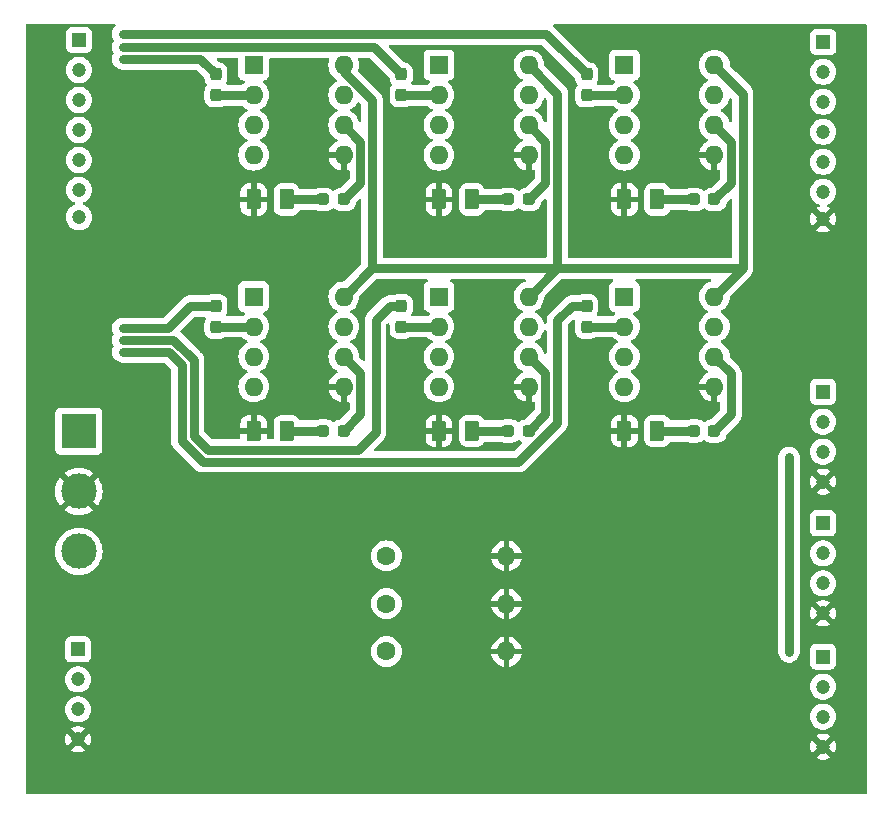
<source format=gbr>
%TF.GenerationSoftware,KiCad,Pcbnew,8.0.6*%
%TF.CreationDate,2025-05-23T10:27:19+02:00*%
%TF.ProjectId,AmplifOptoacopladorEnclosure,416d706c-6966-44f7-9074-6f61636f706c,rev?*%
%TF.SameCoordinates,Original*%
%TF.FileFunction,Copper,L1,Top*%
%TF.FilePolarity,Positive*%
%FSLAX46Y46*%
G04 Gerber Fmt 4.6, Leading zero omitted, Abs format (unit mm)*
G04 Created by KiCad (PCBNEW 8.0.6) date 2025-05-23 10:27:19*
%MOMM*%
%LPD*%
G01*
G04 APERTURE LIST*
G04 Aperture macros list*
%AMRoundRect*
0 Rectangle with rounded corners*
0 $1 Rounding radius*
0 $2 $3 $4 $5 $6 $7 $8 $9 X,Y pos of 4 corners*
0 Add a 4 corners polygon primitive as box body*
4,1,4,$2,$3,$4,$5,$6,$7,$8,$9,$2,$3,0*
0 Add four circle primitives for the rounded corners*
1,1,$1+$1,$2,$3*
1,1,$1+$1,$4,$5*
1,1,$1+$1,$6,$7*
1,1,$1+$1,$8,$9*
0 Add four rect primitives between the rounded corners*
20,1,$1+$1,$2,$3,$4,$5,0*
20,1,$1+$1,$4,$5,$6,$7,0*
20,1,$1+$1,$6,$7,$8,$9,0*
20,1,$1+$1,$8,$9,$2,$3,0*%
G04 Aperture macros list end*
%TA.AperFunction,ComponentPad*%
%ADD10O,1.600000X1.600000*%
%TD*%
%TA.AperFunction,ComponentPad*%
%ADD11R,1.600000X1.600000*%
%TD*%
%TA.AperFunction,SMDPad,CuDef*%
%ADD12RoundRect,0.250000X-0.375000X-0.625000X0.375000X-0.625000X0.375000X0.625000X-0.375000X0.625000X0*%
%TD*%
%TA.AperFunction,ComponentPad*%
%ADD13R,1.200000X1.200000*%
%TD*%
%TA.AperFunction,ComponentPad*%
%ADD14C,1.200000*%
%TD*%
%TA.AperFunction,ComponentPad*%
%ADD15C,1.600000*%
%TD*%
%TA.AperFunction,SMDPad,CuDef*%
%ADD16RoundRect,0.237500X-0.287500X-0.237500X0.287500X-0.237500X0.287500X0.237500X-0.287500X0.237500X0*%
%TD*%
%TA.AperFunction,SMDPad,CuDef*%
%ADD17RoundRect,0.237500X-0.237500X0.287500X-0.237500X-0.287500X0.237500X-0.287500X0.237500X0.287500X0*%
%TD*%
%TA.AperFunction,ComponentPad*%
%ADD18R,3.000000X3.000000*%
%TD*%
%TA.AperFunction,ComponentPad*%
%ADD19C,3.000000*%
%TD*%
%TA.AperFunction,ViaPad*%
%ADD20C,0.600000*%
%TD*%
%TA.AperFunction,Conductor*%
%ADD21C,0.800000*%
%TD*%
G04 APERTURE END LIST*
D10*
%TO.P,U6,8,VCC*%
%TO.N,+VDC*%
X215285000Y-65915000D03*
%TO.P,U6,7,VO*%
%TO.N,unconnected-(U6-VO-Pad7)*%
X215285000Y-68455000D03*
%TO.P,U6,6,VO*%
%TO.N,Q6*%
X215285000Y-70995000D03*
%TO.P,U6,5,VEE*%
%TO.N,GND2*%
X215285000Y-73535000D03*
%TO.P,U6,4,NC*%
%TO.N,unconnected-(U6-NC-Pad4)*%
X207665000Y-73535000D03*
%TO.P,U6,3,C*%
%TO.N,GND1*%
X207665000Y-70995000D03*
%TO.P,U6,2,A*%
%TO.N,Net-(U6-A)*%
X207665000Y-68455000D03*
D11*
%TO.P,U6,1,NC*%
%TO.N,unconnected-(U6-NC-Pad1)*%
X207665000Y-65915000D03*
%TD*%
D12*
%TO.P,D5,1,K*%
%TO.N,GND2*%
X207665000Y-57680000D03*
%TO.P,D5,2,A*%
%TO.N,Net-(D5-A)*%
X210465000Y-57680000D03*
%TD*%
D13*
%TO.P,J3,1,1*%
%TO.N,Q1*%
X224500000Y-44340000D03*
D14*
%TO.P,J3,2,2*%
%TO.N,Q2*%
X224500000Y-46880000D03*
%TO.P,J3,3,3*%
%TO.N,Q3*%
X224500000Y-49420000D03*
%TO.P,J3,4,4*%
%TO.N,Q4*%
X224500000Y-51960000D03*
%TO.P,J3,5,5*%
%TO.N,Q5*%
X224500000Y-54500000D03*
%TO.P,J3,6,6*%
%TO.N,Q6*%
X224500000Y-57040000D03*
%TO.P,J3,7,7*%
%TO.N,GND2*%
X224500000Y-59340000D03*
%TD*%
D15*
%TO.P,R1,1*%
%TO.N,Net-(J1-Pad1)*%
X187520000Y-87850000D03*
D10*
%TO.P,R1,2*%
%TO.N,GND2*%
X197680000Y-87850000D03*
%TD*%
D11*
%TO.P,U2,1,NC*%
%TO.N,unconnected-(U2-NC-Pad1)*%
X176285000Y-65915000D03*
D10*
%TO.P,U2,2,A*%
%TO.N,Net-(U2-A)*%
X176285000Y-68455000D03*
%TO.P,U2,3,C*%
%TO.N,GND1*%
X176285000Y-70995000D03*
%TO.P,U2,4,NC*%
%TO.N,unconnected-(U2-NC-Pad4)*%
X176285000Y-73535000D03*
%TO.P,U2,5,VEE*%
%TO.N,GND2*%
X183905000Y-73535000D03*
%TO.P,U2,6,VO*%
%TO.N,Q2*%
X183905000Y-70995000D03*
%TO.P,U2,7,VO*%
%TO.N,unconnected-(U2-VO-Pad7)*%
X183905000Y-68455000D03*
%TO.P,U2,8,VCC*%
%TO.N,+VDC*%
X183905000Y-65915000D03*
%TD*%
D16*
%TO.P,Rlim8,1*%
%TO.N,Net-(D4-A)*%
X197835000Y-77285000D03*
%TO.P,Rlim8,2*%
%TO.N,Q4*%
X199585000Y-77285000D03*
%TD*%
D17*
%TO.P,Rlim11,1*%
%TO.N,S6*%
X204465000Y-66705000D03*
%TO.P,Rlim11,2*%
%TO.N,Net-(U6-A)*%
X204465000Y-68455000D03*
%TD*%
D13*
%TO.P,J2,1,1*%
%TO.N,S1*%
X161485000Y-44176750D03*
D14*
%TO.P,J2,2,2*%
%TO.N,S2*%
X161485000Y-46716750D03*
%TO.P,J2,3,3*%
%TO.N,S3*%
X161485000Y-49256750D03*
%TO.P,J2,4,4*%
%TO.N,S4*%
X161485000Y-51796750D03*
%TO.P,J2,5,5*%
%TO.N,S5*%
X161485000Y-54336750D03*
%TO.P,J2,6,6*%
%TO.N,S6*%
X161485000Y-56876750D03*
%TO.P,J2,7,7*%
%TO.N,GND1*%
X161485000Y-59176750D03*
%TD*%
D13*
%TO.P,J7,1,1*%
%TO.N,+VDC*%
X224485000Y-96380000D03*
D14*
%TO.P,J7,2,2*%
%TO.N,-VDC*%
X224485000Y-98920000D03*
%TO.P,J7,3,3*%
%TO.N,Net-(J1-Pad3)*%
X224485000Y-101460000D03*
%TO.P,J7,4,4*%
%TO.N,GND2*%
X224485000Y-104000000D03*
%TD*%
D17*
%TO.P,Rlim9,1*%
%TO.N,S5*%
X204465000Y-47100000D03*
%TO.P,Rlim9,2*%
%TO.N,Net-(U5-A)*%
X204465000Y-48850000D03*
%TD*%
D11*
%TO.P,U4,1,NC*%
%TO.N,unconnected-(U4-NC-Pad1)*%
X191965000Y-65915000D03*
D10*
%TO.P,U4,2,A*%
%TO.N,Net-(U4-A)*%
X191965000Y-68455000D03*
%TO.P,U4,3,C*%
%TO.N,GND1*%
X191965000Y-70995000D03*
%TO.P,U4,4,NC*%
%TO.N,unconnected-(U4-NC-Pad4)*%
X191965000Y-73535000D03*
%TO.P,U4,5,VEE*%
%TO.N,GND2*%
X199585000Y-73535000D03*
%TO.P,U4,6,VO*%
%TO.N,Q4*%
X199585000Y-70995000D03*
%TO.P,U4,7,VO*%
%TO.N,unconnected-(U4-VO-Pad7)*%
X199585000Y-68455000D03*
%TO.P,U4,8,VCC*%
%TO.N,+VDC*%
X199585000Y-65915000D03*
%TD*%
D16*
%TO.P,Rlim2,1*%
%TO.N,Net-(D1-A)*%
X182155000Y-57680000D03*
%TO.P,Rlim2,2*%
%TO.N,Q1*%
X183905000Y-57680000D03*
%TD*%
D11*
%TO.P,U3,1,NC*%
%TO.N,unconnected-(U3-NC-Pad1)*%
X191965000Y-46310000D03*
D10*
%TO.P,U3,2,A*%
%TO.N,Net-(U3-A)*%
X191965000Y-48850000D03*
%TO.P,U3,3,C*%
%TO.N,GND1*%
X191965000Y-51390000D03*
%TO.P,U3,4,NC*%
%TO.N,unconnected-(U3-NC-Pad4)*%
X191965000Y-53930000D03*
%TO.P,U3,5,VEE*%
%TO.N,GND2*%
X199585000Y-53930000D03*
%TO.P,U3,6,VO*%
%TO.N,Q3*%
X199585000Y-51390000D03*
%TO.P,U3,7,VO*%
%TO.N,unconnected-(U3-VO-Pad7)*%
X199585000Y-48850000D03*
%TO.P,U3,8,VCC*%
%TO.N,+VDC*%
X199585000Y-46310000D03*
%TD*%
D12*
%TO.P,D3,1,K*%
%TO.N,GND2*%
X191965000Y-57680000D03*
%TO.P,D3,2,A*%
%TO.N,Net-(D3-A)*%
X194765000Y-57680000D03*
%TD*%
D17*
%TO.P,Rlim7,1*%
%TO.N,S4*%
X188765000Y-66705000D03*
%TO.P,Rlim7,2*%
%TO.N,Net-(U4-A)*%
X188765000Y-68455000D03*
%TD*%
D13*
%TO.P,J6,1,1*%
%TO.N,+VDC*%
X224485000Y-85100000D03*
D14*
%TO.P,J6,2,2*%
%TO.N,-VDC*%
X224485000Y-87640000D03*
%TO.P,J6,3,3*%
%TO.N,Net-(J1-Pad2)*%
X224485000Y-90180000D03*
%TO.P,J6,4,4*%
%TO.N,GND2*%
X224485000Y-92720000D03*
%TD*%
D12*
%TO.P,D6,1,K*%
%TO.N,GND2*%
X207665000Y-77285000D03*
%TO.P,D6,2,A*%
%TO.N,Net-(D6-A)*%
X210465000Y-77285000D03*
%TD*%
D17*
%TO.P,Rlim3,1*%
%TO.N,S2*%
X173085000Y-66705000D03*
%TO.P,Rlim3,2*%
%TO.N,Net-(U2-A)*%
X173085000Y-68455000D03*
%TD*%
%TO.P,Rlim5,1*%
%TO.N,S3*%
X188765000Y-47100000D03*
%TO.P,Rlim5,2*%
%TO.N,Net-(U3-A)*%
X188765000Y-48850000D03*
%TD*%
D16*
%TO.P,Rlim12,1*%
%TO.N,Net-(D6-A)*%
X213535000Y-77285000D03*
%TO.P,Rlim12,2*%
%TO.N,Q6*%
X215285000Y-77285000D03*
%TD*%
%TO.P,Rlim6,1*%
%TO.N,Net-(D3-A)*%
X197835000Y-57680000D03*
%TO.P,Rlim6,2*%
%TO.N,Q3*%
X199585000Y-57680000D03*
%TD*%
D15*
%TO.P,R2,1*%
%TO.N,Net-(J1-Pad2)*%
X187520000Y-91900000D03*
D10*
%TO.P,R2,2*%
%TO.N,GND2*%
X197680000Y-91900000D03*
%TD*%
D18*
%TO.P,J4,1,Pin_1*%
%TO.N,+VDC*%
X161475000Y-77320000D03*
D19*
%TO.P,J4,2,Pin_2*%
%TO.N,GND2*%
X161475000Y-82400000D03*
%TO.P,J4,3,Pin_3*%
%TO.N,-VDC*%
X161475000Y-87480000D03*
%TD*%
D13*
%TO.P,J5,1,1*%
%TO.N,+VDC*%
X224485000Y-73960000D03*
D14*
%TO.P,J5,2,2*%
%TO.N,-VDC*%
X224485000Y-76500000D03*
%TO.P,J5,3,3*%
%TO.N,Net-(J1-Pad1)*%
X224485000Y-79040000D03*
%TO.P,J5,4,4*%
%TO.N,GND2*%
X224485000Y-81580000D03*
%TD*%
D16*
%TO.P,Rlim10,1*%
%TO.N,Net-(D5-A)*%
X213535000Y-57680000D03*
%TO.P,Rlim10,2*%
%TO.N,Q5*%
X215285000Y-57680000D03*
%TD*%
D11*
%TO.P,U1,1,NC*%
%TO.N,unconnected-(U1-NC-Pad1)*%
X176285000Y-46310000D03*
D10*
%TO.P,U1,2,A*%
%TO.N,Net-(U1-A)*%
X176285000Y-48850000D03*
%TO.P,U1,3,C*%
%TO.N,GND1*%
X176285000Y-51390000D03*
%TO.P,U1,4,NC*%
%TO.N,unconnected-(U1-NC-Pad4)*%
X176285000Y-53930000D03*
%TO.P,U1,5,VEE*%
%TO.N,GND2*%
X183905000Y-53930000D03*
%TO.P,U1,6,VO*%
%TO.N,Q1*%
X183905000Y-51390000D03*
%TO.P,U1,7,VO*%
%TO.N,unconnected-(U1-VO-Pad7)*%
X183905000Y-48850000D03*
%TO.P,U1,8,VCC*%
%TO.N,+VDC*%
X183905000Y-46310000D03*
%TD*%
D17*
%TO.P,Rlim1,1*%
%TO.N,S1*%
X173085000Y-47100000D03*
%TO.P,Rlim1,2*%
%TO.N,Net-(U1-A)*%
X173085000Y-48850000D03*
%TD*%
D15*
%TO.P,R3,1*%
%TO.N,Net-(J1-Pad3)*%
X187520000Y-95950000D03*
D10*
%TO.P,R3,2*%
%TO.N,GND2*%
X197680000Y-95950000D03*
%TD*%
D11*
%TO.P,U5,1,NC*%
%TO.N,unconnected-(U5-NC-Pad1)*%
X207665000Y-46310000D03*
D10*
%TO.P,U5,2,A*%
%TO.N,Net-(U5-A)*%
X207665000Y-48850000D03*
%TO.P,U5,3,C*%
%TO.N,GND1*%
X207665000Y-51390000D03*
%TO.P,U5,4,NC*%
%TO.N,unconnected-(U5-NC-Pad4)*%
X207665000Y-53930000D03*
%TO.P,U5,5,VEE*%
%TO.N,GND2*%
X215285000Y-53930000D03*
%TO.P,U5,6,VO*%
%TO.N,Q5*%
X215285000Y-51390000D03*
%TO.P,U5,7,VO*%
%TO.N,unconnected-(U5-VO-Pad7)*%
X215285000Y-48850000D03*
%TO.P,U5,8,VCC*%
%TO.N,+VDC*%
X215285000Y-46310000D03*
%TD*%
D12*
%TO.P,D1,1,K*%
%TO.N,GND2*%
X176285000Y-57680000D03*
%TO.P,D1,2,A*%
%TO.N,Net-(D1-A)*%
X179085000Y-57680000D03*
%TD*%
D13*
%TO.P,J1,1,1*%
%TO.N,Net-(J1-Pad1)*%
X161400000Y-95780000D03*
D14*
%TO.P,J1,2,2*%
%TO.N,Net-(J1-Pad2)*%
X161400000Y-98320000D03*
%TO.P,J1,3,3*%
%TO.N,Net-(J1-Pad3)*%
X161400000Y-100860000D03*
%TO.P,J1,4,4*%
%TO.N,GND2*%
X161400000Y-103400000D03*
%TD*%
D12*
%TO.P,D2,1,K*%
%TO.N,GND2*%
X176285000Y-77285000D03*
%TO.P,D2,2,A*%
%TO.N,Net-(D2-A)*%
X179085000Y-77285000D03*
%TD*%
%TO.P,D4,1,K*%
%TO.N,GND2*%
X191965000Y-77285000D03*
%TO.P,D4,2,A*%
%TO.N,Net-(D4-A)*%
X194765000Y-77285000D03*
%TD*%
D16*
%TO.P,Rlim4,1*%
%TO.N,Net-(D2-A)*%
X182155000Y-77285000D03*
%TO.P,Rlim4,2*%
%TO.N,Q2*%
X183905000Y-77285000D03*
%TD*%
D20*
%TO.N,S3*%
X165185000Y-44790000D03*
%TO.N,S2*%
X165185000Y-68589999D03*
%TO.N,S1*%
X165185000Y-45790000D03*
%TO.N,S4*%
X165185000Y-69590000D03*
%TO.N,S5*%
X165185000Y-43690000D03*
%TO.N,S6*%
X165185000Y-70590000D03*
%TO.N,-VDC*%
X221600000Y-84800000D03*
X221600000Y-79500000D03*
X221600000Y-96000000D03*
%TD*%
D21*
%TO.N,S3*%
X188765000Y-47100000D02*
X186455000Y-44790000D01*
X186455000Y-44790000D02*
X165185000Y-44790000D01*
%TO.N,S2*%
X170895000Y-66705000D02*
X173085000Y-66705000D01*
X169010001Y-68589999D02*
X170895000Y-66705000D01*
X165185000Y-68589999D02*
X169010001Y-68589999D01*
%TO.N,S1*%
X171775000Y-45790000D02*
X165185000Y-45790000D01*
X171775000Y-45790000D02*
X173085000Y-47100000D01*
%TO.N,S4*%
X169484999Y-69589999D02*
X165185001Y-69589999D01*
X187795000Y-66705000D02*
X186600000Y-67900000D01*
X171185000Y-71290000D02*
X169484999Y-69589999D01*
X171185000Y-77690000D02*
X171185000Y-71290000D01*
X185085000Y-78890000D02*
X172385000Y-78890000D01*
X186600000Y-67900000D02*
X186600000Y-77375000D01*
X165185001Y-69589999D02*
X165185000Y-69590000D01*
X172385000Y-78890000D02*
X171185000Y-77690000D01*
X188765000Y-66705000D02*
X187795000Y-66705000D01*
X186600000Y-77375000D02*
X185085000Y-78890000D01*
%TO.N,S5*%
X201055000Y-43690000D02*
X204465000Y-47100000D01*
X165185000Y-43690000D02*
X201055000Y-43690000D01*
%TO.N,S6*%
X170185000Y-71704214D02*
X169070785Y-70589999D01*
X198695985Y-79890001D02*
X171970787Y-79890001D01*
X170185000Y-78104214D02*
X170185000Y-71704214D01*
X203195000Y-66705000D02*
X201985001Y-67914999D01*
X201985001Y-76600985D02*
X198695985Y-79890001D01*
X169070785Y-70589999D02*
X165185001Y-70589999D01*
X201985001Y-67914999D02*
X201985001Y-76600985D01*
X165185001Y-70589999D02*
X165185000Y-70590000D01*
X204465000Y-66705000D02*
X203195000Y-66705000D01*
X171970787Y-79890001D02*
X170185000Y-78104214D01*
%TO.N,Q1*%
X185305000Y-56280000D02*
X185305000Y-52790000D01*
X183905000Y-57680000D02*
X185305000Y-56280000D01*
X185305000Y-52790000D02*
X183905000Y-51390000D01*
%TO.N,Net-(D1-A)*%
X179085000Y-57680000D02*
X182155000Y-57680000D01*
%TO.N,Net-(D2-A)*%
X179085000Y-77285000D02*
X182155000Y-77285000D01*
%TO.N,Net-(D3-A)*%
X197835000Y-57680000D02*
X194765000Y-57680000D01*
%TO.N,Net-(D4-A)*%
X194765000Y-77285000D02*
X197835000Y-77285000D01*
%TO.N,Net-(D5-A)*%
X213535000Y-57680000D02*
X210465000Y-57680000D01*
%TO.N,Net-(U1-A)*%
X173085000Y-48850000D02*
X176285000Y-48850000D01*
%TO.N,Net-(U2-A)*%
X173085000Y-68455000D02*
X176285000Y-68455000D01*
%TO.N,Net-(U3-A)*%
X188765000Y-48850000D02*
X191965000Y-48850000D01*
%TO.N,Net-(U4-A)*%
X188765000Y-68455000D02*
X191965000Y-68455000D01*
%TO.N,Net-(U5-A)*%
X204465000Y-48850000D02*
X207665000Y-48850000D01*
%TO.N,Net-(U6-A)*%
X204465000Y-68455000D02*
X207665000Y-68455000D01*
%TO.N,Net-(D6-A)*%
X213535000Y-77285000D02*
X210465000Y-77285000D01*
%TO.N,Q5*%
X216685000Y-52790000D02*
X216685000Y-56280000D01*
X215285000Y-51390000D02*
X216685000Y-52790000D01*
X216685000Y-56280000D02*
X215285000Y-57680000D01*
%TO.N,Q2*%
X185305000Y-75885000D02*
X185305000Y-72395000D01*
X185305000Y-72395000D02*
X183905000Y-70995000D01*
X183905000Y-77285000D02*
X185305000Y-75885000D01*
%TO.N,Q4*%
X199585000Y-77285000D02*
X200985000Y-75885000D01*
X200985000Y-75885000D02*
X200985000Y-72395000D01*
X200985000Y-72395000D02*
X199585000Y-70995000D01*
%TO.N,Q3*%
X200985000Y-52790000D02*
X199585000Y-51390000D01*
X199585000Y-57680000D02*
X200985000Y-56280000D01*
X200985000Y-56280000D02*
X200985000Y-52790000D01*
%TO.N,Q6*%
X216685000Y-72395000D02*
X216685000Y-75885000D01*
X215285000Y-70995000D02*
X216685000Y-72395000D01*
X216685000Y-75885000D02*
X215285000Y-77285000D01*
%TO.N,+VDC*%
X201985000Y-48710000D02*
X201985000Y-63515000D01*
X186305000Y-63515000D02*
X217685000Y-63515000D01*
X217685000Y-48710000D02*
X217685000Y-63515000D01*
X215285000Y-46310000D02*
X217685000Y-48710000D01*
X186305000Y-63515000D02*
X183905000Y-65915000D01*
X201985000Y-63515000D02*
X199585000Y-65915000D01*
X183905000Y-46870101D02*
X186305000Y-49270101D01*
X199585000Y-46310000D02*
X201985000Y-48710000D01*
X183905000Y-46310000D02*
X183905000Y-46870101D01*
X217685000Y-63515000D02*
X215285000Y-65915000D01*
X186305000Y-49270101D02*
X186305000Y-63515000D01*
%TO.N,-VDC*%
X221600000Y-84800000D02*
X221600000Y-79500000D01*
X221600000Y-96000000D02*
X221600000Y-84800000D01*
%TD*%
%TA.AperFunction,Conductor*%
%TO.N,GND2*%
G36*
X164568677Y-42820185D02*
G01*
X164614432Y-42872989D01*
X164624376Y-42942147D01*
X164595351Y-43005703D01*
X164589319Y-43012181D01*
X164485538Y-43115961D01*
X164485535Y-43115965D01*
X164386990Y-43263446D01*
X164386983Y-43263459D01*
X164319106Y-43427332D01*
X164319103Y-43427341D01*
X164284500Y-43601304D01*
X164284500Y-43778695D01*
X164319103Y-43952658D01*
X164319106Y-43952667D01*
X164386983Y-44116540D01*
X164386989Y-44116551D01*
X164423444Y-44171110D01*
X164444321Y-44237787D01*
X164425836Y-44305167D01*
X164423444Y-44308890D01*
X164386989Y-44363448D01*
X164386983Y-44363459D01*
X164319106Y-44527332D01*
X164319103Y-44527341D01*
X164284500Y-44701304D01*
X164284500Y-44878695D01*
X164319103Y-45052658D01*
X164319106Y-45052667D01*
X164386983Y-45216540D01*
X164386990Y-45216553D01*
X164390037Y-45221113D01*
X164410912Y-45287792D01*
X164392425Y-45355171D01*
X164390037Y-45358887D01*
X164386990Y-45363446D01*
X164386983Y-45363459D01*
X164319106Y-45527332D01*
X164319103Y-45527341D01*
X164284500Y-45701304D01*
X164284500Y-45878695D01*
X164319103Y-46052658D01*
X164319106Y-46052667D01*
X164386983Y-46216540D01*
X164386990Y-46216553D01*
X164485535Y-46364034D01*
X164485538Y-46364038D01*
X164610961Y-46489461D01*
X164610965Y-46489464D01*
X164758446Y-46588009D01*
X164758459Y-46588016D01*
X164881363Y-46638923D01*
X164922334Y-46655894D01*
X164922336Y-46655894D01*
X164922341Y-46655896D01*
X165096304Y-46690499D01*
X165096307Y-46690500D01*
X165096309Y-46690500D01*
X171350638Y-46690500D01*
X171417677Y-46710185D01*
X171438319Y-46726819D01*
X172073906Y-47362406D01*
X172107391Y-47423729D01*
X172109583Y-47437485D01*
X172117378Y-47513791D01*
X172119826Y-47537753D01*
X172171065Y-47692382D01*
X172174092Y-47701515D01*
X172174093Y-47701518D01*
X172185141Y-47719430D01*
X172255022Y-47832725D01*
X172264661Y-47848351D01*
X172303629Y-47887319D01*
X172337114Y-47948642D01*
X172332130Y-48018334D01*
X172303629Y-48062681D01*
X172264661Y-48101648D01*
X172174093Y-48248481D01*
X172174092Y-48248484D01*
X172119826Y-48412247D01*
X172119826Y-48412248D01*
X172119825Y-48412248D01*
X172109500Y-48513315D01*
X172109500Y-49186669D01*
X172109501Y-49186687D01*
X172119825Y-49287752D01*
X172156109Y-49397249D01*
X172168870Y-49435758D01*
X172174092Y-49451515D01*
X172174093Y-49451518D01*
X172202790Y-49498043D01*
X172264660Y-49598350D01*
X172386650Y-49720340D01*
X172533484Y-49810908D01*
X172697247Y-49865174D01*
X172798323Y-49875500D01*
X173371676Y-49875499D01*
X173371684Y-49875498D01*
X173371687Y-49875498D01*
X173427030Y-49869844D01*
X173472753Y-49865174D01*
X173636516Y-49810908D01*
X173675571Y-49786819D01*
X173704524Y-49768961D01*
X173769620Y-49750500D01*
X175294952Y-49750500D01*
X175361991Y-49770185D01*
X175382628Y-49786814D01*
X175415061Y-49819247D01*
X175445862Y-49850048D01*
X175482212Y-49875500D01*
X175632266Y-49980568D01*
X175677843Y-50001821D01*
X175690275Y-50007618D01*
X175742714Y-50053791D01*
X175761866Y-50120984D01*
X175741650Y-50187865D01*
X175690275Y-50232382D01*
X175632267Y-50259431D01*
X175632265Y-50259432D01*
X175445858Y-50389954D01*
X175284954Y-50550858D01*
X175154432Y-50737265D01*
X175154431Y-50737267D01*
X175058261Y-50943502D01*
X175058258Y-50943511D01*
X174999366Y-51163302D01*
X174999364Y-51163313D01*
X174979532Y-51389998D01*
X174979532Y-51390001D01*
X174999364Y-51616686D01*
X174999366Y-51616697D01*
X175058258Y-51836488D01*
X175058261Y-51836497D01*
X175154431Y-52042732D01*
X175154432Y-52042734D01*
X175284954Y-52229141D01*
X175445858Y-52390045D01*
X175445861Y-52390047D01*
X175632266Y-52520568D01*
X175677843Y-52541821D01*
X175690275Y-52547618D01*
X175742714Y-52593791D01*
X175761866Y-52660984D01*
X175741650Y-52727865D01*
X175690275Y-52772382D01*
X175632267Y-52799431D01*
X175632265Y-52799432D01*
X175445858Y-52929954D01*
X175284954Y-53090858D01*
X175154432Y-53277265D01*
X175154431Y-53277267D01*
X175058261Y-53483502D01*
X175058258Y-53483511D01*
X174999366Y-53703302D01*
X174999364Y-53703313D01*
X174979532Y-53929998D01*
X174979532Y-53930001D01*
X174999364Y-54156686D01*
X174999366Y-54156697D01*
X175058258Y-54376488D01*
X175058261Y-54376497D01*
X175154431Y-54582732D01*
X175154432Y-54582734D01*
X175284954Y-54769141D01*
X175445858Y-54930045D01*
X175445861Y-54930047D01*
X175632266Y-55060568D01*
X175838504Y-55156739D01*
X176058308Y-55215635D01*
X176220230Y-55229801D01*
X176284998Y-55235468D01*
X176285000Y-55235468D01*
X176285002Y-55235468D01*
X176341673Y-55230509D01*
X176511692Y-55215635D01*
X176731496Y-55156739D01*
X176937734Y-55060568D01*
X177124139Y-54930047D01*
X177285047Y-54769139D01*
X177415568Y-54582734D01*
X177511739Y-54376496D01*
X177570635Y-54156692D01*
X177590468Y-53930000D01*
X177570635Y-53703308D01*
X177511739Y-53483504D01*
X177415568Y-53277266D01*
X177285047Y-53090861D01*
X177285045Y-53090858D01*
X177124141Y-52929954D01*
X176937734Y-52799432D01*
X176937728Y-52799429D01*
X176879725Y-52772382D01*
X176827285Y-52726210D01*
X176808133Y-52659017D01*
X176828348Y-52592135D01*
X176879725Y-52547618D01*
X176937734Y-52520568D01*
X177124139Y-52390047D01*
X177285047Y-52229139D01*
X177415568Y-52042734D01*
X177511739Y-51836496D01*
X177570635Y-51616692D01*
X177590468Y-51390000D01*
X177570635Y-51163308D01*
X177511739Y-50943504D01*
X177415568Y-50737266D01*
X177285047Y-50550861D01*
X177285045Y-50550858D01*
X177124141Y-50389954D01*
X176937734Y-50259432D01*
X176937728Y-50259429D01*
X176879725Y-50232382D01*
X176827285Y-50186210D01*
X176808133Y-50119017D01*
X176828348Y-50052135D01*
X176879725Y-50007618D01*
X176937734Y-49980568D01*
X177124139Y-49850047D01*
X177285047Y-49689139D01*
X177415568Y-49502734D01*
X177511739Y-49296496D01*
X177570635Y-49076692D01*
X177590468Y-48850000D01*
X177570635Y-48623308D01*
X177511739Y-48403504D01*
X177415568Y-48197266D01*
X177285047Y-48010861D01*
X177285045Y-48010858D01*
X177124143Y-47849956D01*
X177124137Y-47849952D01*
X177099535Y-47832725D01*
X177055912Y-47778149D01*
X177048719Y-47708650D01*
X177080241Y-47646296D01*
X177140471Y-47610882D01*
X177157404Y-47607861D01*
X177192483Y-47604091D01*
X177327331Y-47553796D01*
X177442546Y-47467546D01*
X177528796Y-47352331D01*
X177579091Y-47217483D01*
X177585500Y-47157873D01*
X177585499Y-45814499D01*
X177605184Y-45747461D01*
X177657987Y-45701706D01*
X177709499Y-45690500D01*
X182564293Y-45690500D01*
X182631332Y-45710185D01*
X182677087Y-45762989D01*
X182687031Y-45832147D01*
X182679293Y-45858125D01*
X182680111Y-45858423D01*
X182678258Y-45863511D01*
X182619366Y-46083302D01*
X182619364Y-46083313D01*
X182599532Y-46309998D01*
X182599532Y-46310001D01*
X182619364Y-46536686D01*
X182619366Y-46536697D01*
X182678258Y-46756488D01*
X182678261Y-46756497D01*
X182774431Y-46962732D01*
X182774432Y-46962734D01*
X182904954Y-47149141D01*
X183065855Y-47310042D01*
X183065858Y-47310044D01*
X183065861Y-47310047D01*
X183140917Y-47362601D01*
X183172893Y-47395283D01*
X183205537Y-47444139D01*
X183282921Y-47521523D01*
X183316406Y-47582846D01*
X183311422Y-47652538D01*
X183269550Y-47708471D01*
X183256662Y-47716203D01*
X183256961Y-47716721D01*
X183252268Y-47719430D01*
X183065858Y-47849954D01*
X182904954Y-48010858D01*
X182774432Y-48197265D01*
X182774431Y-48197267D01*
X182678261Y-48403502D01*
X182678258Y-48403511D01*
X182619366Y-48623302D01*
X182619364Y-48623313D01*
X182599532Y-48849998D01*
X182599532Y-48850001D01*
X182619364Y-49076686D01*
X182619366Y-49076697D01*
X182678258Y-49296488D01*
X182678261Y-49296497D01*
X182774431Y-49502732D01*
X182774432Y-49502734D01*
X182904954Y-49689141D01*
X183065858Y-49850045D01*
X183065861Y-49850047D01*
X183252266Y-49980568D01*
X183297843Y-50001821D01*
X183310275Y-50007618D01*
X183362714Y-50053791D01*
X183381866Y-50120984D01*
X183361650Y-50187865D01*
X183310275Y-50232382D01*
X183252267Y-50259431D01*
X183252265Y-50259432D01*
X183065858Y-50389954D01*
X182904954Y-50550858D01*
X182774432Y-50737265D01*
X182774431Y-50737267D01*
X182678261Y-50943502D01*
X182678258Y-50943511D01*
X182619366Y-51163302D01*
X182619364Y-51163313D01*
X182599532Y-51389998D01*
X182599532Y-51390001D01*
X182619364Y-51616686D01*
X182619366Y-51616697D01*
X182678258Y-51836488D01*
X182678261Y-51836497D01*
X182774431Y-52042732D01*
X182774432Y-52042734D01*
X182904954Y-52229141D01*
X183065858Y-52390045D01*
X183065861Y-52390047D01*
X183252266Y-52520568D01*
X183310865Y-52547893D01*
X183363305Y-52594065D01*
X183382457Y-52661258D01*
X183362242Y-52728139D01*
X183310867Y-52772657D01*
X183252515Y-52799867D01*
X183066179Y-52930342D01*
X182905342Y-53091179D01*
X182774865Y-53277517D01*
X182678734Y-53483673D01*
X182678730Y-53483682D01*
X182626127Y-53679999D01*
X182626128Y-53680000D01*
X183589314Y-53680000D01*
X183584920Y-53684394D01*
X183532259Y-53775606D01*
X183505000Y-53877339D01*
X183505000Y-53982661D01*
X183532259Y-54084394D01*
X183584920Y-54175606D01*
X183589314Y-54180000D01*
X182626128Y-54180000D01*
X182678730Y-54376317D01*
X182678734Y-54376326D01*
X182774865Y-54582482D01*
X182905342Y-54768820D01*
X183066179Y-54929657D01*
X183252517Y-55060134D01*
X183458673Y-55156265D01*
X183458682Y-55156269D01*
X183654999Y-55208872D01*
X183655000Y-55208871D01*
X183655000Y-54245686D01*
X183659394Y-54250080D01*
X183750606Y-54302741D01*
X183852339Y-54330000D01*
X183957661Y-54330000D01*
X184059394Y-54302741D01*
X184150606Y-54250080D01*
X184155000Y-54245686D01*
X184155000Y-55208871D01*
X184248406Y-55183844D01*
X184318256Y-55185507D01*
X184376119Y-55224669D01*
X184403623Y-55288898D01*
X184404500Y-55303619D01*
X184404500Y-55855637D01*
X184384815Y-55922676D01*
X184368181Y-55943318D01*
X183642592Y-56668906D01*
X183581269Y-56702391D01*
X183567513Y-56704583D01*
X183467247Y-56714826D01*
X183303484Y-56769092D01*
X183303481Y-56769093D01*
X183156648Y-56859661D01*
X183117681Y-56898629D01*
X183056358Y-56932114D01*
X182986666Y-56927130D01*
X182942319Y-56898629D01*
X182903351Y-56859661D01*
X182903350Y-56859660D01*
X182773390Y-56779500D01*
X182756518Y-56769093D01*
X182756513Y-56769091D01*
X182728520Y-56759815D01*
X182592753Y-56714826D01*
X182592751Y-56714825D01*
X182491678Y-56704500D01*
X181818330Y-56704500D01*
X181818312Y-56704501D01*
X181717247Y-56714825D01*
X181717244Y-56714826D01*
X181546628Y-56771364D01*
X181546199Y-56770071D01*
X181503674Y-56779500D01*
X180241058Y-56779500D01*
X180174019Y-56759815D01*
X180135519Y-56720597D01*
X180052712Y-56586344D01*
X179928656Y-56462288D01*
X179779334Y-56370186D01*
X179612797Y-56315001D01*
X179612795Y-56315000D01*
X179510010Y-56304500D01*
X178659998Y-56304500D01*
X178659980Y-56304501D01*
X178557203Y-56315000D01*
X178557200Y-56315001D01*
X178390668Y-56370185D01*
X178390663Y-56370187D01*
X178241342Y-56462289D01*
X178117289Y-56586342D01*
X178025187Y-56735663D01*
X178025185Y-56735668D01*
X178014109Y-56769093D01*
X177970001Y-56902203D01*
X177970001Y-56902204D01*
X177970000Y-56902204D01*
X177959500Y-57004983D01*
X177959500Y-58355001D01*
X177959501Y-58355018D01*
X177970000Y-58457796D01*
X177970001Y-58457799D01*
X178025185Y-58624331D01*
X178025187Y-58624336D01*
X178038040Y-58645174D01*
X178117288Y-58773656D01*
X178241344Y-58897712D01*
X178390666Y-58989814D01*
X178557203Y-59044999D01*
X178659991Y-59055500D01*
X179510008Y-59055499D01*
X179510016Y-59055498D01*
X179510019Y-59055498D01*
X179566302Y-59049748D01*
X179612797Y-59044999D01*
X179779334Y-58989814D01*
X179928656Y-58897712D01*
X180052712Y-58773656D01*
X180135519Y-58639402D01*
X180187467Y-58592679D01*
X180241058Y-58580500D01*
X181503674Y-58580500D01*
X181546199Y-58589928D01*
X181546628Y-58588636D01*
X181553483Y-58590907D01*
X181553484Y-58590908D01*
X181717247Y-58645174D01*
X181818323Y-58655500D01*
X182491676Y-58655499D01*
X182491684Y-58655498D01*
X182491687Y-58655498D01*
X182547030Y-58649844D01*
X182592753Y-58645174D01*
X182756516Y-58590908D01*
X182903350Y-58500340D01*
X182942319Y-58461371D01*
X183003642Y-58427886D01*
X183073334Y-58432870D01*
X183117681Y-58461371D01*
X183156650Y-58500340D01*
X183303484Y-58590908D01*
X183467247Y-58645174D01*
X183568323Y-58655500D01*
X184241676Y-58655499D01*
X184241684Y-58655498D01*
X184241687Y-58655498D01*
X184297030Y-58649844D01*
X184342753Y-58645174D01*
X184506516Y-58590908D01*
X184653350Y-58500340D01*
X184775340Y-58378350D01*
X184865908Y-58231516D01*
X184920174Y-58067753D01*
X184930417Y-57967480D01*
X184956813Y-57902792D01*
X184966084Y-57892414D01*
X185192820Y-57665679D01*
X185254142Y-57632195D01*
X185323834Y-57637179D01*
X185379767Y-57679051D01*
X185404184Y-57744515D01*
X185404500Y-57753361D01*
X185404500Y-63090637D01*
X185384815Y-63157676D01*
X185368181Y-63178318D01*
X183971945Y-64574553D01*
X183910622Y-64608038D01*
X183895072Y-64610400D01*
X183678312Y-64629364D01*
X183678302Y-64629366D01*
X183458511Y-64688258D01*
X183458502Y-64688261D01*
X183252267Y-64784431D01*
X183252265Y-64784432D01*
X183065858Y-64914954D01*
X182904954Y-65075858D01*
X182774432Y-65262265D01*
X182774431Y-65262267D01*
X182678261Y-65468502D01*
X182678258Y-65468511D01*
X182619366Y-65688302D01*
X182619364Y-65688313D01*
X182599532Y-65914998D01*
X182599532Y-65915001D01*
X182619364Y-66141686D01*
X182619366Y-66141697D01*
X182678258Y-66361488D01*
X182678261Y-66361497D01*
X182774431Y-66567732D01*
X182774432Y-66567734D01*
X182904954Y-66754141D01*
X183065858Y-66915045D01*
X183065861Y-66915047D01*
X183252266Y-67045568D01*
X183310275Y-67072618D01*
X183362714Y-67118791D01*
X183381866Y-67185984D01*
X183361650Y-67252865D01*
X183310275Y-67297382D01*
X183252267Y-67324431D01*
X183252265Y-67324432D01*
X183065858Y-67454954D01*
X182904954Y-67615858D01*
X182774434Y-67802263D01*
X182774432Y-67802266D01*
X182750548Y-67853486D01*
X182678261Y-68008502D01*
X182678258Y-68008511D01*
X182619366Y-68228302D01*
X182619364Y-68228313D01*
X182599532Y-68454998D01*
X182599532Y-68455001D01*
X182619364Y-68681686D01*
X182619366Y-68681697D01*
X182678258Y-68901488D01*
X182678261Y-68901497D01*
X182774431Y-69107732D01*
X182774432Y-69107734D01*
X182904954Y-69294141D01*
X183065858Y-69455045D01*
X183065861Y-69455047D01*
X183252266Y-69585568D01*
X183310275Y-69612618D01*
X183362714Y-69658791D01*
X183381866Y-69725984D01*
X183361650Y-69792865D01*
X183310275Y-69837382D01*
X183252267Y-69864431D01*
X183252265Y-69864432D01*
X183065858Y-69994954D01*
X182904954Y-70155858D01*
X182774432Y-70342265D01*
X182774431Y-70342267D01*
X182678261Y-70548502D01*
X182678258Y-70548511D01*
X182619366Y-70768302D01*
X182619364Y-70768313D01*
X182599532Y-70994998D01*
X182599532Y-70995001D01*
X182619364Y-71221686D01*
X182619366Y-71221697D01*
X182678258Y-71441488D01*
X182678261Y-71441497D01*
X182774431Y-71647732D01*
X182774432Y-71647734D01*
X182904954Y-71834141D01*
X183065858Y-71995045D01*
X183065861Y-71995047D01*
X183252266Y-72125568D01*
X183310865Y-72152893D01*
X183363305Y-72199065D01*
X183382457Y-72266258D01*
X183362242Y-72333139D01*
X183310867Y-72377657D01*
X183252515Y-72404867D01*
X183066179Y-72535342D01*
X182905342Y-72696179D01*
X182774865Y-72882517D01*
X182678734Y-73088673D01*
X182678730Y-73088682D01*
X182626127Y-73284999D01*
X182626128Y-73285000D01*
X183589314Y-73285000D01*
X183584920Y-73289394D01*
X183532259Y-73380606D01*
X183505000Y-73482339D01*
X183505000Y-73587661D01*
X183532259Y-73689394D01*
X183584920Y-73780606D01*
X183589314Y-73785000D01*
X182626128Y-73785000D01*
X182678730Y-73981317D01*
X182678734Y-73981326D01*
X182774865Y-74187482D01*
X182905342Y-74373820D01*
X183066179Y-74534657D01*
X183252517Y-74665134D01*
X183458673Y-74761265D01*
X183458682Y-74761269D01*
X183654999Y-74813872D01*
X183655000Y-74813871D01*
X183655000Y-73850686D01*
X183659394Y-73855080D01*
X183750606Y-73907741D01*
X183852339Y-73935000D01*
X183957661Y-73935000D01*
X184059394Y-73907741D01*
X184150606Y-73855080D01*
X184155000Y-73850686D01*
X184155000Y-74813871D01*
X184248406Y-74788844D01*
X184318256Y-74790507D01*
X184376119Y-74829669D01*
X184403623Y-74893898D01*
X184404500Y-74908619D01*
X184404500Y-75460637D01*
X184384815Y-75527676D01*
X184368181Y-75548318D01*
X183642592Y-76273906D01*
X183581269Y-76307391D01*
X183567513Y-76309583D01*
X183467247Y-76319826D01*
X183303484Y-76374092D01*
X183303481Y-76374093D01*
X183156648Y-76464661D01*
X183117681Y-76503629D01*
X183056358Y-76537114D01*
X182986666Y-76532130D01*
X182942319Y-76503629D01*
X182903351Y-76464661D01*
X182903350Y-76464660D01*
X182773390Y-76384500D01*
X182756518Y-76374093D01*
X182756513Y-76374091D01*
X182728520Y-76364815D01*
X182592753Y-76319826D01*
X182592751Y-76319825D01*
X182491678Y-76309500D01*
X181818330Y-76309500D01*
X181818312Y-76309501D01*
X181717247Y-76319825D01*
X181717244Y-76319826D01*
X181546628Y-76376364D01*
X181546199Y-76375071D01*
X181503674Y-76384500D01*
X180241058Y-76384500D01*
X180174019Y-76364815D01*
X180135519Y-76325597D01*
X180052712Y-76191344D01*
X179928656Y-76067288D01*
X179779334Y-75975186D01*
X179612797Y-75920001D01*
X179612795Y-75920000D01*
X179510010Y-75909500D01*
X178659998Y-75909500D01*
X178659980Y-75909501D01*
X178557203Y-75920000D01*
X178557200Y-75920001D01*
X178390668Y-75975185D01*
X178390663Y-75975187D01*
X178241342Y-76067289D01*
X178117289Y-76191342D01*
X178025187Y-76340663D01*
X178025185Y-76340668D01*
X178014109Y-76374093D01*
X177970001Y-76507203D01*
X177970001Y-76507204D01*
X177970000Y-76507204D01*
X177959500Y-76609983D01*
X177959500Y-76609991D01*
X177959500Y-77265638D01*
X177959501Y-77865500D01*
X177939816Y-77932539D01*
X177887013Y-77978294D01*
X177835501Y-77989500D01*
X177534000Y-77989500D01*
X177466961Y-77969815D01*
X177421206Y-77917011D01*
X177410000Y-77865500D01*
X177410000Y-77535000D01*
X175160001Y-77535000D01*
X175160001Y-77865500D01*
X175140316Y-77932539D01*
X175087512Y-77978294D01*
X175036001Y-77989500D01*
X172809361Y-77989500D01*
X172742322Y-77969815D01*
X172721680Y-77953181D01*
X172121819Y-77353319D01*
X172088334Y-77291996D01*
X172085500Y-77265638D01*
X172085500Y-76610013D01*
X175160000Y-76610013D01*
X175160000Y-77035000D01*
X176035000Y-77035000D01*
X176535000Y-77035000D01*
X177409999Y-77035000D01*
X177409999Y-76610028D01*
X177409998Y-76610013D01*
X177399505Y-76507302D01*
X177344358Y-76340880D01*
X177344356Y-76340875D01*
X177252315Y-76191654D01*
X177128345Y-76067684D01*
X176979124Y-75975643D01*
X176979119Y-75975641D01*
X176812697Y-75920494D01*
X176812690Y-75920493D01*
X176709986Y-75910000D01*
X176535000Y-75910000D01*
X176535000Y-77035000D01*
X176035000Y-77035000D01*
X176035000Y-75910000D01*
X175860029Y-75910000D01*
X175860012Y-75910001D01*
X175757302Y-75920494D01*
X175590880Y-75975641D01*
X175590875Y-75975643D01*
X175441654Y-76067684D01*
X175317684Y-76191654D01*
X175225643Y-76340875D01*
X175225641Y-76340880D01*
X175170494Y-76507302D01*
X175170493Y-76507309D01*
X175160000Y-76610013D01*
X172085500Y-76610013D01*
X172085500Y-71201306D01*
X172085499Y-71201304D01*
X172050896Y-71027341D01*
X172050893Y-71027332D01*
X171983016Y-70863459D01*
X171983009Y-70863446D01*
X171884465Y-70715966D01*
X171825184Y-70656685D01*
X171759035Y-70590536D01*
X171365487Y-70196988D01*
X170108681Y-68940180D01*
X170075196Y-68878857D01*
X170080180Y-68809165D01*
X170108681Y-68764818D01*
X170645187Y-68228313D01*
X171231681Y-67641819D01*
X171293004Y-67608334D01*
X171319362Y-67605500D01*
X172104875Y-67605500D01*
X172171914Y-67625185D01*
X172217669Y-67677989D01*
X172227613Y-67747147D01*
X172210414Y-67794596D01*
X172174095Y-67853477D01*
X172174091Y-67853486D01*
X172163075Y-67886730D01*
X172119826Y-68017247D01*
X172119826Y-68017248D01*
X172119825Y-68017248D01*
X172109500Y-68118315D01*
X172109500Y-68791669D01*
X172109501Y-68791687D01*
X172119825Y-68892752D01*
X172156109Y-69002249D01*
X172174092Y-69056516D01*
X172264660Y-69203350D01*
X172386650Y-69325340D01*
X172533484Y-69415908D01*
X172697247Y-69470174D01*
X172798323Y-69480500D01*
X173371676Y-69480499D01*
X173371684Y-69480498D01*
X173371687Y-69480498D01*
X173427030Y-69474844D01*
X173472753Y-69470174D01*
X173636516Y-69415908D01*
X173675571Y-69391819D01*
X173704524Y-69373961D01*
X173769620Y-69355500D01*
X175294952Y-69355500D01*
X175361991Y-69375185D01*
X175382628Y-69391814D01*
X175445859Y-69455045D01*
X175445862Y-69455048D01*
X175482212Y-69480500D01*
X175632266Y-69585568D01*
X175690275Y-69612618D01*
X175742714Y-69658791D01*
X175761866Y-69725984D01*
X175741650Y-69792865D01*
X175690275Y-69837382D01*
X175632267Y-69864431D01*
X175632265Y-69864432D01*
X175445858Y-69994954D01*
X175284954Y-70155858D01*
X175154432Y-70342265D01*
X175154431Y-70342267D01*
X175058261Y-70548502D01*
X175058258Y-70548511D01*
X174999366Y-70768302D01*
X174999364Y-70768313D01*
X174979532Y-70994998D01*
X174979532Y-70995001D01*
X174999364Y-71221686D01*
X174999366Y-71221697D01*
X175058258Y-71441488D01*
X175058261Y-71441497D01*
X175154431Y-71647732D01*
X175154432Y-71647734D01*
X175284954Y-71834141D01*
X175445858Y-71995045D01*
X175445861Y-71995047D01*
X175632266Y-72125568D01*
X175690275Y-72152618D01*
X175742714Y-72198791D01*
X175761866Y-72265984D01*
X175741650Y-72332865D01*
X175690275Y-72377382D01*
X175632267Y-72404431D01*
X175632265Y-72404432D01*
X175445858Y-72534954D01*
X175284954Y-72695858D01*
X175154432Y-72882265D01*
X175154431Y-72882267D01*
X175058261Y-73088502D01*
X175058258Y-73088511D01*
X174999366Y-73308302D01*
X174999364Y-73308313D01*
X174979532Y-73534998D01*
X174979532Y-73535001D01*
X174999364Y-73761686D01*
X174999366Y-73761697D01*
X175058258Y-73981488D01*
X175058261Y-73981497D01*
X175154431Y-74187732D01*
X175154432Y-74187734D01*
X175284954Y-74374141D01*
X175445858Y-74535045D01*
X175445861Y-74535047D01*
X175632266Y-74665568D01*
X175838504Y-74761739D01*
X176058308Y-74820635D01*
X176220230Y-74834801D01*
X176284998Y-74840468D01*
X176285000Y-74840468D01*
X176285002Y-74840468D01*
X176341673Y-74835509D01*
X176511692Y-74820635D01*
X176731496Y-74761739D01*
X176937734Y-74665568D01*
X177124139Y-74535047D01*
X177285047Y-74374139D01*
X177415568Y-74187734D01*
X177511739Y-73981496D01*
X177570635Y-73761692D01*
X177590468Y-73535000D01*
X177570635Y-73308308D01*
X177511739Y-73088504D01*
X177415568Y-72882266D01*
X177285047Y-72695861D01*
X177285045Y-72695858D01*
X177124141Y-72534954D01*
X176937734Y-72404432D01*
X176937728Y-72404429D01*
X176879725Y-72377382D01*
X176827285Y-72331210D01*
X176808133Y-72264017D01*
X176828348Y-72197135D01*
X176879725Y-72152618D01*
X176937734Y-72125568D01*
X177124139Y-71995047D01*
X177285047Y-71834139D01*
X177415568Y-71647734D01*
X177511739Y-71441496D01*
X177570635Y-71221692D01*
X177590468Y-70995000D01*
X177589599Y-70985072D01*
X177584801Y-70930230D01*
X177570635Y-70768308D01*
X177511739Y-70548504D01*
X177415568Y-70342266D01*
X177285047Y-70155861D01*
X177285045Y-70155858D01*
X177124141Y-69994954D01*
X176937734Y-69864432D01*
X176937728Y-69864429D01*
X176879725Y-69837382D01*
X176827285Y-69791210D01*
X176808133Y-69724017D01*
X176828348Y-69657135D01*
X176879725Y-69612618D01*
X176937734Y-69585568D01*
X177124139Y-69455047D01*
X177285047Y-69294139D01*
X177415568Y-69107734D01*
X177511739Y-68901496D01*
X177570635Y-68681692D01*
X177590468Y-68455000D01*
X177570635Y-68228308D01*
X177514082Y-68017247D01*
X177511741Y-68008511D01*
X177511738Y-68008502D01*
X177507793Y-68000042D01*
X177415568Y-67802266D01*
X177410198Y-67794596D01*
X177285045Y-67615858D01*
X177124143Y-67454956D01*
X177124137Y-67454952D01*
X177099535Y-67437725D01*
X177055912Y-67383149D01*
X177048719Y-67313650D01*
X177080241Y-67251296D01*
X177140471Y-67215882D01*
X177157404Y-67212861D01*
X177192483Y-67209091D01*
X177327331Y-67158796D01*
X177442546Y-67072546D01*
X177528796Y-66957331D01*
X177579091Y-66822483D01*
X177585500Y-66762873D01*
X177585499Y-65067128D01*
X177579091Y-65007517D01*
X177544567Y-64914954D01*
X177528797Y-64872671D01*
X177528793Y-64872664D01*
X177442547Y-64757455D01*
X177442544Y-64757452D01*
X177327335Y-64671206D01*
X177327328Y-64671202D01*
X177192482Y-64620908D01*
X177192483Y-64620908D01*
X177132883Y-64614501D01*
X177132881Y-64614500D01*
X177132873Y-64614500D01*
X177132864Y-64614500D01*
X175437129Y-64614500D01*
X175437123Y-64614501D01*
X175377516Y-64620908D01*
X175242671Y-64671202D01*
X175242664Y-64671206D01*
X175127455Y-64757452D01*
X175127452Y-64757455D01*
X175041206Y-64872664D01*
X175041202Y-64872671D01*
X174990908Y-65007517D01*
X174984501Y-65067116D01*
X174984501Y-65067123D01*
X174984500Y-65067135D01*
X174984500Y-66762870D01*
X174984501Y-66762876D01*
X174990908Y-66822483D01*
X175041202Y-66957328D01*
X175041206Y-66957335D01*
X175127452Y-67072544D01*
X175127455Y-67072547D01*
X175242664Y-67158793D01*
X175242671Y-67158797D01*
X175287618Y-67175561D01*
X175377517Y-67209091D01*
X175412596Y-67212862D01*
X175477144Y-67239599D01*
X175516993Y-67296991D01*
X175519488Y-67366816D01*
X175483836Y-67426905D01*
X175470464Y-67437725D01*
X175445861Y-67454952D01*
X175427365Y-67473449D01*
X175382631Y-67518182D01*
X175321311Y-67551666D01*
X175294952Y-67554500D01*
X174065125Y-67554500D01*
X173998086Y-67534815D01*
X173952331Y-67482011D01*
X173942387Y-67412853D01*
X173959586Y-67365404D01*
X173995904Y-67306522D01*
X173995908Y-67306516D01*
X174050174Y-67142753D01*
X174060500Y-67041677D01*
X174060499Y-66368324D01*
X174050174Y-66267247D01*
X173995908Y-66103484D01*
X173905340Y-65956650D01*
X173783350Y-65834660D01*
X173636516Y-65744092D01*
X173472753Y-65689826D01*
X173472751Y-65689825D01*
X173371678Y-65679500D01*
X172798330Y-65679500D01*
X172798312Y-65679501D01*
X172697247Y-65689825D01*
X172533484Y-65744092D01*
X172533477Y-65744095D01*
X172465476Y-65786039D01*
X172400380Y-65804500D01*
X170806303Y-65804500D01*
X170632341Y-65839103D01*
X170632329Y-65839106D01*
X170550392Y-65873045D01*
X170550393Y-65873046D01*
X170468455Y-65906985D01*
X170394129Y-65956649D01*
X170320961Y-66005537D01*
X170320958Y-66005540D01*
X168673320Y-67653180D01*
X168611997Y-67686665D01*
X168585639Y-67689499D01*
X165096306Y-67689499D01*
X164922341Y-67724102D01*
X164922332Y-67724105D01*
X164758459Y-67791982D01*
X164758446Y-67791989D01*
X164610965Y-67890534D01*
X164610961Y-67890537D01*
X164485538Y-68015960D01*
X164485535Y-68015964D01*
X164386990Y-68163445D01*
X164386983Y-68163458D01*
X164319106Y-68327331D01*
X164319103Y-68327340D01*
X164284500Y-68501303D01*
X164284500Y-68678694D01*
X164319103Y-68852657D01*
X164319106Y-68852666D01*
X164386983Y-69016539D01*
X164386989Y-69016550D01*
X164390033Y-69021105D01*
X164410913Y-69087782D01*
X164392430Y-69155162D01*
X164390038Y-69158886D01*
X164386303Y-69164475D01*
X164384655Y-69169082D01*
X164319105Y-69327333D01*
X164319103Y-69327341D01*
X164284500Y-69501303D01*
X164284500Y-69678696D01*
X164319103Y-69852658D01*
X164319105Y-69852666D01*
X164386987Y-70016546D01*
X164390038Y-70021112D01*
X164410913Y-70087791D01*
X164392426Y-70155170D01*
X164390045Y-70158876D01*
X164386988Y-70163452D01*
X164373097Y-70196988D01*
X164319105Y-70327333D01*
X164319103Y-70327341D01*
X164284500Y-70501303D01*
X164284500Y-70678696D01*
X164319103Y-70852658D01*
X164319105Y-70852666D01*
X164386988Y-71016548D01*
X164485534Y-71164034D01*
X164485540Y-71164041D01*
X164610958Y-71289459D01*
X164610965Y-71289465D01*
X164758451Y-71388011D01*
X164758452Y-71388011D01*
X164758453Y-71388012D01*
X164922334Y-71455895D01*
X165096303Y-71490499D01*
X165096307Y-71490500D01*
X165096308Y-71490500D01*
X165279806Y-71490500D01*
X165279826Y-71490499D01*
X168646423Y-71490499D01*
X168713462Y-71510184D01*
X168734104Y-71526818D01*
X169248181Y-72040895D01*
X169281666Y-72102218D01*
X169284500Y-72128576D01*
X169284500Y-78192910D01*
X169319103Y-78366872D01*
X169319105Y-78366880D01*
X169353046Y-78448820D01*
X169353046Y-78448821D01*
X169386984Y-78530756D01*
X169386985Y-78530758D01*
X169420218Y-78580495D01*
X169420219Y-78580496D01*
X169420222Y-78580500D01*
X169460481Y-78640752D01*
X169485537Y-78678252D01*
X169485538Y-78678253D01*
X171396751Y-80589465D01*
X171396753Y-80589467D01*
X171455823Y-80628934D01*
X171455826Y-80628937D01*
X171544236Y-80688011D01*
X171544240Y-80688014D01*
X171626180Y-80721954D01*
X171708121Y-80755896D01*
X171882090Y-80790500D01*
X171882094Y-80790501D01*
X171882095Y-80790501D01*
X198784678Y-80790501D01*
X198784679Y-80790500D01*
X198958651Y-80755896D01*
X199040591Y-80721954D01*
X199122532Y-80688014D01*
X199122534Y-80688012D01*
X199122537Y-80688011D01*
X199210940Y-80628940D01*
X199210940Y-80628939D01*
X199210944Y-80628937D01*
X199270021Y-80589465D01*
X200448182Y-79411304D01*
X220699500Y-79411304D01*
X220699500Y-96088695D01*
X220734103Y-96262658D01*
X220734106Y-96262667D01*
X220801983Y-96426540D01*
X220801990Y-96426553D01*
X220900535Y-96574034D01*
X220900538Y-96574038D01*
X221025961Y-96699461D01*
X221025965Y-96699464D01*
X221173446Y-96798009D01*
X221173459Y-96798016D01*
X221296363Y-96848923D01*
X221337334Y-96865894D01*
X221337336Y-96865894D01*
X221337341Y-96865896D01*
X221511304Y-96900499D01*
X221511307Y-96900500D01*
X221511309Y-96900500D01*
X221688693Y-96900500D01*
X221688694Y-96900499D01*
X221746682Y-96888964D01*
X221862658Y-96865896D01*
X221862661Y-96865894D01*
X221862666Y-96865894D01*
X222026547Y-96798013D01*
X222174035Y-96699464D01*
X222299464Y-96574035D01*
X222398013Y-96426547D01*
X222465894Y-96262666D01*
X222482995Y-96176697D01*
X222500499Y-96088695D01*
X222500500Y-96088693D01*
X222500500Y-95732135D01*
X223384500Y-95732135D01*
X223384500Y-97027870D01*
X223384501Y-97027876D01*
X223390908Y-97087483D01*
X223441202Y-97222328D01*
X223441206Y-97222335D01*
X223527452Y-97337544D01*
X223527455Y-97337547D01*
X223642664Y-97423793D01*
X223642671Y-97423797D01*
X223777517Y-97474091D01*
X223777516Y-97474091D01*
X223784444Y-97474835D01*
X223837127Y-97480500D01*
X225132872Y-97480499D01*
X225192483Y-97474091D01*
X225327331Y-97423796D01*
X225442546Y-97337546D01*
X225528796Y-97222331D01*
X225579091Y-97087483D01*
X225585500Y-97027873D01*
X225585499Y-95732128D01*
X225579091Y-95672517D01*
X225563203Y-95629920D01*
X225528797Y-95537671D01*
X225528793Y-95537664D01*
X225442547Y-95422455D01*
X225442544Y-95422452D01*
X225327335Y-95336206D01*
X225327328Y-95336202D01*
X225192482Y-95285908D01*
X225192483Y-95285908D01*
X225132883Y-95279501D01*
X225132881Y-95279500D01*
X225132873Y-95279500D01*
X225132864Y-95279500D01*
X223837129Y-95279500D01*
X223837123Y-95279501D01*
X223777516Y-95285908D01*
X223642671Y-95336202D01*
X223642664Y-95336206D01*
X223527455Y-95422452D01*
X223527452Y-95422455D01*
X223441206Y-95537664D01*
X223441202Y-95537671D01*
X223390908Y-95672517D01*
X223384501Y-95732116D01*
X223384501Y-95732123D01*
X223384500Y-95732135D01*
X222500500Y-95732135D01*
X222500500Y-92719999D01*
X223380287Y-92719999D01*
X223380287Y-92720000D01*
X223399096Y-92922989D01*
X223399097Y-92922992D01*
X223454883Y-93119063D01*
X223454886Y-93119069D01*
X223545751Y-93301551D01*
X223547533Y-93303911D01*
X224085000Y-92766445D01*
X224085000Y-92772661D01*
X224112259Y-92874394D01*
X224164920Y-92965606D01*
X224239394Y-93040080D01*
X224330606Y-93092741D01*
X224432339Y-93120000D01*
X224438553Y-93120000D01*
X223904311Y-93654240D01*
X223992585Y-93708897D01*
X224182678Y-93782539D01*
X224383072Y-93820000D01*
X224586928Y-93820000D01*
X224787322Y-93782539D01*
X224977412Y-93708899D01*
X224977416Y-93708897D01*
X225065686Y-93654241D01*
X225065686Y-93654240D01*
X224531448Y-93120000D01*
X224537661Y-93120000D01*
X224639394Y-93092741D01*
X224730606Y-93040080D01*
X224805080Y-92965606D01*
X224857741Y-92874394D01*
X224885000Y-92772661D01*
X224885000Y-92766447D01*
X225422465Y-93303912D01*
X225424247Y-93301553D01*
X225424248Y-93301551D01*
X225515113Y-93119069D01*
X225515116Y-93119063D01*
X225570902Y-92922992D01*
X225570903Y-92922989D01*
X225589713Y-92720000D01*
X225589713Y-92719999D01*
X225570903Y-92517010D01*
X225570902Y-92517007D01*
X225515116Y-92320936D01*
X225515113Y-92320930D01*
X225424249Y-92138449D01*
X225424247Y-92138447D01*
X225422465Y-92136087D01*
X224885000Y-92673552D01*
X224885000Y-92667339D01*
X224857741Y-92565606D01*
X224805080Y-92474394D01*
X224730606Y-92399920D01*
X224639394Y-92347259D01*
X224537661Y-92320000D01*
X224531447Y-92320000D01*
X225065687Y-91785758D01*
X224977413Y-91731101D01*
X224977411Y-91731100D01*
X224787321Y-91657460D01*
X224586928Y-91620000D01*
X224383072Y-91620000D01*
X224182678Y-91657460D01*
X223992588Y-91731100D01*
X223992581Y-91731104D01*
X223904312Y-91785757D01*
X223904311Y-91785758D01*
X224438554Y-92320000D01*
X224432339Y-92320000D01*
X224330606Y-92347259D01*
X224239394Y-92399920D01*
X224164920Y-92474394D01*
X224112259Y-92565606D01*
X224085000Y-92667339D01*
X224085000Y-92673553D01*
X223547533Y-92136087D01*
X223545755Y-92138442D01*
X223545754Y-92138443D01*
X223454886Y-92320930D01*
X223454883Y-92320936D01*
X223399097Y-92517007D01*
X223399096Y-92517010D01*
X223380287Y-92719999D01*
X222500500Y-92719999D01*
X222500500Y-90179999D01*
X223379785Y-90179999D01*
X223379785Y-90180000D01*
X223398602Y-90383082D01*
X223454417Y-90579247D01*
X223454422Y-90579260D01*
X223545327Y-90761821D01*
X223668237Y-90924581D01*
X223807638Y-91051660D01*
X223817730Y-91060861D01*
X223818958Y-91061980D01*
X223818960Y-91061982D01*
X223918141Y-91123392D01*
X223992363Y-91169348D01*
X224182544Y-91243024D01*
X224383024Y-91280500D01*
X224383026Y-91280500D01*
X224586974Y-91280500D01*
X224586976Y-91280500D01*
X224787456Y-91243024D01*
X224977637Y-91169348D01*
X225151041Y-91061981D01*
X225301764Y-90924579D01*
X225424673Y-90761821D01*
X225515582Y-90579250D01*
X225571397Y-90383083D01*
X225590215Y-90180000D01*
X225571397Y-89976917D01*
X225515582Y-89780750D01*
X225424673Y-89598179D01*
X225301764Y-89435421D01*
X225301762Y-89435418D01*
X225151041Y-89298019D01*
X225151039Y-89298017D01*
X224977642Y-89190655D01*
X224977635Y-89190651D01*
X224882546Y-89153814D01*
X224787456Y-89116976D01*
X224586976Y-89079500D01*
X224383024Y-89079500D01*
X224182544Y-89116976D01*
X224182541Y-89116976D01*
X224182541Y-89116977D01*
X223992364Y-89190651D01*
X223992357Y-89190655D01*
X223818960Y-89298017D01*
X223818958Y-89298019D01*
X223668237Y-89435418D01*
X223545327Y-89598178D01*
X223454422Y-89780739D01*
X223454417Y-89780752D01*
X223398602Y-89976917D01*
X223379785Y-90179999D01*
X222500500Y-90179999D01*
X222500500Y-87639999D01*
X223379785Y-87639999D01*
X223379785Y-87640000D01*
X223398602Y-87843082D01*
X223454417Y-88039247D01*
X223454422Y-88039260D01*
X223545327Y-88221821D01*
X223668237Y-88384581D01*
X223818958Y-88521980D01*
X223818960Y-88521982D01*
X223887321Y-88564309D01*
X223992363Y-88629348D01*
X224182544Y-88703024D01*
X224383024Y-88740500D01*
X224383026Y-88740500D01*
X224586974Y-88740500D01*
X224586976Y-88740500D01*
X224787456Y-88703024D01*
X224977637Y-88629348D01*
X225151041Y-88521981D01*
X225301764Y-88384579D01*
X225424673Y-88221821D01*
X225515582Y-88039250D01*
X225571397Y-87843083D01*
X225590215Y-87640000D01*
X225586508Y-87599999D01*
X225571397Y-87436917D01*
X225561889Y-87403502D01*
X225515582Y-87240750D01*
X225424673Y-87058179D01*
X225301764Y-86895421D01*
X225301762Y-86895418D01*
X225151041Y-86758019D01*
X225151039Y-86758017D01*
X224977642Y-86650655D01*
X224977635Y-86650651D01*
X224882546Y-86613814D01*
X224787456Y-86576976D01*
X224586976Y-86539500D01*
X224383024Y-86539500D01*
X224182544Y-86576976D01*
X224182541Y-86576976D01*
X224182541Y-86576977D01*
X223992364Y-86650651D01*
X223992357Y-86650655D01*
X223818960Y-86758017D01*
X223818958Y-86758019D01*
X223668237Y-86895418D01*
X223545327Y-87058178D01*
X223454422Y-87240739D01*
X223454417Y-87240752D01*
X223398602Y-87436917D01*
X223379785Y-87639999D01*
X222500500Y-87639999D01*
X222500500Y-84452135D01*
X223384500Y-84452135D01*
X223384500Y-85747870D01*
X223384501Y-85747876D01*
X223390908Y-85807483D01*
X223441202Y-85942328D01*
X223441206Y-85942335D01*
X223527452Y-86057544D01*
X223527455Y-86057547D01*
X223642664Y-86143793D01*
X223642671Y-86143797D01*
X223777517Y-86194091D01*
X223777516Y-86194091D01*
X223784444Y-86194835D01*
X223837127Y-86200500D01*
X225132872Y-86200499D01*
X225192483Y-86194091D01*
X225327331Y-86143796D01*
X225442546Y-86057546D01*
X225528796Y-85942331D01*
X225579091Y-85807483D01*
X225585500Y-85747873D01*
X225585499Y-84452128D01*
X225579091Y-84392517D01*
X225528796Y-84257669D01*
X225528795Y-84257668D01*
X225528793Y-84257664D01*
X225442547Y-84142455D01*
X225442544Y-84142452D01*
X225327335Y-84056206D01*
X225327328Y-84056202D01*
X225192482Y-84005908D01*
X225192483Y-84005908D01*
X225132883Y-83999501D01*
X225132881Y-83999500D01*
X225132873Y-83999500D01*
X225132864Y-83999500D01*
X223837129Y-83999500D01*
X223837123Y-83999501D01*
X223777516Y-84005908D01*
X223642671Y-84056202D01*
X223642664Y-84056206D01*
X223527455Y-84142452D01*
X223527452Y-84142455D01*
X223441206Y-84257664D01*
X223441202Y-84257671D01*
X223390908Y-84392517D01*
X223384501Y-84452116D01*
X223384501Y-84452123D01*
X223384500Y-84452135D01*
X222500500Y-84452135D01*
X222500500Y-81579999D01*
X223380287Y-81579999D01*
X223380287Y-81580000D01*
X223399096Y-81782989D01*
X223399097Y-81782992D01*
X223454883Y-81979063D01*
X223454886Y-81979069D01*
X223545751Y-82161551D01*
X223547533Y-82163911D01*
X224085000Y-81626445D01*
X224085000Y-81632661D01*
X224112259Y-81734394D01*
X224164920Y-81825606D01*
X224239394Y-81900080D01*
X224330606Y-81952741D01*
X224432339Y-81980000D01*
X224438553Y-81980000D01*
X223904311Y-82514240D01*
X223992585Y-82568897D01*
X224182678Y-82642539D01*
X224383072Y-82680000D01*
X224586928Y-82680000D01*
X224787322Y-82642539D01*
X224977412Y-82568899D01*
X224977416Y-82568897D01*
X225065686Y-82514241D01*
X225065686Y-82514240D01*
X224531448Y-81980000D01*
X224537661Y-81980000D01*
X224639394Y-81952741D01*
X224730606Y-81900080D01*
X224805080Y-81825606D01*
X224857741Y-81734394D01*
X224885000Y-81632661D01*
X224885000Y-81626447D01*
X225422465Y-82163912D01*
X225424247Y-82161553D01*
X225424248Y-82161551D01*
X225515113Y-81979069D01*
X225515116Y-81979063D01*
X225570902Y-81782992D01*
X225570903Y-81782989D01*
X225589713Y-81580000D01*
X225589713Y-81579999D01*
X225570903Y-81377010D01*
X225570902Y-81377007D01*
X225515116Y-81180936D01*
X225515113Y-81180930D01*
X225424249Y-80998449D01*
X225424247Y-80998447D01*
X225422465Y-80996087D01*
X224885000Y-81533552D01*
X224885000Y-81527339D01*
X224857741Y-81425606D01*
X224805080Y-81334394D01*
X224730606Y-81259920D01*
X224639394Y-81207259D01*
X224537661Y-81180000D01*
X224531447Y-81180000D01*
X225065687Y-80645758D01*
X224977413Y-80591101D01*
X224977411Y-80591100D01*
X224787321Y-80517460D01*
X224586928Y-80480000D01*
X224383072Y-80480000D01*
X224182678Y-80517460D01*
X223992588Y-80591100D01*
X223992581Y-80591104D01*
X223904312Y-80645757D01*
X223904311Y-80645758D01*
X224438554Y-81180000D01*
X224432339Y-81180000D01*
X224330606Y-81207259D01*
X224239394Y-81259920D01*
X224164920Y-81334394D01*
X224112259Y-81425606D01*
X224085000Y-81527339D01*
X224085000Y-81533553D01*
X223547533Y-80996087D01*
X223545755Y-80998442D01*
X223545754Y-80998443D01*
X223454886Y-81180930D01*
X223454883Y-81180936D01*
X223399097Y-81377007D01*
X223399096Y-81377010D01*
X223380287Y-81579999D01*
X222500500Y-81579999D01*
X222500500Y-79411306D01*
X222500499Y-79411304D01*
X222465896Y-79237341D01*
X222465893Y-79237332D01*
X222398016Y-79073459D01*
X222398009Y-79073446D01*
X222375660Y-79039999D01*
X223379785Y-79039999D01*
X223379785Y-79040000D01*
X223398602Y-79243082D01*
X223454417Y-79439247D01*
X223454422Y-79439260D01*
X223545327Y-79621821D01*
X223668237Y-79784581D01*
X223818958Y-79921980D01*
X223818960Y-79921982D01*
X223918141Y-79983392D01*
X223992363Y-80029348D01*
X224182544Y-80103024D01*
X224383024Y-80140500D01*
X224383026Y-80140500D01*
X224586974Y-80140500D01*
X224586976Y-80140500D01*
X224787456Y-80103024D01*
X224977637Y-80029348D01*
X225151041Y-79921981D01*
X225301764Y-79784579D01*
X225424673Y-79621821D01*
X225515582Y-79439250D01*
X225571397Y-79243083D01*
X225590215Y-79040000D01*
X225571397Y-78836917D01*
X225515582Y-78640750D01*
X225512272Y-78634103D01*
X225460812Y-78530756D01*
X225424673Y-78458179D01*
X225301764Y-78295421D01*
X225301762Y-78295418D01*
X225151041Y-78158019D01*
X225151039Y-78158017D01*
X224977642Y-78050655D01*
X224977635Y-78050651D01*
X224819784Y-77989500D01*
X224787456Y-77976976D01*
X224586976Y-77939500D01*
X224383024Y-77939500D01*
X224182544Y-77976976D01*
X224182541Y-77976976D01*
X224182541Y-77976977D01*
X223992364Y-78050651D01*
X223992357Y-78050655D01*
X223818960Y-78158017D01*
X223818958Y-78158019D01*
X223668237Y-78295418D01*
X223545327Y-78458178D01*
X223454422Y-78640739D01*
X223454417Y-78640752D01*
X223398602Y-78836917D01*
X223379785Y-79039999D01*
X222375660Y-79039999D01*
X222299464Y-78925965D01*
X222299461Y-78925961D01*
X222174038Y-78800538D01*
X222174034Y-78800535D01*
X222026553Y-78701990D01*
X222026540Y-78701983D01*
X221862667Y-78634106D01*
X221862658Y-78634103D01*
X221688694Y-78599500D01*
X221688691Y-78599500D01*
X221511309Y-78599500D01*
X221511306Y-78599500D01*
X221337341Y-78634103D01*
X221337332Y-78634106D01*
X221173459Y-78701983D01*
X221173446Y-78701990D01*
X221025965Y-78800535D01*
X221025961Y-78800538D01*
X220900538Y-78925961D01*
X220900535Y-78925965D01*
X220801990Y-79073446D01*
X220801983Y-79073459D01*
X220734106Y-79237332D01*
X220734103Y-79237341D01*
X220699500Y-79411304D01*
X200448182Y-79411304D01*
X201899500Y-77959986D01*
X206540001Y-77959986D01*
X206550494Y-78062697D01*
X206605641Y-78229119D01*
X206605643Y-78229124D01*
X206697684Y-78378345D01*
X206821654Y-78502315D01*
X206970875Y-78594356D01*
X206970880Y-78594358D01*
X207137302Y-78649505D01*
X207137309Y-78649506D01*
X207240019Y-78659999D01*
X207414999Y-78659999D01*
X207915000Y-78659999D01*
X208089972Y-78659999D01*
X208089986Y-78659998D01*
X208192697Y-78649505D01*
X208359119Y-78594358D01*
X208359124Y-78594356D01*
X208508345Y-78502315D01*
X208632315Y-78378345D01*
X208724356Y-78229124D01*
X208724358Y-78229119D01*
X208779505Y-78062697D01*
X208779506Y-78062690D01*
X208789999Y-77959986D01*
X208790000Y-77959973D01*
X208790000Y-77535000D01*
X207915000Y-77535000D01*
X207915000Y-78659999D01*
X207414999Y-78659999D01*
X207415000Y-78659998D01*
X207415000Y-77535000D01*
X206540001Y-77535000D01*
X206540001Y-77959986D01*
X201899500Y-77959986D01*
X202684465Y-77175021D01*
X202746739Y-77081821D01*
X202751941Y-77074036D01*
X202760810Y-77060760D01*
X202783014Y-77027532D01*
X202836150Y-76899250D01*
X202836152Y-76899247D01*
X202850894Y-76863655D01*
X202850896Y-76863651D01*
X202885501Y-76689677D01*
X202885501Y-76610013D01*
X206540000Y-76610013D01*
X206540000Y-77035000D01*
X207415000Y-77035000D01*
X207915000Y-77035000D01*
X208789999Y-77035000D01*
X208789999Y-76610028D01*
X208789998Y-76610013D01*
X208779505Y-76507302D01*
X208724358Y-76340880D01*
X208724356Y-76340875D01*
X208632315Y-76191654D01*
X208508345Y-76067684D01*
X208359124Y-75975643D01*
X208359119Y-75975641D01*
X208192697Y-75920494D01*
X208192690Y-75920493D01*
X208089986Y-75910000D01*
X207915000Y-75910000D01*
X207915000Y-77035000D01*
X207415000Y-77035000D01*
X207415000Y-75910000D01*
X207240029Y-75910000D01*
X207240012Y-75910001D01*
X207137302Y-75920494D01*
X206970880Y-75975641D01*
X206970875Y-75975643D01*
X206821654Y-76067684D01*
X206697684Y-76191654D01*
X206605643Y-76340875D01*
X206605641Y-76340880D01*
X206550494Y-76507302D01*
X206550493Y-76507309D01*
X206540000Y-76610013D01*
X202885501Y-76610013D01*
X202885501Y-76512293D01*
X202885501Y-68339361D01*
X202905186Y-68272322D01*
X202921820Y-68251680D01*
X203088908Y-68084592D01*
X203300141Y-67873358D01*
X203361462Y-67839875D01*
X203431153Y-67844859D01*
X203487087Y-67886730D01*
X203511504Y-67952195D01*
X203505527Y-68000042D01*
X203499826Y-68017246D01*
X203499825Y-68017248D01*
X203489500Y-68118315D01*
X203489500Y-68791669D01*
X203489501Y-68791687D01*
X203499825Y-68892752D01*
X203536109Y-69002249D01*
X203554092Y-69056516D01*
X203644660Y-69203350D01*
X203766650Y-69325340D01*
X203913484Y-69415908D01*
X204077247Y-69470174D01*
X204178323Y-69480500D01*
X204751676Y-69480499D01*
X204751684Y-69480498D01*
X204751687Y-69480498D01*
X204807030Y-69474844D01*
X204852753Y-69470174D01*
X205016516Y-69415908D01*
X205055571Y-69391819D01*
X205084524Y-69373961D01*
X205149620Y-69355500D01*
X206674952Y-69355500D01*
X206741991Y-69375185D01*
X206762628Y-69391814D01*
X206825859Y-69455045D01*
X206825862Y-69455048D01*
X206862212Y-69480500D01*
X207012266Y-69585568D01*
X207070275Y-69612618D01*
X207122714Y-69658791D01*
X207141866Y-69725984D01*
X207121650Y-69792865D01*
X207070275Y-69837382D01*
X207012267Y-69864431D01*
X207012265Y-69864432D01*
X206825858Y-69994954D01*
X206664954Y-70155858D01*
X206534432Y-70342265D01*
X206534431Y-70342267D01*
X206438261Y-70548502D01*
X206438258Y-70548511D01*
X206379366Y-70768302D01*
X206379364Y-70768313D01*
X206359532Y-70994998D01*
X206359532Y-70995001D01*
X206379364Y-71221686D01*
X206379366Y-71221697D01*
X206438258Y-71441488D01*
X206438261Y-71441497D01*
X206534431Y-71647732D01*
X206534432Y-71647734D01*
X206664954Y-71834141D01*
X206825858Y-71995045D01*
X206825861Y-71995047D01*
X207012266Y-72125568D01*
X207070275Y-72152618D01*
X207122714Y-72198791D01*
X207141866Y-72265984D01*
X207121650Y-72332865D01*
X207070275Y-72377382D01*
X207012267Y-72404431D01*
X207012265Y-72404432D01*
X206825858Y-72534954D01*
X206664954Y-72695858D01*
X206534432Y-72882265D01*
X206534431Y-72882267D01*
X206438261Y-73088502D01*
X206438258Y-73088511D01*
X206379366Y-73308302D01*
X206379364Y-73308313D01*
X206359532Y-73534998D01*
X206359532Y-73535001D01*
X206379364Y-73761686D01*
X206379366Y-73761697D01*
X206438258Y-73981488D01*
X206438261Y-73981497D01*
X206534431Y-74187732D01*
X206534432Y-74187734D01*
X206664954Y-74374141D01*
X206825858Y-74535045D01*
X206825861Y-74535047D01*
X207012266Y-74665568D01*
X207218504Y-74761739D01*
X207438308Y-74820635D01*
X207600230Y-74834801D01*
X207664998Y-74840468D01*
X207665000Y-74840468D01*
X207665002Y-74840468D01*
X207721673Y-74835509D01*
X207891692Y-74820635D01*
X208111496Y-74761739D01*
X208317734Y-74665568D01*
X208504139Y-74535047D01*
X208665047Y-74374139D01*
X208795568Y-74187734D01*
X208891739Y-73981496D01*
X208950635Y-73761692D01*
X208970468Y-73535000D01*
X208950635Y-73308308D01*
X208891739Y-73088504D01*
X208795568Y-72882266D01*
X208665047Y-72695861D01*
X208665045Y-72695858D01*
X208504141Y-72534954D01*
X208317734Y-72404432D01*
X208317728Y-72404429D01*
X208259725Y-72377382D01*
X208207285Y-72331210D01*
X208188133Y-72264017D01*
X208208348Y-72197135D01*
X208259725Y-72152618D01*
X208317734Y-72125568D01*
X208504139Y-71995047D01*
X208665047Y-71834139D01*
X208795568Y-71647734D01*
X208891739Y-71441496D01*
X208950635Y-71221692D01*
X208970468Y-70995000D01*
X208969599Y-70985072D01*
X208964801Y-70930230D01*
X208950635Y-70768308D01*
X208891739Y-70548504D01*
X208795568Y-70342266D01*
X208665047Y-70155861D01*
X208665045Y-70155858D01*
X208504141Y-69994954D01*
X208317734Y-69864432D01*
X208317728Y-69864429D01*
X208259725Y-69837382D01*
X208207285Y-69791210D01*
X208188133Y-69724017D01*
X208208348Y-69657135D01*
X208259725Y-69612618D01*
X208317734Y-69585568D01*
X208504139Y-69455047D01*
X208665047Y-69294139D01*
X208795568Y-69107734D01*
X208891739Y-68901496D01*
X208950635Y-68681692D01*
X208970468Y-68455000D01*
X208950635Y-68228308D01*
X208894082Y-68017247D01*
X208891741Y-68008511D01*
X208891738Y-68008502D01*
X208887793Y-68000042D01*
X208795568Y-67802266D01*
X208790198Y-67794596D01*
X208665045Y-67615858D01*
X208504143Y-67454956D01*
X208504137Y-67454952D01*
X208479535Y-67437725D01*
X208435912Y-67383149D01*
X208428719Y-67313650D01*
X208460241Y-67251296D01*
X208520471Y-67215882D01*
X208537404Y-67212861D01*
X208572483Y-67209091D01*
X208707331Y-67158796D01*
X208822546Y-67072546D01*
X208908796Y-66957331D01*
X208959091Y-66822483D01*
X208965500Y-66762873D01*
X208965499Y-65067128D01*
X208959091Y-65007517D01*
X208924567Y-64914954D01*
X208908797Y-64872671D01*
X208908793Y-64872664D01*
X208822547Y-64757455D01*
X208822544Y-64757452D01*
X208707335Y-64671206D01*
X208707328Y-64671202D01*
X208665715Y-64655682D01*
X208609781Y-64613811D01*
X208585364Y-64548347D01*
X208600215Y-64480074D01*
X208649620Y-64430668D01*
X208709048Y-64415500D01*
X214914588Y-64415500D01*
X214981627Y-64435185D01*
X215027382Y-64487989D01*
X215037326Y-64557147D01*
X215008301Y-64620703D01*
X214949523Y-64658477D01*
X214946681Y-64659275D01*
X214838511Y-64688258D01*
X214838502Y-64688261D01*
X214632267Y-64784431D01*
X214632265Y-64784432D01*
X214445858Y-64914954D01*
X214284954Y-65075858D01*
X214154432Y-65262265D01*
X214154431Y-65262267D01*
X214058261Y-65468502D01*
X214058258Y-65468511D01*
X213999366Y-65688302D01*
X213999364Y-65688313D01*
X213979532Y-65914998D01*
X213979532Y-65915001D01*
X213999364Y-66141686D01*
X213999366Y-66141697D01*
X214058258Y-66361488D01*
X214058261Y-66361497D01*
X214154431Y-66567732D01*
X214154432Y-66567734D01*
X214284954Y-66754141D01*
X214445858Y-66915045D01*
X214445861Y-66915047D01*
X214632266Y-67045568D01*
X214690275Y-67072618D01*
X214742714Y-67118791D01*
X214761866Y-67185984D01*
X214741650Y-67252865D01*
X214690275Y-67297382D01*
X214632267Y-67324431D01*
X214632265Y-67324432D01*
X214445858Y-67454954D01*
X214284954Y-67615858D01*
X214154434Y-67802263D01*
X214154432Y-67802266D01*
X214130548Y-67853486D01*
X214058261Y-68008502D01*
X214058258Y-68008511D01*
X213999366Y-68228302D01*
X213999364Y-68228313D01*
X213979532Y-68454998D01*
X213979532Y-68455001D01*
X213999364Y-68681686D01*
X213999366Y-68681697D01*
X214058258Y-68901488D01*
X214058261Y-68901497D01*
X214154431Y-69107732D01*
X214154432Y-69107734D01*
X214284954Y-69294141D01*
X214445858Y-69455045D01*
X214445861Y-69455047D01*
X214632266Y-69585568D01*
X214690275Y-69612618D01*
X214742714Y-69658791D01*
X214761866Y-69725984D01*
X214741650Y-69792865D01*
X214690275Y-69837382D01*
X214632267Y-69864431D01*
X214632265Y-69864432D01*
X214445858Y-69994954D01*
X214284954Y-70155858D01*
X214154432Y-70342265D01*
X214154431Y-70342267D01*
X214058261Y-70548502D01*
X214058258Y-70548511D01*
X213999366Y-70768302D01*
X213999364Y-70768313D01*
X213979532Y-70994998D01*
X213979532Y-70995001D01*
X213999364Y-71221686D01*
X213999366Y-71221697D01*
X214058258Y-71441488D01*
X214058261Y-71441497D01*
X214154431Y-71647732D01*
X214154432Y-71647734D01*
X214284954Y-71834141D01*
X214445858Y-71995045D01*
X214445861Y-71995047D01*
X214632266Y-72125568D01*
X214690865Y-72152893D01*
X214743305Y-72199065D01*
X214762457Y-72266258D01*
X214742242Y-72333139D01*
X214690867Y-72377657D01*
X214632515Y-72404867D01*
X214446179Y-72535342D01*
X214285342Y-72696179D01*
X214154865Y-72882517D01*
X214058734Y-73088673D01*
X214058730Y-73088682D01*
X214006127Y-73284999D01*
X214006128Y-73285000D01*
X214969314Y-73285000D01*
X214964920Y-73289394D01*
X214912259Y-73380606D01*
X214885000Y-73482339D01*
X214885000Y-73587661D01*
X214912259Y-73689394D01*
X214964920Y-73780606D01*
X214969314Y-73785000D01*
X214006128Y-73785000D01*
X214058730Y-73981317D01*
X214058734Y-73981326D01*
X214154865Y-74187482D01*
X214285342Y-74373820D01*
X214446179Y-74534657D01*
X214632517Y-74665134D01*
X214838673Y-74761265D01*
X214838682Y-74761269D01*
X215034999Y-74813872D01*
X215035000Y-74813871D01*
X215035000Y-73850686D01*
X215039394Y-73855080D01*
X215130606Y-73907741D01*
X215232339Y-73935000D01*
X215337661Y-73935000D01*
X215439394Y-73907741D01*
X215530606Y-73855080D01*
X215535000Y-73850686D01*
X215535000Y-74813871D01*
X215628406Y-74788844D01*
X215698256Y-74790507D01*
X215756119Y-74829669D01*
X215783623Y-74893898D01*
X215784500Y-74908619D01*
X215784500Y-75460637D01*
X215764815Y-75527676D01*
X215748181Y-75548318D01*
X215022592Y-76273906D01*
X214961269Y-76307391D01*
X214947513Y-76309583D01*
X214847247Y-76319826D01*
X214683484Y-76374092D01*
X214683481Y-76374093D01*
X214536648Y-76464661D01*
X214497681Y-76503629D01*
X214436358Y-76537114D01*
X214366666Y-76532130D01*
X214322319Y-76503629D01*
X214283351Y-76464661D01*
X214283350Y-76464660D01*
X214153390Y-76384500D01*
X214136518Y-76374093D01*
X214136513Y-76374091D01*
X214108520Y-76364815D01*
X213972753Y-76319826D01*
X213972751Y-76319825D01*
X213871678Y-76309500D01*
X213198330Y-76309500D01*
X213198312Y-76309501D01*
X213097247Y-76319825D01*
X213097244Y-76319826D01*
X212926628Y-76376364D01*
X212926199Y-76375071D01*
X212883674Y-76384500D01*
X211621058Y-76384500D01*
X211554019Y-76364815D01*
X211515519Y-76325597D01*
X211432712Y-76191344D01*
X211308656Y-76067288D01*
X211159334Y-75975186D01*
X210992797Y-75920001D01*
X210992795Y-75920000D01*
X210890010Y-75909500D01*
X210039998Y-75909500D01*
X210039980Y-75909501D01*
X209937203Y-75920000D01*
X209937200Y-75920001D01*
X209770668Y-75975185D01*
X209770663Y-75975187D01*
X209621342Y-76067289D01*
X209497289Y-76191342D01*
X209405187Y-76340663D01*
X209405185Y-76340668D01*
X209394109Y-76374093D01*
X209350001Y-76507203D01*
X209350001Y-76507204D01*
X209350000Y-76507204D01*
X209339500Y-76609983D01*
X209339500Y-77960001D01*
X209339501Y-77960018D01*
X209350000Y-78062796D01*
X209350001Y-78062799D01*
X209405185Y-78229331D01*
X209405187Y-78229336D01*
X209418040Y-78250174D01*
X209497288Y-78378656D01*
X209621344Y-78502712D01*
X209770666Y-78594814D01*
X209937203Y-78649999D01*
X210039991Y-78660500D01*
X210890008Y-78660499D01*
X210890016Y-78660498D01*
X210890019Y-78660498D01*
X210946302Y-78654748D01*
X210992797Y-78649999D01*
X211159334Y-78594814D01*
X211308656Y-78502712D01*
X211432712Y-78378656D01*
X211515519Y-78244402D01*
X211567467Y-78197679D01*
X211621058Y-78185500D01*
X212883674Y-78185500D01*
X212926199Y-78194928D01*
X212926628Y-78193636D01*
X212933483Y-78195907D01*
X212933484Y-78195908D01*
X213097247Y-78250174D01*
X213198323Y-78260500D01*
X213871676Y-78260499D01*
X213871684Y-78260498D01*
X213871687Y-78260498D01*
X213927030Y-78254844D01*
X213972753Y-78250174D01*
X214136516Y-78195908D01*
X214283350Y-78105340D01*
X214322319Y-78066371D01*
X214383642Y-78032886D01*
X214453334Y-78037870D01*
X214497681Y-78066371D01*
X214536650Y-78105340D01*
X214683484Y-78195908D01*
X214847247Y-78250174D01*
X214948323Y-78260500D01*
X215621676Y-78260499D01*
X215621684Y-78260498D01*
X215621687Y-78260498D01*
X215677030Y-78254844D01*
X215722753Y-78250174D01*
X215886516Y-78195908D01*
X216033350Y-78105340D01*
X216155340Y-77983350D01*
X216245908Y-77836516D01*
X216300174Y-77672753D01*
X216310417Y-77572480D01*
X216336813Y-77507792D01*
X216346085Y-77497413D01*
X217343501Y-76499999D01*
X223379785Y-76499999D01*
X223379785Y-76500000D01*
X223398602Y-76703082D01*
X223444287Y-76863643D01*
X223454418Y-76899250D01*
X223454418Y-76899251D01*
X223454422Y-76899260D01*
X223545327Y-77081821D01*
X223668237Y-77244581D01*
X223818958Y-77381980D01*
X223818960Y-77381982D01*
X223918141Y-77443392D01*
X223992363Y-77489348D01*
X224182544Y-77563024D01*
X224383024Y-77600500D01*
X224383026Y-77600500D01*
X224586974Y-77600500D01*
X224586976Y-77600500D01*
X224787456Y-77563024D01*
X224977637Y-77489348D01*
X225151041Y-77381981D01*
X225301764Y-77244579D01*
X225424673Y-77081821D01*
X225515582Y-76899250D01*
X225571397Y-76703083D01*
X225590215Y-76500000D01*
X225586940Y-76464661D01*
X225571397Y-76296917D01*
X225552243Y-76229600D01*
X225515582Y-76100750D01*
X225424673Y-75918179D01*
X225365704Y-75840091D01*
X225301762Y-75755418D01*
X225151041Y-75618019D01*
X225151039Y-75618017D01*
X224977642Y-75510655D01*
X224977635Y-75510651D01*
X224853223Y-75462454D01*
X224787456Y-75436976D01*
X224586976Y-75399500D01*
X224383024Y-75399500D01*
X224182544Y-75436976D01*
X224182541Y-75436976D01*
X224182541Y-75436977D01*
X223992364Y-75510651D01*
X223992357Y-75510655D01*
X223818960Y-75618017D01*
X223818958Y-75618019D01*
X223668237Y-75755418D01*
X223545327Y-75918178D01*
X223454422Y-76100739D01*
X223454417Y-76100752D01*
X223398602Y-76296917D01*
X223379785Y-76499999D01*
X217343501Y-76499999D01*
X217384464Y-76459036D01*
X217465124Y-76338319D01*
X217483013Y-76311547D01*
X217516953Y-76229606D01*
X217550895Y-76147666D01*
X217585500Y-75973692D01*
X217585500Y-75796308D01*
X217585500Y-73312135D01*
X223384500Y-73312135D01*
X223384500Y-74607870D01*
X223384501Y-74607876D01*
X223390908Y-74667483D01*
X223441202Y-74802328D01*
X223441206Y-74802335D01*
X223527452Y-74917544D01*
X223527455Y-74917547D01*
X223642664Y-75003793D01*
X223642671Y-75003797D01*
X223777517Y-75054091D01*
X223777516Y-75054091D01*
X223784444Y-75054835D01*
X223837127Y-75060500D01*
X225132872Y-75060499D01*
X225192483Y-75054091D01*
X225327331Y-75003796D01*
X225442546Y-74917546D01*
X225528796Y-74802331D01*
X225579091Y-74667483D01*
X225585500Y-74607873D01*
X225585499Y-73312128D01*
X225579091Y-73252517D01*
X225565068Y-73214920D01*
X225528797Y-73117671D01*
X225528793Y-73117664D01*
X225442547Y-73002455D01*
X225442544Y-73002452D01*
X225327335Y-72916206D01*
X225327328Y-72916202D01*
X225192482Y-72865908D01*
X225192483Y-72865908D01*
X225132883Y-72859501D01*
X225132881Y-72859500D01*
X225132873Y-72859500D01*
X225132864Y-72859500D01*
X223837129Y-72859500D01*
X223837123Y-72859501D01*
X223777516Y-72865908D01*
X223642671Y-72916202D01*
X223642664Y-72916206D01*
X223527455Y-73002452D01*
X223527452Y-73002455D01*
X223441206Y-73117664D01*
X223441202Y-73117671D01*
X223390908Y-73252517D01*
X223384910Y-73308313D01*
X223384501Y-73312123D01*
X223384500Y-73312135D01*
X217585500Y-73312135D01*
X217585500Y-72306309D01*
X217583827Y-72297896D01*
X217579919Y-72278249D01*
X217579919Y-72278248D01*
X217554984Y-72152893D01*
X217550895Y-72132334D01*
X217494028Y-71995047D01*
X217483013Y-71968453D01*
X217393267Y-71834139D01*
X217384464Y-71820964D01*
X216625446Y-71061946D01*
X216591961Y-71000623D01*
X216589599Y-70985072D01*
X216570635Y-70768308D01*
X216511739Y-70548504D01*
X216415568Y-70342266D01*
X216285047Y-70155861D01*
X216285045Y-70155858D01*
X216124141Y-69994954D01*
X215937734Y-69864432D01*
X215937728Y-69864429D01*
X215879725Y-69837382D01*
X215827285Y-69791210D01*
X215808133Y-69724017D01*
X215828348Y-69657135D01*
X215879725Y-69612618D01*
X215937734Y-69585568D01*
X216124139Y-69455047D01*
X216285047Y-69294139D01*
X216415568Y-69107734D01*
X216511739Y-68901496D01*
X216570635Y-68681692D01*
X216590468Y-68455000D01*
X216570635Y-68228308D01*
X216514082Y-68017247D01*
X216511741Y-68008511D01*
X216511738Y-68008502D01*
X216507793Y-68000042D01*
X216415568Y-67802266D01*
X216410198Y-67794596D01*
X216285045Y-67615858D01*
X216124141Y-67454954D01*
X215937734Y-67324432D01*
X215937728Y-67324429D01*
X215879725Y-67297382D01*
X215827285Y-67251210D01*
X215808133Y-67184017D01*
X215828348Y-67117135D01*
X215879725Y-67072618D01*
X215937734Y-67045568D01*
X216124139Y-66915047D01*
X216285047Y-66754139D01*
X216415568Y-66567734D01*
X216511739Y-66361496D01*
X216570635Y-66141692D01*
X216589599Y-65924924D01*
X216615051Y-65859857D01*
X216625438Y-65848060D01*
X218384464Y-64089035D01*
X218483013Y-63941547D01*
X218502895Y-63893547D01*
X218550895Y-63777666D01*
X218585500Y-63603691D01*
X218585500Y-63426308D01*
X218585500Y-57039999D01*
X223394785Y-57039999D01*
X223394785Y-57040000D01*
X223413602Y-57243082D01*
X223469417Y-57439247D01*
X223469422Y-57439260D01*
X223560327Y-57621821D01*
X223683237Y-57784581D01*
X223833958Y-57921980D01*
X223833960Y-57921982D01*
X223907447Y-57967483D01*
X224007363Y-58029348D01*
X224124278Y-58074640D01*
X224179679Y-58117213D01*
X224203270Y-58182979D01*
X224187559Y-58251060D01*
X224137536Y-58299839D01*
X224124279Y-58305893D01*
X224007594Y-58351097D01*
X224007581Y-58351104D01*
X223919312Y-58405757D01*
X223919311Y-58405758D01*
X224453554Y-58940000D01*
X224447339Y-58940000D01*
X224345606Y-58967259D01*
X224254394Y-59019920D01*
X224179920Y-59094394D01*
X224127259Y-59185606D01*
X224100000Y-59287339D01*
X224100000Y-59293554D01*
X223562533Y-58756087D01*
X223560755Y-58758442D01*
X223560754Y-58758443D01*
X223469886Y-58940930D01*
X223469883Y-58940936D01*
X223414097Y-59137007D01*
X223414096Y-59137010D01*
X223395287Y-59339999D01*
X223395287Y-59340000D01*
X223414096Y-59542989D01*
X223414097Y-59542992D01*
X223469883Y-59739063D01*
X223469886Y-59739069D01*
X223560751Y-59921551D01*
X223562533Y-59923911D01*
X224100000Y-59386445D01*
X224100000Y-59392661D01*
X224127259Y-59494394D01*
X224179920Y-59585606D01*
X224254394Y-59660080D01*
X224345606Y-59712741D01*
X224447339Y-59740000D01*
X224453553Y-59740000D01*
X223919311Y-60274240D01*
X224007585Y-60328897D01*
X224197678Y-60402539D01*
X224398072Y-60440000D01*
X224601928Y-60440000D01*
X224802322Y-60402539D01*
X224992412Y-60328899D01*
X224992416Y-60328897D01*
X225080686Y-60274241D01*
X225080686Y-60274240D01*
X224546448Y-59740000D01*
X224552661Y-59740000D01*
X224654394Y-59712741D01*
X224745606Y-59660080D01*
X224820080Y-59585606D01*
X224872741Y-59494394D01*
X224900000Y-59392661D01*
X224900000Y-59386447D01*
X225437465Y-59923912D01*
X225439247Y-59921553D01*
X225439248Y-59921551D01*
X225530113Y-59739069D01*
X225530116Y-59739063D01*
X225585902Y-59542992D01*
X225585903Y-59542989D01*
X225604713Y-59340000D01*
X225604713Y-59339999D01*
X225585903Y-59137010D01*
X225585902Y-59137007D01*
X225530116Y-58940936D01*
X225530113Y-58940930D01*
X225439249Y-58758449D01*
X225439247Y-58758447D01*
X225437465Y-58756087D01*
X224900000Y-59293552D01*
X224900000Y-59287339D01*
X224872741Y-59185606D01*
X224820080Y-59094394D01*
X224745606Y-59019920D01*
X224654394Y-58967259D01*
X224552661Y-58940000D01*
X224546447Y-58940000D01*
X225080687Y-58405758D01*
X224992413Y-58351101D01*
X224992402Y-58351096D01*
X224875721Y-58305893D01*
X224820319Y-58263320D01*
X224796729Y-58197553D01*
X224812440Y-58129473D01*
X224862465Y-58080694D01*
X224875710Y-58074645D01*
X224992637Y-58029348D01*
X225166041Y-57921981D01*
X225316764Y-57784579D01*
X225439673Y-57621821D01*
X225530582Y-57439250D01*
X225586397Y-57243083D01*
X225605215Y-57040000D01*
X225601974Y-57005028D01*
X225586397Y-56836917D01*
X225567099Y-56769092D01*
X225530582Y-56640750D01*
X225439673Y-56458179D01*
X225373223Y-56370185D01*
X225316762Y-56295418D01*
X225166041Y-56158019D01*
X225166039Y-56158017D01*
X224992642Y-56050655D01*
X224992635Y-56050651D01*
X224848380Y-55994767D01*
X224802456Y-55976976D01*
X224601976Y-55939500D01*
X224398024Y-55939500D01*
X224197544Y-55976976D01*
X224197541Y-55976976D01*
X224197541Y-55976977D01*
X224007364Y-56050651D01*
X224007357Y-56050655D01*
X223833960Y-56158017D01*
X223833958Y-56158019D01*
X223683237Y-56295418D01*
X223560327Y-56458178D01*
X223469422Y-56640739D01*
X223469417Y-56640752D01*
X223413602Y-56836917D01*
X223394785Y-57039999D01*
X218585500Y-57039999D01*
X218585500Y-54499999D01*
X223394785Y-54499999D01*
X223394785Y-54500000D01*
X223413602Y-54703082D01*
X223469417Y-54899247D01*
X223469422Y-54899260D01*
X223560327Y-55081821D01*
X223683237Y-55244581D01*
X223833958Y-55381980D01*
X223833960Y-55381982D01*
X223923222Y-55437250D01*
X224007363Y-55489348D01*
X224197544Y-55563024D01*
X224398024Y-55600500D01*
X224398026Y-55600500D01*
X224601974Y-55600500D01*
X224601976Y-55600500D01*
X224802456Y-55563024D01*
X224992637Y-55489348D01*
X225166041Y-55381981D01*
X225316764Y-55244579D01*
X225439673Y-55081821D01*
X225530582Y-54899250D01*
X225586397Y-54703083D01*
X225605215Y-54500000D01*
X225586397Y-54296917D01*
X225530582Y-54100750D01*
X225439673Y-53918179D01*
X225316764Y-53755421D01*
X225316762Y-53755418D01*
X225166041Y-53618019D01*
X225166039Y-53618017D01*
X224992642Y-53510655D01*
X224992635Y-53510651D01*
X224848380Y-53454767D01*
X224802456Y-53436976D01*
X224601976Y-53399500D01*
X224398024Y-53399500D01*
X224197544Y-53436976D01*
X224197541Y-53436976D01*
X224197541Y-53436977D01*
X224007364Y-53510651D01*
X224007357Y-53510655D01*
X223833960Y-53618017D01*
X223833958Y-53618019D01*
X223683237Y-53755418D01*
X223560327Y-53918178D01*
X223469422Y-54100739D01*
X223469417Y-54100752D01*
X223413602Y-54296917D01*
X223394785Y-54499999D01*
X218585500Y-54499999D01*
X218585500Y-51959999D01*
X223394785Y-51959999D01*
X223394785Y-51960000D01*
X223413602Y-52163082D01*
X223469417Y-52359247D01*
X223469422Y-52359260D01*
X223560327Y-52541821D01*
X223683237Y-52704581D01*
X223833958Y-52841980D01*
X223833960Y-52841982D01*
X223923222Y-52897250D01*
X224007363Y-52949348D01*
X224197544Y-53023024D01*
X224398024Y-53060500D01*
X224398026Y-53060500D01*
X224601974Y-53060500D01*
X224601976Y-53060500D01*
X224802456Y-53023024D01*
X224992637Y-52949348D01*
X225166041Y-52841981D01*
X225316764Y-52704579D01*
X225439673Y-52541821D01*
X225530582Y-52359250D01*
X225586397Y-52163083D01*
X225605215Y-51960000D01*
X225586397Y-51756917D01*
X225530582Y-51560750D01*
X225439673Y-51378179D01*
X225316764Y-51215421D01*
X225316762Y-51215418D01*
X225166041Y-51078019D01*
X225166039Y-51078017D01*
X224992642Y-50970655D01*
X224992635Y-50970651D01*
X224848380Y-50914767D01*
X224802456Y-50896976D01*
X224601976Y-50859500D01*
X224398024Y-50859500D01*
X224197544Y-50896976D01*
X224197541Y-50896976D01*
X224197541Y-50896977D01*
X224007364Y-50970651D01*
X224007357Y-50970655D01*
X223833960Y-51078017D01*
X223833958Y-51078019D01*
X223683237Y-51215418D01*
X223560327Y-51378178D01*
X223469422Y-51560739D01*
X223469417Y-51560752D01*
X223413602Y-51756917D01*
X223394785Y-51959999D01*
X218585500Y-51959999D01*
X218585500Y-49419999D01*
X223394785Y-49419999D01*
X223394785Y-49420000D01*
X223413602Y-49623082D01*
X223469417Y-49819247D01*
X223469422Y-49819260D01*
X223560327Y-50001821D01*
X223683237Y-50164581D01*
X223833958Y-50301980D01*
X223833960Y-50301982D01*
X223923222Y-50357250D01*
X224007363Y-50409348D01*
X224197544Y-50483024D01*
X224398024Y-50520500D01*
X224398026Y-50520500D01*
X224601974Y-50520500D01*
X224601976Y-50520500D01*
X224802456Y-50483024D01*
X224992637Y-50409348D01*
X225166041Y-50301981D01*
X225316764Y-50164579D01*
X225439673Y-50001821D01*
X225530582Y-49819250D01*
X225586397Y-49623083D01*
X225605215Y-49420000D01*
X225586397Y-49216917D01*
X225530582Y-49020750D01*
X225523955Y-49007442D01*
X225463401Y-48885832D01*
X225439673Y-48838179D01*
X225332355Y-48696067D01*
X225316762Y-48675418D01*
X225166041Y-48538019D01*
X225166039Y-48538017D01*
X224992642Y-48430655D01*
X224992635Y-48430651D01*
X224848380Y-48374767D01*
X224802456Y-48356976D01*
X224601976Y-48319500D01*
X224398024Y-48319500D01*
X224197544Y-48356976D01*
X224197541Y-48356976D01*
X224197541Y-48356977D01*
X224007364Y-48430651D01*
X224007357Y-48430655D01*
X223833960Y-48538017D01*
X223833958Y-48538019D01*
X223683237Y-48675418D01*
X223560327Y-48838178D01*
X223469422Y-49020739D01*
X223469417Y-49020752D01*
X223413602Y-49216917D01*
X223394785Y-49419999D01*
X218585500Y-49419999D01*
X218585500Y-48621309D01*
X218572765Y-48557286D01*
X218568932Y-48538017D01*
X218550896Y-48447341D01*
X218550895Y-48447334D01*
X218485339Y-48289071D01*
X218483695Y-48284474D01*
X218384465Y-48135966D01*
X218350147Y-48101648D01*
X218259035Y-48010536D01*
X217128499Y-46879999D01*
X223394785Y-46879999D01*
X223394785Y-46880000D01*
X223413602Y-47083082D01*
X223469417Y-47279247D01*
X223469422Y-47279260D01*
X223560327Y-47461821D01*
X223683237Y-47624581D01*
X223833958Y-47761980D01*
X223833960Y-47761982D01*
X223908045Y-47807853D01*
X224007363Y-47869348D01*
X224197544Y-47943024D01*
X224398024Y-47980500D01*
X224398026Y-47980500D01*
X224601974Y-47980500D01*
X224601976Y-47980500D01*
X224802456Y-47943024D01*
X224992637Y-47869348D01*
X225166041Y-47761981D01*
X225316764Y-47624579D01*
X225439673Y-47461821D01*
X225530582Y-47279250D01*
X225586397Y-47083083D01*
X225605215Y-46880000D01*
X225586397Y-46676917D01*
X225530582Y-46480750D01*
X225439673Y-46298179D01*
X225319536Y-46139092D01*
X225316762Y-46135418D01*
X225166041Y-45998019D01*
X225166039Y-45998017D01*
X224992642Y-45890655D01*
X224992635Y-45890651D01*
X224841617Y-45832147D01*
X224802456Y-45816976D01*
X224601976Y-45779500D01*
X224398024Y-45779500D01*
X224197544Y-45816976D01*
X224197541Y-45816976D01*
X224197541Y-45816977D01*
X224007364Y-45890651D01*
X224007357Y-45890655D01*
X223833960Y-45998017D01*
X223833958Y-45998019D01*
X223683237Y-46135418D01*
X223560327Y-46298178D01*
X223469422Y-46480739D01*
X223469417Y-46480752D01*
X223413602Y-46676917D01*
X223394785Y-46879999D01*
X217128499Y-46879999D01*
X216625446Y-46376946D01*
X216591961Y-46315623D01*
X216589599Y-46300072D01*
X216570635Y-46083308D01*
X216511739Y-45863504D01*
X216415568Y-45657266D01*
X216285047Y-45470861D01*
X216285045Y-45470858D01*
X216124141Y-45309954D01*
X215937734Y-45179432D01*
X215937732Y-45179431D01*
X215731497Y-45083261D01*
X215731488Y-45083258D01*
X215511697Y-45024366D01*
X215511693Y-45024365D01*
X215511692Y-45024365D01*
X215511691Y-45024364D01*
X215511686Y-45024364D01*
X215285002Y-45004532D01*
X215284998Y-45004532D01*
X215058313Y-45024364D01*
X215058302Y-45024366D01*
X214838511Y-45083258D01*
X214838502Y-45083261D01*
X214632267Y-45179431D01*
X214632265Y-45179432D01*
X214445858Y-45309954D01*
X214284954Y-45470858D01*
X214154432Y-45657265D01*
X214154431Y-45657267D01*
X214058261Y-45863502D01*
X214058258Y-45863511D01*
X213999366Y-46083302D01*
X213999364Y-46083313D01*
X213979532Y-46309998D01*
X213979532Y-46310001D01*
X213999364Y-46536686D01*
X213999366Y-46536697D01*
X214058258Y-46756488D01*
X214058261Y-46756497D01*
X214154431Y-46962732D01*
X214154432Y-46962734D01*
X214284954Y-47149141D01*
X214445858Y-47310045D01*
X214445861Y-47310047D01*
X214632266Y-47440568D01*
X214690275Y-47467618D01*
X214742714Y-47513791D01*
X214761866Y-47580984D01*
X214741650Y-47647865D01*
X214690275Y-47692382D01*
X214632267Y-47719431D01*
X214632265Y-47719432D01*
X214445858Y-47849954D01*
X214284954Y-48010858D01*
X214154432Y-48197265D01*
X214154431Y-48197267D01*
X214058261Y-48403502D01*
X214058258Y-48403511D01*
X213999366Y-48623302D01*
X213999364Y-48623313D01*
X213979532Y-48849998D01*
X213979532Y-48850001D01*
X213999364Y-49076686D01*
X213999366Y-49076697D01*
X214058258Y-49296488D01*
X214058261Y-49296497D01*
X214154431Y-49502732D01*
X214154432Y-49502734D01*
X214284954Y-49689141D01*
X214445858Y-49850045D01*
X214445861Y-49850047D01*
X214632266Y-49980568D01*
X214677843Y-50001821D01*
X214690275Y-50007618D01*
X214742714Y-50053791D01*
X214761866Y-50120984D01*
X214741650Y-50187865D01*
X214690275Y-50232382D01*
X214632267Y-50259431D01*
X214632265Y-50259432D01*
X214445858Y-50389954D01*
X214284954Y-50550858D01*
X214154432Y-50737265D01*
X214154431Y-50737267D01*
X214058261Y-50943502D01*
X214058258Y-50943511D01*
X213999366Y-51163302D01*
X213999364Y-51163313D01*
X213979532Y-51389998D01*
X213979532Y-51390001D01*
X213999364Y-51616686D01*
X213999366Y-51616697D01*
X214058258Y-51836488D01*
X214058261Y-51836497D01*
X214154431Y-52042732D01*
X214154432Y-52042734D01*
X214284954Y-52229141D01*
X214445858Y-52390045D01*
X214445861Y-52390047D01*
X214632266Y-52520568D01*
X214690865Y-52547893D01*
X214743305Y-52594065D01*
X214762457Y-52661258D01*
X214742242Y-52728139D01*
X214690867Y-52772657D01*
X214632515Y-52799867D01*
X214446179Y-52930342D01*
X214285342Y-53091179D01*
X214154865Y-53277517D01*
X214058734Y-53483673D01*
X214058730Y-53483682D01*
X214006127Y-53679999D01*
X214006128Y-53680000D01*
X214969314Y-53680000D01*
X214964920Y-53684394D01*
X214912259Y-53775606D01*
X214885000Y-53877339D01*
X214885000Y-53982661D01*
X214912259Y-54084394D01*
X214964920Y-54175606D01*
X214969314Y-54180000D01*
X214006128Y-54180000D01*
X214058730Y-54376317D01*
X214058734Y-54376326D01*
X214154865Y-54582482D01*
X214285342Y-54768820D01*
X214446179Y-54929657D01*
X214632517Y-55060134D01*
X214838673Y-55156265D01*
X214838682Y-55156269D01*
X215034999Y-55208872D01*
X215035000Y-55208871D01*
X215035000Y-54245686D01*
X215039394Y-54250080D01*
X215130606Y-54302741D01*
X215232339Y-54330000D01*
X215337661Y-54330000D01*
X215439394Y-54302741D01*
X215530606Y-54250080D01*
X215535000Y-54245686D01*
X215535000Y-55208871D01*
X215628406Y-55183844D01*
X215698256Y-55185507D01*
X215756119Y-55224669D01*
X215783623Y-55288898D01*
X215784500Y-55303619D01*
X215784500Y-55855637D01*
X215764815Y-55922676D01*
X215748181Y-55943318D01*
X215022592Y-56668906D01*
X214961269Y-56702391D01*
X214947513Y-56704583D01*
X214847247Y-56714826D01*
X214683484Y-56769092D01*
X214683481Y-56769093D01*
X214536648Y-56859661D01*
X214497681Y-56898629D01*
X214436358Y-56932114D01*
X214366666Y-56927130D01*
X214322319Y-56898629D01*
X214283351Y-56859661D01*
X214283350Y-56859660D01*
X214153390Y-56779500D01*
X214136518Y-56769093D01*
X214136513Y-56769091D01*
X214108520Y-56759815D01*
X213972753Y-56714826D01*
X213972751Y-56714825D01*
X213871678Y-56704500D01*
X213198330Y-56704500D01*
X213198312Y-56704501D01*
X213097247Y-56714825D01*
X213097244Y-56714826D01*
X212926628Y-56771364D01*
X212926199Y-56770071D01*
X212883674Y-56779500D01*
X211621058Y-56779500D01*
X211554019Y-56759815D01*
X211515519Y-56720597D01*
X211432712Y-56586344D01*
X211308656Y-56462288D01*
X211159334Y-56370186D01*
X210992797Y-56315001D01*
X210992795Y-56315000D01*
X210890010Y-56304500D01*
X210039998Y-56304500D01*
X210039980Y-56304501D01*
X209937203Y-56315000D01*
X209937200Y-56315001D01*
X209770668Y-56370185D01*
X209770663Y-56370187D01*
X209621342Y-56462289D01*
X209497289Y-56586342D01*
X209405187Y-56735663D01*
X209405185Y-56735668D01*
X209394109Y-56769093D01*
X209350001Y-56902203D01*
X209350001Y-56902204D01*
X209350000Y-56902204D01*
X209339500Y-57004983D01*
X209339500Y-58355001D01*
X209339501Y-58355018D01*
X209350000Y-58457796D01*
X209350001Y-58457799D01*
X209405185Y-58624331D01*
X209405187Y-58624336D01*
X209418040Y-58645174D01*
X209497288Y-58773656D01*
X209621344Y-58897712D01*
X209770666Y-58989814D01*
X209937203Y-59044999D01*
X210039991Y-59055500D01*
X210890008Y-59055499D01*
X210890016Y-59055498D01*
X210890019Y-59055498D01*
X210946302Y-59049748D01*
X210992797Y-59044999D01*
X211159334Y-58989814D01*
X211308656Y-58897712D01*
X211432712Y-58773656D01*
X211515519Y-58639402D01*
X211567467Y-58592679D01*
X211621058Y-58580500D01*
X212883674Y-58580500D01*
X212926199Y-58589928D01*
X212926628Y-58588636D01*
X212933483Y-58590907D01*
X212933484Y-58590908D01*
X213097247Y-58645174D01*
X213198323Y-58655500D01*
X213871676Y-58655499D01*
X213871684Y-58655498D01*
X213871687Y-58655498D01*
X213927030Y-58649844D01*
X213972753Y-58645174D01*
X214136516Y-58590908D01*
X214283350Y-58500340D01*
X214322319Y-58461371D01*
X214383642Y-58427886D01*
X214453334Y-58432870D01*
X214497681Y-58461371D01*
X214536650Y-58500340D01*
X214683484Y-58590908D01*
X214847247Y-58645174D01*
X214948323Y-58655500D01*
X215621676Y-58655499D01*
X215621684Y-58655498D01*
X215621687Y-58655498D01*
X215677030Y-58649844D01*
X215722753Y-58645174D01*
X215886516Y-58590908D01*
X216033350Y-58500340D01*
X216155340Y-58378350D01*
X216245908Y-58231516D01*
X216300174Y-58067753D01*
X216310417Y-57967480D01*
X216336813Y-57902792D01*
X216346084Y-57892414D01*
X216572820Y-57665679D01*
X216634142Y-57632195D01*
X216703834Y-57637179D01*
X216759767Y-57679051D01*
X216784184Y-57744515D01*
X216784500Y-57753361D01*
X216784500Y-62490500D01*
X216764815Y-62557539D01*
X216712011Y-62603294D01*
X216660500Y-62614500D01*
X203009500Y-62614500D01*
X202942461Y-62594815D01*
X202896706Y-62542011D01*
X202885500Y-62490500D01*
X202885500Y-58354986D01*
X206540001Y-58354986D01*
X206550494Y-58457697D01*
X206605641Y-58624119D01*
X206605643Y-58624124D01*
X206697684Y-58773345D01*
X206821654Y-58897315D01*
X206970875Y-58989356D01*
X206970880Y-58989358D01*
X207137302Y-59044505D01*
X207137309Y-59044506D01*
X207240019Y-59054999D01*
X207414999Y-59054999D01*
X207915000Y-59054999D01*
X208089972Y-59054999D01*
X208089986Y-59054998D01*
X208192697Y-59044505D01*
X208359119Y-58989358D01*
X208359124Y-58989356D01*
X208508345Y-58897315D01*
X208632315Y-58773345D01*
X208724356Y-58624124D01*
X208724358Y-58624119D01*
X208779505Y-58457697D01*
X208779506Y-58457690D01*
X208789999Y-58354986D01*
X208790000Y-58354973D01*
X208790000Y-57930000D01*
X207915000Y-57930000D01*
X207915000Y-59054999D01*
X207414999Y-59054999D01*
X207415000Y-59054998D01*
X207415000Y-57930000D01*
X206540001Y-57930000D01*
X206540001Y-58354986D01*
X202885500Y-58354986D01*
X202885500Y-57005013D01*
X206540000Y-57005013D01*
X206540000Y-57430000D01*
X207415000Y-57430000D01*
X207915000Y-57430000D01*
X208789999Y-57430000D01*
X208789999Y-57005028D01*
X208789998Y-57005013D01*
X208779505Y-56902302D01*
X208724358Y-56735880D01*
X208724356Y-56735875D01*
X208632315Y-56586654D01*
X208508345Y-56462684D01*
X208359124Y-56370643D01*
X208359119Y-56370641D01*
X208192697Y-56315494D01*
X208192690Y-56315493D01*
X208089986Y-56305000D01*
X207915000Y-56305000D01*
X207915000Y-57430000D01*
X207415000Y-57430000D01*
X207415000Y-56305000D01*
X207240029Y-56305000D01*
X207240012Y-56305001D01*
X207137302Y-56315494D01*
X206970880Y-56370641D01*
X206970875Y-56370643D01*
X206821654Y-56462684D01*
X206697684Y-56586654D01*
X206605643Y-56735875D01*
X206605641Y-56735880D01*
X206550494Y-56902302D01*
X206550493Y-56902309D01*
X206540000Y-57005013D01*
X202885500Y-57005013D01*
X202885500Y-48621307D01*
X202880406Y-48595699D01*
X202872765Y-48557286D01*
X202868932Y-48538017D01*
X202850896Y-48447341D01*
X202850895Y-48447334D01*
X202785339Y-48289071D01*
X202783695Y-48284474D01*
X202684465Y-48135966D01*
X202650147Y-48101648D01*
X202559035Y-48010536D01*
X200925446Y-46376946D01*
X200891961Y-46315623D01*
X200889599Y-46300072D01*
X200870635Y-46083308D01*
X200811739Y-45863504D01*
X200715568Y-45657266D01*
X200585047Y-45470861D01*
X200585045Y-45470858D01*
X200424141Y-45309954D01*
X200237734Y-45179432D01*
X200237732Y-45179431D01*
X200031497Y-45083261D01*
X200031488Y-45083258D01*
X199811697Y-45024366D01*
X199811693Y-45024365D01*
X199811692Y-45024365D01*
X199811691Y-45024364D01*
X199811686Y-45024364D01*
X199585002Y-45004532D01*
X199584998Y-45004532D01*
X199358313Y-45024364D01*
X199358302Y-45024366D01*
X199138511Y-45083258D01*
X199138502Y-45083261D01*
X198932267Y-45179431D01*
X198932265Y-45179432D01*
X198745858Y-45309954D01*
X198584954Y-45470858D01*
X198454432Y-45657265D01*
X198454431Y-45657267D01*
X198358261Y-45863502D01*
X198358258Y-45863511D01*
X198299366Y-46083302D01*
X198299364Y-46083313D01*
X198279532Y-46309998D01*
X198279532Y-46310001D01*
X198299364Y-46536686D01*
X198299366Y-46536697D01*
X198358258Y-46756488D01*
X198358261Y-46756497D01*
X198454431Y-46962732D01*
X198454432Y-46962734D01*
X198584954Y-47149141D01*
X198745858Y-47310045D01*
X198745861Y-47310047D01*
X198932266Y-47440568D01*
X198990275Y-47467618D01*
X199042714Y-47513791D01*
X199061866Y-47580984D01*
X199041650Y-47647865D01*
X198990275Y-47692382D01*
X198932267Y-47719431D01*
X198932265Y-47719432D01*
X198745858Y-47849954D01*
X198584954Y-48010858D01*
X198454432Y-48197265D01*
X198454431Y-48197267D01*
X198358261Y-48403502D01*
X198358258Y-48403511D01*
X198299366Y-48623302D01*
X198299364Y-48623313D01*
X198279532Y-48849998D01*
X198279532Y-48850001D01*
X198299364Y-49076686D01*
X198299366Y-49076697D01*
X198358258Y-49296488D01*
X198358261Y-49296497D01*
X198454431Y-49502732D01*
X198454432Y-49502734D01*
X198584954Y-49689141D01*
X198745858Y-49850045D01*
X198745861Y-49850047D01*
X198932266Y-49980568D01*
X198977843Y-50001821D01*
X198990275Y-50007618D01*
X199042714Y-50053791D01*
X199061866Y-50120984D01*
X199041650Y-50187865D01*
X198990275Y-50232382D01*
X198932267Y-50259431D01*
X198932265Y-50259432D01*
X198745858Y-50389954D01*
X198584954Y-50550858D01*
X198454432Y-50737265D01*
X198454431Y-50737267D01*
X198358261Y-50943502D01*
X198358258Y-50943511D01*
X198299366Y-51163302D01*
X198299364Y-51163313D01*
X198279532Y-51389998D01*
X198279532Y-51390001D01*
X198299364Y-51616686D01*
X198299366Y-51616697D01*
X198358258Y-51836488D01*
X198358261Y-51836497D01*
X198454431Y-52042732D01*
X198454432Y-52042734D01*
X198584954Y-52229141D01*
X198745858Y-52390045D01*
X198745861Y-52390047D01*
X198932266Y-52520568D01*
X198990865Y-52547893D01*
X199043305Y-52594065D01*
X199062457Y-52661258D01*
X199042242Y-52728139D01*
X198990867Y-52772657D01*
X198932515Y-52799867D01*
X198746179Y-52930342D01*
X198585342Y-53091179D01*
X198454865Y-53277517D01*
X198358734Y-53483673D01*
X198358730Y-53483682D01*
X198306127Y-53679999D01*
X198306128Y-53680000D01*
X199269314Y-53680000D01*
X199264920Y-53684394D01*
X199212259Y-53775606D01*
X199185000Y-53877339D01*
X199185000Y-53982661D01*
X199212259Y-54084394D01*
X199264920Y-54175606D01*
X199269314Y-54180000D01*
X198306128Y-54180000D01*
X198358730Y-54376317D01*
X198358734Y-54376326D01*
X198454865Y-54582482D01*
X198585342Y-54768820D01*
X198746179Y-54929657D01*
X198932517Y-55060134D01*
X199138673Y-55156265D01*
X199138682Y-55156269D01*
X199334999Y-55208872D01*
X199335000Y-55208871D01*
X199335000Y-54245686D01*
X199339394Y-54250080D01*
X199430606Y-54302741D01*
X199532339Y-54330000D01*
X199637661Y-54330000D01*
X199739394Y-54302741D01*
X199830606Y-54250080D01*
X199835000Y-54245686D01*
X199835000Y-55208871D01*
X199928406Y-55183844D01*
X199998256Y-55185507D01*
X200056119Y-55224669D01*
X200083623Y-55288898D01*
X200084500Y-55303619D01*
X200084500Y-55855637D01*
X200064815Y-55922676D01*
X200048181Y-55943318D01*
X199322592Y-56668906D01*
X199261269Y-56702391D01*
X199247513Y-56704583D01*
X199147247Y-56714826D01*
X198983484Y-56769092D01*
X198983481Y-56769093D01*
X198836648Y-56859661D01*
X198797681Y-56898629D01*
X198736358Y-56932114D01*
X198666666Y-56927130D01*
X198622319Y-56898629D01*
X198583351Y-56859661D01*
X198583350Y-56859660D01*
X198453390Y-56779500D01*
X198436518Y-56769093D01*
X198436513Y-56769091D01*
X198408520Y-56759815D01*
X198272753Y-56714826D01*
X198272751Y-56714825D01*
X198171678Y-56704500D01*
X197498330Y-56704500D01*
X197498312Y-56704501D01*
X197397247Y-56714825D01*
X197397244Y-56714826D01*
X197226628Y-56771364D01*
X197226199Y-56770071D01*
X197183674Y-56779500D01*
X195921058Y-56779500D01*
X195854019Y-56759815D01*
X195815519Y-56720597D01*
X195732712Y-56586344D01*
X195608656Y-56462288D01*
X195459334Y-56370186D01*
X195292797Y-56315001D01*
X195292795Y-56315000D01*
X195190010Y-56304500D01*
X194339998Y-56304500D01*
X194339980Y-56304501D01*
X194237203Y-56315000D01*
X194237200Y-56315001D01*
X194070668Y-56370185D01*
X194070663Y-56370187D01*
X193921342Y-56462289D01*
X193797289Y-56586342D01*
X193705187Y-56735663D01*
X193705185Y-56735668D01*
X193694109Y-56769093D01*
X193650001Y-56902203D01*
X193650001Y-56902204D01*
X193650000Y-56902204D01*
X193639500Y-57004983D01*
X193639500Y-58355001D01*
X193639501Y-58355018D01*
X193650000Y-58457796D01*
X193650001Y-58457799D01*
X193705185Y-58624331D01*
X193705187Y-58624336D01*
X193718040Y-58645174D01*
X193797288Y-58773656D01*
X193921344Y-58897712D01*
X194070666Y-58989814D01*
X194237203Y-59044999D01*
X194339991Y-59055500D01*
X195190008Y-59055499D01*
X195190016Y-59055498D01*
X195190019Y-59055498D01*
X195246302Y-59049748D01*
X195292797Y-59044999D01*
X195459334Y-58989814D01*
X195608656Y-58897712D01*
X195732712Y-58773656D01*
X195815519Y-58639402D01*
X195867467Y-58592679D01*
X195921058Y-58580500D01*
X197183674Y-58580500D01*
X197226199Y-58589928D01*
X197226628Y-58588636D01*
X197233483Y-58590907D01*
X197233484Y-58590908D01*
X197397247Y-58645174D01*
X197498323Y-58655500D01*
X198171676Y-58655499D01*
X198171684Y-58655498D01*
X198171687Y-58655498D01*
X198227030Y-58649844D01*
X198272753Y-58645174D01*
X198436516Y-58590908D01*
X198583350Y-58500340D01*
X198622319Y-58461371D01*
X198683642Y-58427886D01*
X198753334Y-58432870D01*
X198797681Y-58461371D01*
X198836650Y-58500340D01*
X198983484Y-58590908D01*
X199147247Y-58645174D01*
X199248323Y-58655500D01*
X199921676Y-58655499D01*
X199921684Y-58655498D01*
X199921687Y-58655498D01*
X199977030Y-58649844D01*
X200022753Y-58645174D01*
X200186516Y-58590908D01*
X200333350Y-58500340D01*
X200455340Y-58378350D01*
X200545908Y-58231516D01*
X200600174Y-58067753D01*
X200610417Y-57967480D01*
X200636813Y-57902792D01*
X200646084Y-57892414D01*
X200872820Y-57665679D01*
X200934142Y-57632195D01*
X201003834Y-57637179D01*
X201059767Y-57679051D01*
X201084184Y-57744515D01*
X201084500Y-57753361D01*
X201084500Y-62490500D01*
X201064815Y-62557539D01*
X201012011Y-62603294D01*
X200960500Y-62614500D01*
X187329500Y-62614500D01*
X187262461Y-62594815D01*
X187216706Y-62542011D01*
X187205500Y-62490500D01*
X187205500Y-58354986D01*
X190840001Y-58354986D01*
X190850494Y-58457697D01*
X190905641Y-58624119D01*
X190905643Y-58624124D01*
X190997684Y-58773345D01*
X191121654Y-58897315D01*
X191270875Y-58989356D01*
X191270880Y-58989358D01*
X191437302Y-59044505D01*
X191437309Y-59044506D01*
X191540019Y-59054999D01*
X191714999Y-59054999D01*
X192215000Y-59054999D01*
X192389972Y-59054999D01*
X192389986Y-59054998D01*
X192492697Y-59044505D01*
X192659119Y-58989358D01*
X192659124Y-58989356D01*
X192808345Y-58897315D01*
X192932315Y-58773345D01*
X193024356Y-58624124D01*
X193024358Y-58624119D01*
X193079505Y-58457697D01*
X193079506Y-58457690D01*
X193089999Y-58354986D01*
X193090000Y-58354973D01*
X193090000Y-57930000D01*
X192215000Y-57930000D01*
X192215000Y-59054999D01*
X191714999Y-59054999D01*
X191715000Y-59054998D01*
X191715000Y-57930000D01*
X190840001Y-57930000D01*
X190840001Y-58354986D01*
X187205500Y-58354986D01*
X187205500Y-57005013D01*
X190840000Y-57005013D01*
X190840000Y-57430000D01*
X191715000Y-57430000D01*
X192215000Y-57430000D01*
X193089999Y-57430000D01*
X193089999Y-57005028D01*
X193089998Y-57005013D01*
X193079505Y-56902302D01*
X193024358Y-56735880D01*
X193024356Y-56735875D01*
X192932315Y-56586654D01*
X192808345Y-56462684D01*
X192659124Y-56370643D01*
X192659119Y-56370641D01*
X192492697Y-56315494D01*
X192492690Y-56315493D01*
X192389986Y-56305000D01*
X192215000Y-56305000D01*
X192215000Y-57430000D01*
X191715000Y-57430000D01*
X191715000Y-56305000D01*
X191540029Y-56305000D01*
X191540012Y-56305001D01*
X191437302Y-56315494D01*
X191270880Y-56370641D01*
X191270875Y-56370643D01*
X191121654Y-56462684D01*
X190997684Y-56586654D01*
X190905643Y-56735875D01*
X190905641Y-56735880D01*
X190850494Y-56902302D01*
X190850493Y-56902309D01*
X190840000Y-57005013D01*
X187205500Y-57005013D01*
X187205500Y-49181409D01*
X187205499Y-49181408D01*
X187191826Y-49112666D01*
X187191826Y-49112663D01*
X187170896Y-49007442D01*
X187170895Y-49007435D01*
X187122895Y-48891553D01*
X187120525Y-48885832D01*
X187103014Y-48843556D01*
X187099421Y-48838179D01*
X187004464Y-48696066D01*
X186879035Y-48570637D01*
X186024601Y-47716203D01*
X185168235Y-46859836D01*
X185134750Y-46798513D01*
X185136140Y-46740068D01*
X185190635Y-46536692D01*
X185210468Y-46310000D01*
X185209599Y-46300072D01*
X185202291Y-46216540D01*
X185190635Y-46083308D01*
X185131739Y-45863504D01*
X185131736Y-45863498D01*
X185129889Y-45858423D01*
X185131920Y-45857683D01*
X185122835Y-45797810D01*
X185151364Y-45734030D01*
X185209846Y-45695799D01*
X185245707Y-45690500D01*
X186030638Y-45690500D01*
X186097677Y-45710185D01*
X186118319Y-45726819D01*
X187753906Y-47362406D01*
X187787391Y-47423729D01*
X187789583Y-47437485D01*
X187797378Y-47513791D01*
X187799826Y-47537753D01*
X187851065Y-47692382D01*
X187854092Y-47701515D01*
X187854093Y-47701518D01*
X187865141Y-47719430D01*
X187935022Y-47832725D01*
X187944661Y-47848351D01*
X187983629Y-47887319D01*
X188017114Y-47948642D01*
X188012130Y-48018334D01*
X187983629Y-48062681D01*
X187944661Y-48101648D01*
X187854093Y-48248481D01*
X187854092Y-48248484D01*
X187799826Y-48412247D01*
X187799826Y-48412248D01*
X187799825Y-48412248D01*
X187789500Y-48513315D01*
X187789500Y-49186669D01*
X187789501Y-49186687D01*
X187799825Y-49287752D01*
X187836109Y-49397249D01*
X187848870Y-49435758D01*
X187854092Y-49451515D01*
X187854093Y-49451518D01*
X187882790Y-49498043D01*
X187944660Y-49598350D01*
X188066650Y-49720340D01*
X188213484Y-49810908D01*
X188377247Y-49865174D01*
X188478323Y-49875500D01*
X189051676Y-49875499D01*
X189051684Y-49875498D01*
X189051687Y-49875498D01*
X189107030Y-49869844D01*
X189152753Y-49865174D01*
X189316516Y-49810908D01*
X189355571Y-49786819D01*
X189384524Y-49768961D01*
X189449620Y-49750500D01*
X190974952Y-49750500D01*
X191041991Y-49770185D01*
X191062628Y-49786814D01*
X191095061Y-49819247D01*
X191125862Y-49850048D01*
X191162212Y-49875500D01*
X191312266Y-49980568D01*
X191357843Y-50001821D01*
X191370275Y-50007618D01*
X191422714Y-50053791D01*
X191441866Y-50120984D01*
X191421650Y-50187865D01*
X191370275Y-50232382D01*
X191312267Y-50259431D01*
X191312265Y-50259432D01*
X191125858Y-50389954D01*
X190964954Y-50550858D01*
X190834432Y-50737265D01*
X190834431Y-50737267D01*
X190738261Y-50943502D01*
X190738258Y-50943511D01*
X190679366Y-51163302D01*
X190679364Y-51163313D01*
X190659532Y-51389998D01*
X190659532Y-51390001D01*
X190679364Y-51616686D01*
X190679366Y-51616697D01*
X190738258Y-51836488D01*
X190738261Y-51836497D01*
X190834431Y-52042732D01*
X190834432Y-52042734D01*
X190964954Y-52229141D01*
X191125858Y-52390045D01*
X191125861Y-52390047D01*
X191312266Y-52520568D01*
X191357843Y-52541821D01*
X191370275Y-52547618D01*
X191422714Y-52593791D01*
X191441866Y-52660984D01*
X191421650Y-52727865D01*
X191370275Y-52772382D01*
X191312267Y-52799431D01*
X191312265Y-52799432D01*
X191125858Y-52929954D01*
X190964954Y-53090858D01*
X190834432Y-53277265D01*
X190834431Y-53277267D01*
X190738261Y-53483502D01*
X190738258Y-53483511D01*
X190679366Y-53703302D01*
X190679364Y-53703313D01*
X190659532Y-53929998D01*
X190659532Y-53930001D01*
X190679364Y-54156686D01*
X190679366Y-54156697D01*
X190738258Y-54376488D01*
X190738261Y-54376497D01*
X190834431Y-54582732D01*
X190834432Y-54582734D01*
X190964954Y-54769141D01*
X191125858Y-54930045D01*
X191125861Y-54930047D01*
X191312266Y-55060568D01*
X191518504Y-55156739D01*
X191738308Y-55215635D01*
X191900230Y-55229801D01*
X191964998Y-55235468D01*
X191965000Y-55235468D01*
X191965002Y-55235468D01*
X192021673Y-55230509D01*
X192191692Y-55215635D01*
X192411496Y-55156739D01*
X192617734Y-55060568D01*
X192804139Y-54930047D01*
X192965047Y-54769139D01*
X193095568Y-54582734D01*
X193191739Y-54376496D01*
X193250635Y-54156692D01*
X193270468Y-53930000D01*
X193250635Y-53703308D01*
X193191739Y-53483504D01*
X193095568Y-53277266D01*
X192965047Y-53090861D01*
X192965045Y-53090858D01*
X192804141Y-52929954D01*
X192617734Y-52799432D01*
X192617728Y-52799429D01*
X192559725Y-52772382D01*
X192507285Y-52726210D01*
X192488133Y-52659017D01*
X192508348Y-52592135D01*
X192559725Y-52547618D01*
X192617734Y-52520568D01*
X192804139Y-52390047D01*
X192965047Y-52229139D01*
X193095568Y-52042734D01*
X193191739Y-51836496D01*
X193250635Y-51616692D01*
X193270468Y-51390000D01*
X193250635Y-51163308D01*
X193191739Y-50943504D01*
X193095568Y-50737266D01*
X192965047Y-50550861D01*
X192965045Y-50550858D01*
X192804141Y-50389954D01*
X192617734Y-50259432D01*
X192617728Y-50259429D01*
X192559725Y-50232382D01*
X192507285Y-50186210D01*
X192488133Y-50119017D01*
X192508348Y-50052135D01*
X192559725Y-50007618D01*
X192617734Y-49980568D01*
X192804139Y-49850047D01*
X192965047Y-49689139D01*
X193095568Y-49502734D01*
X193191739Y-49296496D01*
X193250635Y-49076692D01*
X193270468Y-48850000D01*
X193250635Y-48623308D01*
X193191739Y-48403504D01*
X193095568Y-48197266D01*
X192965047Y-48010861D01*
X192965045Y-48010858D01*
X192804143Y-47849956D01*
X192804137Y-47849952D01*
X192779535Y-47832725D01*
X192735912Y-47778149D01*
X192728719Y-47708650D01*
X192760241Y-47646296D01*
X192820471Y-47610882D01*
X192837404Y-47607861D01*
X192872483Y-47604091D01*
X193007331Y-47553796D01*
X193122546Y-47467546D01*
X193208796Y-47352331D01*
X193259091Y-47217483D01*
X193265500Y-47157873D01*
X193265499Y-45462128D01*
X193259091Y-45402517D01*
X193252107Y-45383793D01*
X193208797Y-45267671D01*
X193208793Y-45267664D01*
X193122547Y-45152455D01*
X193122544Y-45152452D01*
X193007335Y-45066206D01*
X193007328Y-45066202D01*
X192872482Y-45015908D01*
X192872483Y-45015908D01*
X192812883Y-45009501D01*
X192812881Y-45009500D01*
X192812873Y-45009500D01*
X192812864Y-45009500D01*
X191117129Y-45009500D01*
X191117123Y-45009501D01*
X191057516Y-45015908D01*
X190922671Y-45066202D01*
X190922664Y-45066206D01*
X190807455Y-45152452D01*
X190807452Y-45152455D01*
X190721206Y-45267664D01*
X190721202Y-45267671D01*
X190670908Y-45402517D01*
X190667514Y-45434091D01*
X190664501Y-45462123D01*
X190664500Y-45462135D01*
X190664500Y-47157870D01*
X190664501Y-47157876D01*
X190670908Y-47217483D01*
X190721202Y-47352328D01*
X190721206Y-47352335D01*
X190807452Y-47467544D01*
X190807455Y-47467547D01*
X190922664Y-47553793D01*
X190922671Y-47553797D01*
X190967618Y-47570561D01*
X191057517Y-47604091D01*
X191092596Y-47607862D01*
X191157144Y-47634599D01*
X191196993Y-47691991D01*
X191199488Y-47761816D01*
X191163836Y-47821905D01*
X191150464Y-47832725D01*
X191125861Y-47849952D01*
X191106470Y-47869344D01*
X191062631Y-47913182D01*
X191001311Y-47946666D01*
X190974952Y-47949500D01*
X189745125Y-47949500D01*
X189678086Y-47929815D01*
X189632331Y-47877011D01*
X189622387Y-47807853D01*
X189639586Y-47760404D01*
X189664858Y-47719431D01*
X189675908Y-47701516D01*
X189730174Y-47537753D01*
X189740500Y-47436677D01*
X189740499Y-46763324D01*
X189735741Y-46716750D01*
X189730174Y-46662247D01*
X189705575Y-46588013D01*
X189675908Y-46498484D01*
X189585340Y-46351650D01*
X189463350Y-46229660D01*
X189316516Y-46139092D01*
X189152753Y-46084826D01*
X189152751Y-46084825D01*
X189052482Y-46074582D01*
X188987791Y-46048186D01*
X188977404Y-46038905D01*
X187740681Y-44802181D01*
X187707196Y-44740858D01*
X187712180Y-44671166D01*
X187754052Y-44615233D01*
X187819516Y-44590816D01*
X187828362Y-44590500D01*
X200630638Y-44590500D01*
X200697677Y-44610185D01*
X200718319Y-44626819D01*
X203453906Y-47362406D01*
X203487391Y-47423729D01*
X203489583Y-47437485D01*
X203497378Y-47513791D01*
X203499826Y-47537753D01*
X203551065Y-47692382D01*
X203554092Y-47701515D01*
X203554093Y-47701518D01*
X203565141Y-47719430D01*
X203635022Y-47832725D01*
X203644661Y-47848351D01*
X203683629Y-47887319D01*
X203717114Y-47948642D01*
X203712130Y-48018334D01*
X203683629Y-48062681D01*
X203644661Y-48101648D01*
X203554093Y-48248481D01*
X203554092Y-48248484D01*
X203499826Y-48412247D01*
X203499826Y-48412248D01*
X203499825Y-48412248D01*
X203489500Y-48513315D01*
X203489500Y-49186669D01*
X203489501Y-49186687D01*
X203499825Y-49287752D01*
X203536109Y-49397249D01*
X203548870Y-49435758D01*
X203554092Y-49451515D01*
X203554093Y-49451518D01*
X203582790Y-49498043D01*
X203644660Y-49598350D01*
X203766650Y-49720340D01*
X203913484Y-49810908D01*
X204077247Y-49865174D01*
X204178323Y-49875500D01*
X204751676Y-49875499D01*
X204751684Y-49875498D01*
X204751687Y-49875498D01*
X204807030Y-49869844D01*
X204852753Y-49865174D01*
X205016516Y-49810908D01*
X205055571Y-49786819D01*
X205084524Y-49768961D01*
X205149620Y-49750500D01*
X206674952Y-49750500D01*
X206741991Y-49770185D01*
X206762628Y-49786814D01*
X206795061Y-49819247D01*
X206825862Y-49850048D01*
X206862212Y-49875500D01*
X207012266Y-49980568D01*
X207057843Y-50001821D01*
X207070275Y-50007618D01*
X207122714Y-50053791D01*
X207141866Y-50120984D01*
X207121650Y-50187865D01*
X207070275Y-50232382D01*
X207012267Y-50259431D01*
X207012265Y-50259432D01*
X206825858Y-50389954D01*
X206664954Y-50550858D01*
X206534432Y-50737265D01*
X206534431Y-50737267D01*
X206438261Y-50943502D01*
X206438258Y-50943511D01*
X206379366Y-51163302D01*
X206379364Y-51163313D01*
X206359532Y-51389998D01*
X206359532Y-51390001D01*
X206379364Y-51616686D01*
X206379366Y-51616697D01*
X206438258Y-51836488D01*
X206438261Y-51836497D01*
X206534431Y-52042732D01*
X206534432Y-52042734D01*
X206664954Y-52229141D01*
X206825858Y-52390045D01*
X206825861Y-52390047D01*
X207012266Y-52520568D01*
X207057843Y-52541821D01*
X207070275Y-52547618D01*
X207122714Y-52593791D01*
X207141866Y-52660984D01*
X207121650Y-52727865D01*
X207070275Y-52772382D01*
X207012267Y-52799431D01*
X207012265Y-52799432D01*
X206825858Y-52929954D01*
X206664954Y-53090858D01*
X206534432Y-53277265D01*
X206534431Y-53277267D01*
X206438261Y-53483502D01*
X206438258Y-53483511D01*
X206379366Y-53703302D01*
X206379364Y-53703313D01*
X206359532Y-53929998D01*
X206359532Y-53930001D01*
X206379364Y-54156686D01*
X206379366Y-54156697D01*
X206438258Y-54376488D01*
X206438261Y-54376497D01*
X206534431Y-54582732D01*
X206534432Y-54582734D01*
X206664954Y-54769141D01*
X206825858Y-54930045D01*
X206825861Y-54930047D01*
X207012266Y-55060568D01*
X207218504Y-55156739D01*
X207438308Y-55215635D01*
X207600230Y-55229801D01*
X207664998Y-55235468D01*
X207665000Y-55235468D01*
X207665002Y-55235468D01*
X207721673Y-55230509D01*
X207891692Y-55215635D01*
X208111496Y-55156739D01*
X208317734Y-55060568D01*
X208504139Y-54930047D01*
X208665047Y-54769139D01*
X208795568Y-54582734D01*
X208891739Y-54376496D01*
X208950635Y-54156692D01*
X208970468Y-53930000D01*
X208950635Y-53703308D01*
X208891739Y-53483504D01*
X208795568Y-53277266D01*
X208665047Y-53090861D01*
X208665045Y-53090858D01*
X208504141Y-52929954D01*
X208317734Y-52799432D01*
X208317728Y-52799429D01*
X208259725Y-52772382D01*
X208207285Y-52726210D01*
X208188133Y-52659017D01*
X208208348Y-52592135D01*
X208259725Y-52547618D01*
X208317734Y-52520568D01*
X208504139Y-52390047D01*
X208665047Y-52229139D01*
X208795568Y-52042734D01*
X208891739Y-51836496D01*
X208950635Y-51616692D01*
X208970468Y-51390000D01*
X208950635Y-51163308D01*
X208891739Y-50943504D01*
X208795568Y-50737266D01*
X208665047Y-50550861D01*
X208665045Y-50550858D01*
X208504141Y-50389954D01*
X208317734Y-50259432D01*
X208317728Y-50259429D01*
X208259725Y-50232382D01*
X208207285Y-50186210D01*
X208188133Y-50119017D01*
X208208348Y-50052135D01*
X208259725Y-50007618D01*
X208317734Y-49980568D01*
X208504139Y-49850047D01*
X208665047Y-49689139D01*
X208795568Y-49502734D01*
X208891739Y-49296496D01*
X208950635Y-49076692D01*
X208970468Y-48850000D01*
X208950635Y-48623308D01*
X208891739Y-48403504D01*
X208795568Y-48197266D01*
X208665047Y-48010861D01*
X208665045Y-48010858D01*
X208504143Y-47849956D01*
X208504137Y-47849952D01*
X208479535Y-47832725D01*
X208435912Y-47778149D01*
X208428719Y-47708650D01*
X208460241Y-47646296D01*
X208520471Y-47610882D01*
X208537404Y-47607861D01*
X208572483Y-47604091D01*
X208707331Y-47553796D01*
X208822546Y-47467546D01*
X208908796Y-47352331D01*
X208959091Y-47217483D01*
X208965500Y-47157873D01*
X208965499Y-45462128D01*
X208959091Y-45402517D01*
X208952107Y-45383793D01*
X208908797Y-45267671D01*
X208908793Y-45267664D01*
X208822547Y-45152455D01*
X208822544Y-45152452D01*
X208707335Y-45066206D01*
X208707328Y-45066202D01*
X208572482Y-45015908D01*
X208572483Y-45015908D01*
X208512883Y-45009501D01*
X208512881Y-45009500D01*
X208512873Y-45009500D01*
X208512864Y-45009500D01*
X206817129Y-45009500D01*
X206817123Y-45009501D01*
X206757516Y-45015908D01*
X206622671Y-45066202D01*
X206622664Y-45066206D01*
X206507455Y-45152452D01*
X206507452Y-45152455D01*
X206421206Y-45267664D01*
X206421202Y-45267671D01*
X206370908Y-45402517D01*
X206367514Y-45434091D01*
X206364501Y-45462123D01*
X206364500Y-45462135D01*
X206364500Y-47157870D01*
X206364501Y-47157876D01*
X206370908Y-47217483D01*
X206421202Y-47352328D01*
X206421206Y-47352335D01*
X206507452Y-47467544D01*
X206507455Y-47467547D01*
X206622664Y-47553793D01*
X206622671Y-47553797D01*
X206667618Y-47570561D01*
X206757517Y-47604091D01*
X206792596Y-47607862D01*
X206857144Y-47634599D01*
X206896993Y-47691991D01*
X206899488Y-47761816D01*
X206863836Y-47821905D01*
X206850464Y-47832725D01*
X206825861Y-47849952D01*
X206806470Y-47869344D01*
X206762631Y-47913182D01*
X206701311Y-47946666D01*
X206674952Y-47949500D01*
X205445125Y-47949500D01*
X205378086Y-47929815D01*
X205332331Y-47877011D01*
X205322387Y-47807853D01*
X205339586Y-47760404D01*
X205364858Y-47719431D01*
X205375908Y-47701516D01*
X205430174Y-47537753D01*
X205440500Y-47436677D01*
X205440499Y-46763324D01*
X205435741Y-46716750D01*
X205430174Y-46662247D01*
X205405575Y-46588013D01*
X205375908Y-46498484D01*
X205285340Y-46351650D01*
X205163350Y-46229660D01*
X205016516Y-46139092D01*
X204852753Y-46084826D01*
X204852751Y-46084825D01*
X204752482Y-46074582D01*
X204687791Y-46048186D01*
X204677404Y-46038905D01*
X203165840Y-44527341D01*
X202330635Y-43692135D01*
X223399500Y-43692135D01*
X223399500Y-44987870D01*
X223399501Y-44987876D01*
X223405908Y-45047483D01*
X223456202Y-45182328D01*
X223456206Y-45182335D01*
X223542452Y-45297544D01*
X223542455Y-45297547D01*
X223657664Y-45383793D01*
X223657671Y-45383797D01*
X223792517Y-45434091D01*
X223792516Y-45434091D01*
X223799444Y-45434835D01*
X223852127Y-45440500D01*
X225147872Y-45440499D01*
X225207483Y-45434091D01*
X225342331Y-45383796D01*
X225457546Y-45297546D01*
X225543796Y-45182331D01*
X225594091Y-45047483D01*
X225600500Y-44987873D01*
X225600499Y-43692128D01*
X225594091Y-43632517D01*
X225582451Y-43601309D01*
X225543797Y-43497671D01*
X225543793Y-43497664D01*
X225457547Y-43382455D01*
X225457544Y-43382452D01*
X225342335Y-43296206D01*
X225342328Y-43296202D01*
X225207482Y-43245908D01*
X225207483Y-43245908D01*
X225147883Y-43239501D01*
X225147881Y-43239500D01*
X225147873Y-43239500D01*
X225147864Y-43239500D01*
X223852129Y-43239500D01*
X223852123Y-43239501D01*
X223792516Y-43245908D01*
X223657671Y-43296202D01*
X223657664Y-43296206D01*
X223542455Y-43382452D01*
X223542452Y-43382455D01*
X223456206Y-43497664D01*
X223456202Y-43497671D01*
X223405908Y-43632517D01*
X223399501Y-43692116D01*
X223399501Y-43692123D01*
X223399500Y-43692135D01*
X202330635Y-43692135D01*
X201650681Y-43012181D01*
X201617196Y-42950858D01*
X201622180Y-42881166D01*
X201664052Y-42825233D01*
X201729516Y-42800816D01*
X201738362Y-42800500D01*
X228075500Y-42800500D01*
X228142539Y-42820185D01*
X228188294Y-42872989D01*
X228199500Y-42924500D01*
X228199500Y-107875500D01*
X228179815Y-107942539D01*
X228127011Y-107988294D01*
X228075500Y-107999500D01*
X157124500Y-107999500D01*
X157057461Y-107979815D01*
X157011706Y-107927011D01*
X157000500Y-107875500D01*
X157000500Y-103399999D01*
X160295287Y-103399999D01*
X160295287Y-103400000D01*
X160314096Y-103602989D01*
X160314097Y-103602992D01*
X160369883Y-103799063D01*
X160369886Y-103799069D01*
X160460751Y-103981551D01*
X160462533Y-103983911D01*
X161000000Y-103446445D01*
X161000000Y-103452661D01*
X161027259Y-103554394D01*
X161079920Y-103645606D01*
X161154394Y-103720080D01*
X161245606Y-103772741D01*
X161347339Y-103800000D01*
X161353553Y-103800000D01*
X160819311Y-104334240D01*
X160907585Y-104388897D01*
X161097678Y-104462539D01*
X161298072Y-104500000D01*
X161501928Y-104500000D01*
X161702322Y-104462539D01*
X161892412Y-104388899D01*
X161892416Y-104388897D01*
X161980686Y-104334241D01*
X161980686Y-104334240D01*
X161646446Y-103999999D01*
X223380287Y-103999999D01*
X223380287Y-104000000D01*
X223399096Y-104202989D01*
X223399097Y-104202992D01*
X223454883Y-104399063D01*
X223454886Y-104399069D01*
X223545751Y-104581551D01*
X223547533Y-104583911D01*
X224085000Y-104046445D01*
X224085000Y-104052661D01*
X224112259Y-104154394D01*
X224164920Y-104245606D01*
X224239394Y-104320080D01*
X224330606Y-104372741D01*
X224432339Y-104400000D01*
X224438553Y-104400000D01*
X223904311Y-104934240D01*
X223992585Y-104988897D01*
X224182678Y-105062539D01*
X224383072Y-105100000D01*
X224586928Y-105100000D01*
X224787322Y-105062539D01*
X224977412Y-104988899D01*
X224977416Y-104988897D01*
X225065686Y-104934241D01*
X225065686Y-104934240D01*
X224531448Y-104400000D01*
X224537661Y-104400000D01*
X224639394Y-104372741D01*
X224730606Y-104320080D01*
X224805080Y-104245606D01*
X224857741Y-104154394D01*
X224885000Y-104052661D01*
X224885000Y-104046447D01*
X225422465Y-104583912D01*
X225424247Y-104581553D01*
X225424248Y-104581551D01*
X225515113Y-104399069D01*
X225515116Y-104399063D01*
X225570902Y-104202992D01*
X225570903Y-104202989D01*
X225589713Y-104000000D01*
X225589713Y-103999999D01*
X225570903Y-103797010D01*
X225570902Y-103797007D01*
X225515116Y-103600936D01*
X225515113Y-103600930D01*
X225424249Y-103418449D01*
X225424247Y-103418447D01*
X225422465Y-103416087D01*
X224885000Y-103953552D01*
X224885000Y-103947339D01*
X224857741Y-103845606D01*
X224805080Y-103754394D01*
X224730606Y-103679920D01*
X224639394Y-103627259D01*
X224537661Y-103600000D01*
X224531447Y-103600000D01*
X225065687Y-103065758D01*
X224977413Y-103011101D01*
X224977411Y-103011100D01*
X224787321Y-102937460D01*
X224586928Y-102900000D01*
X224383072Y-102900000D01*
X224182678Y-102937460D01*
X223992588Y-103011100D01*
X223992581Y-103011104D01*
X223904312Y-103065757D01*
X223904311Y-103065758D01*
X224438554Y-103600000D01*
X224432339Y-103600000D01*
X224330606Y-103627259D01*
X224239394Y-103679920D01*
X224164920Y-103754394D01*
X224112259Y-103845606D01*
X224085000Y-103947339D01*
X224085000Y-103953553D01*
X223547533Y-103416087D01*
X223545755Y-103418442D01*
X223545754Y-103418443D01*
X223454886Y-103600930D01*
X223454883Y-103600936D01*
X223399097Y-103797007D01*
X223399096Y-103797010D01*
X223380287Y-103999999D01*
X161646446Y-103999999D01*
X161446448Y-103800000D01*
X161452661Y-103800000D01*
X161554394Y-103772741D01*
X161645606Y-103720080D01*
X161720080Y-103645606D01*
X161772741Y-103554394D01*
X161800000Y-103452661D01*
X161800000Y-103446447D01*
X162337465Y-103983912D01*
X162339247Y-103981553D01*
X162339248Y-103981551D01*
X162430113Y-103799069D01*
X162430116Y-103799063D01*
X162485902Y-103602992D01*
X162485903Y-103602989D01*
X162504713Y-103400000D01*
X162504713Y-103399999D01*
X162485903Y-103197010D01*
X162485902Y-103197007D01*
X162430116Y-103000936D01*
X162430113Y-103000930D01*
X162339249Y-102818449D01*
X162339247Y-102818447D01*
X162337465Y-102816087D01*
X161800000Y-103353552D01*
X161800000Y-103347339D01*
X161772741Y-103245606D01*
X161720080Y-103154394D01*
X161645606Y-103079920D01*
X161554394Y-103027259D01*
X161452661Y-103000000D01*
X161446447Y-103000000D01*
X161980687Y-102465758D01*
X161892413Y-102411101D01*
X161892411Y-102411100D01*
X161702321Y-102337460D01*
X161501928Y-102300000D01*
X161298072Y-102300000D01*
X161097678Y-102337460D01*
X160907588Y-102411100D01*
X160907581Y-102411104D01*
X160819312Y-102465757D01*
X160819311Y-102465758D01*
X161353554Y-103000000D01*
X161347339Y-103000000D01*
X161245606Y-103027259D01*
X161154394Y-103079920D01*
X161079920Y-103154394D01*
X161027259Y-103245606D01*
X161000000Y-103347339D01*
X161000000Y-103353554D01*
X160462533Y-102816087D01*
X160460755Y-102818442D01*
X160460754Y-102818443D01*
X160369886Y-103000930D01*
X160369883Y-103000936D01*
X160314097Y-103197007D01*
X160314096Y-103197010D01*
X160295287Y-103399999D01*
X157000500Y-103399999D01*
X157000500Y-100859999D01*
X160294785Y-100859999D01*
X160294785Y-100860000D01*
X160313602Y-101063082D01*
X160369417Y-101259247D01*
X160369422Y-101259260D01*
X160460327Y-101441821D01*
X160583237Y-101604581D01*
X160733958Y-101741980D01*
X160733960Y-101741982D01*
X160833141Y-101803392D01*
X160907363Y-101849348D01*
X161097544Y-101923024D01*
X161298024Y-101960500D01*
X161298026Y-101960500D01*
X161501974Y-101960500D01*
X161501976Y-101960500D01*
X161702456Y-101923024D01*
X161892637Y-101849348D01*
X162066041Y-101741981D01*
X162216764Y-101604579D01*
X162325946Y-101459999D01*
X223379785Y-101459999D01*
X223379785Y-101460000D01*
X223398602Y-101663082D01*
X223454417Y-101859247D01*
X223454422Y-101859260D01*
X223545327Y-102041821D01*
X223668237Y-102204581D01*
X223818958Y-102341980D01*
X223818960Y-102341982D01*
X223918141Y-102403392D01*
X223992363Y-102449348D01*
X224182544Y-102523024D01*
X224383024Y-102560500D01*
X224383026Y-102560500D01*
X224586974Y-102560500D01*
X224586976Y-102560500D01*
X224787456Y-102523024D01*
X224977637Y-102449348D01*
X225151041Y-102341981D01*
X225301764Y-102204579D01*
X225424673Y-102041821D01*
X225515582Y-101859250D01*
X225571397Y-101663083D01*
X225590215Y-101460000D01*
X225571397Y-101256917D01*
X225515582Y-101060750D01*
X225424673Y-100878179D01*
X225301764Y-100715421D01*
X225301762Y-100715418D01*
X225151041Y-100578019D01*
X225151039Y-100578017D01*
X224977642Y-100470655D01*
X224977635Y-100470651D01*
X224882546Y-100433814D01*
X224787456Y-100396976D01*
X224586976Y-100359500D01*
X224383024Y-100359500D01*
X224182544Y-100396976D01*
X224182541Y-100396976D01*
X224182541Y-100396977D01*
X223992364Y-100470651D01*
X223992357Y-100470655D01*
X223818960Y-100578017D01*
X223818958Y-100578019D01*
X223668237Y-100715418D01*
X223545327Y-100878178D01*
X223454422Y-101060739D01*
X223454417Y-101060752D01*
X223398602Y-101256917D01*
X223379785Y-101459999D01*
X162325946Y-101459999D01*
X162339673Y-101441821D01*
X162430582Y-101259250D01*
X162486397Y-101063083D01*
X162505215Y-100860000D01*
X162486397Y-100656917D01*
X162430582Y-100460750D01*
X162339673Y-100278179D01*
X162216764Y-100115421D01*
X162216762Y-100115418D01*
X162066041Y-99978019D01*
X162066039Y-99978017D01*
X161892642Y-99870655D01*
X161892635Y-99870651D01*
X161715375Y-99801981D01*
X161702456Y-99796976D01*
X161501976Y-99759500D01*
X161298024Y-99759500D01*
X161097544Y-99796976D01*
X161097541Y-99796976D01*
X161097541Y-99796977D01*
X160907364Y-99870651D01*
X160907357Y-99870655D01*
X160733960Y-99978017D01*
X160733958Y-99978019D01*
X160583237Y-100115418D01*
X160460327Y-100278178D01*
X160369422Y-100460739D01*
X160369417Y-100460752D01*
X160313602Y-100656917D01*
X160294785Y-100859999D01*
X157000500Y-100859999D01*
X157000500Y-98319999D01*
X160294785Y-98319999D01*
X160294785Y-98320000D01*
X160313602Y-98523082D01*
X160369417Y-98719247D01*
X160369422Y-98719260D01*
X160460327Y-98901821D01*
X160583237Y-99064581D01*
X160733958Y-99201980D01*
X160733960Y-99201982D01*
X160833141Y-99263392D01*
X160907363Y-99309348D01*
X161097544Y-99383024D01*
X161298024Y-99420500D01*
X161298026Y-99420500D01*
X161501974Y-99420500D01*
X161501976Y-99420500D01*
X161702456Y-99383024D01*
X161892637Y-99309348D01*
X162066041Y-99201981D01*
X162216764Y-99064579D01*
X162325946Y-98919999D01*
X223379785Y-98919999D01*
X223379785Y-98920000D01*
X223398602Y-99123082D01*
X223454417Y-99319247D01*
X223454422Y-99319260D01*
X223545327Y-99501821D01*
X223668237Y-99664581D01*
X223818958Y-99801980D01*
X223818960Y-99801982D01*
X223918141Y-99863392D01*
X223992363Y-99909348D01*
X224182544Y-99983024D01*
X224383024Y-100020500D01*
X224383026Y-100020500D01*
X224586974Y-100020500D01*
X224586976Y-100020500D01*
X224787456Y-99983024D01*
X224977637Y-99909348D01*
X225151041Y-99801981D01*
X225301764Y-99664579D01*
X225424673Y-99501821D01*
X225515582Y-99319250D01*
X225571397Y-99123083D01*
X225590215Y-98920000D01*
X225571397Y-98716917D01*
X225515582Y-98520750D01*
X225424673Y-98338179D01*
X225301764Y-98175421D01*
X225301762Y-98175418D01*
X225151041Y-98038019D01*
X225151039Y-98038017D01*
X224977642Y-97930655D01*
X224977635Y-97930651D01*
X224882546Y-97893814D01*
X224787456Y-97856976D01*
X224586976Y-97819500D01*
X224383024Y-97819500D01*
X224182544Y-97856976D01*
X224182541Y-97856976D01*
X224182541Y-97856977D01*
X223992364Y-97930651D01*
X223992357Y-97930655D01*
X223818960Y-98038017D01*
X223818958Y-98038019D01*
X223668237Y-98175418D01*
X223545327Y-98338178D01*
X223454422Y-98520739D01*
X223454417Y-98520752D01*
X223398602Y-98716917D01*
X223379785Y-98919999D01*
X162325946Y-98919999D01*
X162339673Y-98901821D01*
X162430582Y-98719250D01*
X162486397Y-98523083D01*
X162505215Y-98320000D01*
X162486397Y-98116917D01*
X162430582Y-97920750D01*
X162339673Y-97738179D01*
X162216764Y-97575421D01*
X162216762Y-97575418D01*
X162066041Y-97438019D01*
X162066039Y-97438017D01*
X161892642Y-97330655D01*
X161892635Y-97330651D01*
X161797546Y-97293814D01*
X161702456Y-97256976D01*
X161501976Y-97219500D01*
X161298024Y-97219500D01*
X161097544Y-97256976D01*
X161097541Y-97256976D01*
X161097541Y-97256977D01*
X160907364Y-97330651D01*
X160907357Y-97330655D01*
X160733960Y-97438017D01*
X160733958Y-97438019D01*
X160583237Y-97575418D01*
X160460327Y-97738178D01*
X160369422Y-97920739D01*
X160369417Y-97920752D01*
X160313602Y-98116917D01*
X160294785Y-98319999D01*
X157000500Y-98319999D01*
X157000500Y-95132135D01*
X160299500Y-95132135D01*
X160299500Y-96427870D01*
X160299501Y-96427876D01*
X160305908Y-96487483D01*
X160356202Y-96622328D01*
X160356206Y-96622335D01*
X160442452Y-96737544D01*
X160442455Y-96737547D01*
X160557664Y-96823793D01*
X160557671Y-96823797D01*
X160692517Y-96874091D01*
X160692516Y-96874091D01*
X160699444Y-96874835D01*
X160752127Y-96880500D01*
X162047872Y-96880499D01*
X162107483Y-96874091D01*
X162242331Y-96823796D01*
X162357546Y-96737546D01*
X162443796Y-96622331D01*
X162494091Y-96487483D01*
X162500500Y-96427873D01*
X162500500Y-95949998D01*
X186214532Y-95949998D01*
X186214532Y-95950001D01*
X186234364Y-96176686D01*
X186234366Y-96176697D01*
X186293258Y-96396488D01*
X186293261Y-96396497D01*
X186389431Y-96602732D01*
X186389432Y-96602734D01*
X186519954Y-96789141D01*
X186680858Y-96950045D01*
X186680861Y-96950047D01*
X186867266Y-97080568D01*
X187073504Y-97176739D01*
X187293308Y-97235635D01*
X187455230Y-97249801D01*
X187519998Y-97255468D01*
X187520000Y-97255468D01*
X187520002Y-97255468D01*
X187576673Y-97250509D01*
X187746692Y-97235635D01*
X187966496Y-97176739D01*
X188172734Y-97080568D01*
X188359139Y-96950047D01*
X188520047Y-96789139D01*
X188650568Y-96602734D01*
X188746739Y-96396496D01*
X188805635Y-96176692D01*
X188825468Y-95950000D01*
X188805635Y-95723308D01*
X188799389Y-95699999D01*
X196401127Y-95699999D01*
X196401128Y-95700000D01*
X197364314Y-95700000D01*
X197359920Y-95704394D01*
X197307259Y-95795606D01*
X197280000Y-95897339D01*
X197280000Y-96002661D01*
X197307259Y-96104394D01*
X197359920Y-96195606D01*
X197364314Y-96200000D01*
X196401128Y-96200000D01*
X196453730Y-96396317D01*
X196453734Y-96396326D01*
X196549865Y-96602482D01*
X196680342Y-96788820D01*
X196841179Y-96949657D01*
X197027517Y-97080134D01*
X197233673Y-97176265D01*
X197233682Y-97176269D01*
X197429999Y-97228872D01*
X197430000Y-97228871D01*
X197430000Y-96265686D01*
X197434394Y-96270080D01*
X197525606Y-96322741D01*
X197627339Y-96350000D01*
X197732661Y-96350000D01*
X197834394Y-96322741D01*
X197925606Y-96270080D01*
X197930000Y-96265686D01*
X197930000Y-97228872D01*
X198126317Y-97176269D01*
X198126326Y-97176265D01*
X198332482Y-97080134D01*
X198518820Y-96949657D01*
X198679657Y-96788820D01*
X198810134Y-96602482D01*
X198906265Y-96396326D01*
X198906269Y-96396317D01*
X198958872Y-96200000D01*
X197995686Y-96200000D01*
X198000080Y-96195606D01*
X198052741Y-96104394D01*
X198080000Y-96002661D01*
X198080000Y-95897339D01*
X198052741Y-95795606D01*
X198000080Y-95704394D01*
X197995686Y-95700000D01*
X198958872Y-95700000D01*
X198958872Y-95699999D01*
X198906269Y-95503682D01*
X198906265Y-95503673D01*
X198810134Y-95297517D01*
X198679657Y-95111179D01*
X198518820Y-94950342D01*
X198332482Y-94819865D01*
X198126328Y-94723734D01*
X197930000Y-94671127D01*
X197930000Y-95634314D01*
X197925606Y-95629920D01*
X197834394Y-95577259D01*
X197732661Y-95550000D01*
X197627339Y-95550000D01*
X197525606Y-95577259D01*
X197434394Y-95629920D01*
X197430000Y-95634314D01*
X197430000Y-94671127D01*
X197233671Y-94723734D01*
X197027517Y-94819865D01*
X196841179Y-94950342D01*
X196680342Y-95111179D01*
X196549865Y-95297517D01*
X196453734Y-95503673D01*
X196453730Y-95503682D01*
X196401127Y-95699999D01*
X188799389Y-95699999D01*
X188746739Y-95503504D01*
X188650568Y-95297266D01*
X188534938Y-95132128D01*
X188520045Y-95110858D01*
X188359141Y-94949954D01*
X188172734Y-94819432D01*
X188172732Y-94819431D01*
X187966497Y-94723261D01*
X187966488Y-94723258D01*
X187746697Y-94664366D01*
X187746693Y-94664365D01*
X187746692Y-94664365D01*
X187746691Y-94664364D01*
X187746686Y-94664364D01*
X187520002Y-94644532D01*
X187519998Y-94644532D01*
X187293313Y-94664364D01*
X187293302Y-94664366D01*
X187073511Y-94723258D01*
X187073502Y-94723261D01*
X186867267Y-94819431D01*
X186867265Y-94819432D01*
X186680858Y-94949954D01*
X186519954Y-95110858D01*
X186389432Y-95297265D01*
X186389431Y-95297267D01*
X186293261Y-95503502D01*
X186293258Y-95503511D01*
X186234366Y-95723302D01*
X186234364Y-95723313D01*
X186214532Y-95949998D01*
X162500500Y-95949998D01*
X162500499Y-95132128D01*
X162494091Y-95072517D01*
X162443796Y-94937669D01*
X162443795Y-94937668D01*
X162443793Y-94937664D01*
X162357547Y-94822455D01*
X162357544Y-94822452D01*
X162242335Y-94736206D01*
X162242328Y-94736202D01*
X162107482Y-94685908D01*
X162107483Y-94685908D01*
X162047883Y-94679501D01*
X162047881Y-94679500D01*
X162047873Y-94679500D01*
X162047864Y-94679500D01*
X160752129Y-94679500D01*
X160752123Y-94679501D01*
X160692516Y-94685908D01*
X160557671Y-94736202D01*
X160557664Y-94736206D01*
X160442455Y-94822452D01*
X160442452Y-94822455D01*
X160356206Y-94937664D01*
X160356202Y-94937671D01*
X160305908Y-95072517D01*
X160301786Y-95110861D01*
X160299501Y-95132123D01*
X160299500Y-95132135D01*
X157000500Y-95132135D01*
X157000500Y-91899998D01*
X186214532Y-91899998D01*
X186214532Y-91900001D01*
X186234364Y-92126686D01*
X186234366Y-92126697D01*
X186293258Y-92346488D01*
X186293261Y-92346497D01*
X186389431Y-92552732D01*
X186389432Y-92552734D01*
X186519954Y-92739141D01*
X186680858Y-92900045D01*
X186680861Y-92900047D01*
X186867266Y-93030568D01*
X187073504Y-93126739D01*
X187293308Y-93185635D01*
X187455230Y-93199801D01*
X187519998Y-93205468D01*
X187520000Y-93205468D01*
X187520002Y-93205468D01*
X187576673Y-93200509D01*
X187746692Y-93185635D01*
X187966496Y-93126739D01*
X188172734Y-93030568D01*
X188359139Y-92900047D01*
X188520047Y-92739139D01*
X188650568Y-92552734D01*
X188746739Y-92346496D01*
X188805635Y-92126692D01*
X188825468Y-91900000D01*
X188805635Y-91673308D01*
X188799389Y-91649999D01*
X196401127Y-91649999D01*
X196401128Y-91650000D01*
X197364314Y-91650000D01*
X197359920Y-91654394D01*
X197307259Y-91745606D01*
X197280000Y-91847339D01*
X197280000Y-91952661D01*
X197307259Y-92054394D01*
X197359920Y-92145606D01*
X197364314Y-92150000D01*
X196401128Y-92150000D01*
X196453730Y-92346317D01*
X196453734Y-92346326D01*
X196549865Y-92552482D01*
X196680342Y-92738820D01*
X196841179Y-92899657D01*
X197027517Y-93030134D01*
X197233673Y-93126265D01*
X197233682Y-93126269D01*
X197429999Y-93178872D01*
X197430000Y-93178871D01*
X197430000Y-92215686D01*
X197434394Y-92220080D01*
X197525606Y-92272741D01*
X197627339Y-92300000D01*
X197732661Y-92300000D01*
X197834394Y-92272741D01*
X197925606Y-92220080D01*
X197930000Y-92215686D01*
X197930000Y-93178872D01*
X198126317Y-93126269D01*
X198126326Y-93126265D01*
X198332482Y-93030134D01*
X198518820Y-92899657D01*
X198679657Y-92738820D01*
X198810134Y-92552482D01*
X198906265Y-92346326D01*
X198906269Y-92346317D01*
X198958872Y-92150000D01*
X197995686Y-92150000D01*
X198000080Y-92145606D01*
X198052741Y-92054394D01*
X198080000Y-91952661D01*
X198080000Y-91847339D01*
X198052741Y-91745606D01*
X198000080Y-91654394D01*
X197995686Y-91650000D01*
X198958872Y-91650000D01*
X198958872Y-91649999D01*
X198906269Y-91453682D01*
X198906265Y-91453673D01*
X198810134Y-91247517D01*
X198679657Y-91061179D01*
X198518820Y-90900342D01*
X198332482Y-90769865D01*
X198126328Y-90673734D01*
X197930000Y-90621127D01*
X197930000Y-91584314D01*
X197925606Y-91579920D01*
X197834394Y-91527259D01*
X197732661Y-91500000D01*
X197627339Y-91500000D01*
X197525606Y-91527259D01*
X197434394Y-91579920D01*
X197430000Y-91584314D01*
X197430000Y-90621127D01*
X197233671Y-90673734D01*
X197027517Y-90769865D01*
X196841179Y-90900342D01*
X196680342Y-91061179D01*
X196549865Y-91247517D01*
X196453734Y-91453673D01*
X196453730Y-91453682D01*
X196401127Y-91649999D01*
X188799389Y-91649999D01*
X188746739Y-91453504D01*
X188650568Y-91247266D01*
X188520047Y-91060861D01*
X188520045Y-91060858D01*
X188359141Y-90899954D01*
X188172734Y-90769432D01*
X188172732Y-90769431D01*
X187966497Y-90673261D01*
X187966488Y-90673258D01*
X187746697Y-90614366D01*
X187746693Y-90614365D01*
X187746692Y-90614365D01*
X187746691Y-90614364D01*
X187746686Y-90614364D01*
X187520002Y-90594532D01*
X187519998Y-90594532D01*
X187293313Y-90614364D01*
X187293302Y-90614366D01*
X187073511Y-90673258D01*
X187073502Y-90673261D01*
X186867267Y-90769431D01*
X186867265Y-90769432D01*
X186680858Y-90899954D01*
X186519954Y-91060858D01*
X186389432Y-91247265D01*
X186389431Y-91247267D01*
X186293261Y-91453502D01*
X186293258Y-91453511D01*
X186234366Y-91673302D01*
X186234364Y-91673313D01*
X186214532Y-91899998D01*
X157000500Y-91899998D01*
X157000500Y-87479998D01*
X159469390Y-87479998D01*
X159469390Y-87480001D01*
X159489804Y-87765433D01*
X159550628Y-88045037D01*
X159550630Y-88045043D01*
X159550631Y-88045046D01*
X159644354Y-88296326D01*
X159650635Y-88313166D01*
X159787770Y-88564309D01*
X159787775Y-88564317D01*
X159959254Y-88793387D01*
X159959270Y-88793405D01*
X160161594Y-88995729D01*
X160161612Y-88995745D01*
X160390682Y-89167224D01*
X160390690Y-89167229D01*
X160641833Y-89304364D01*
X160641832Y-89304364D01*
X160641836Y-89304365D01*
X160641839Y-89304367D01*
X160909954Y-89404369D01*
X160909960Y-89404370D01*
X160909962Y-89404371D01*
X161189566Y-89465195D01*
X161189568Y-89465195D01*
X161189572Y-89465196D01*
X161443220Y-89483337D01*
X161474999Y-89485610D01*
X161475000Y-89485610D01*
X161475001Y-89485610D01*
X161503595Y-89483564D01*
X161760428Y-89465196D01*
X162040046Y-89404369D01*
X162308161Y-89304367D01*
X162559315Y-89167226D01*
X162788395Y-88995739D01*
X162990739Y-88793395D01*
X163162226Y-88564315D01*
X163299367Y-88313161D01*
X163399369Y-88045046D01*
X163400630Y-88039250D01*
X163441799Y-87849998D01*
X186214532Y-87849998D01*
X186214532Y-87850001D01*
X186234364Y-88076686D01*
X186234366Y-88076697D01*
X186293258Y-88296488D01*
X186293261Y-88296497D01*
X186389431Y-88502732D01*
X186389432Y-88502734D01*
X186519954Y-88689141D01*
X186680858Y-88850045D01*
X186680861Y-88850047D01*
X186867266Y-88980568D01*
X187073504Y-89076739D01*
X187293308Y-89135635D01*
X187455230Y-89149801D01*
X187519998Y-89155468D01*
X187520000Y-89155468D01*
X187520002Y-89155468D01*
X187576673Y-89150509D01*
X187746692Y-89135635D01*
X187966496Y-89076739D01*
X188172734Y-88980568D01*
X188359139Y-88850047D01*
X188520047Y-88689139D01*
X188650568Y-88502734D01*
X188746739Y-88296496D01*
X188805635Y-88076692D01*
X188825468Y-87850000D01*
X188805635Y-87623308D01*
X188799389Y-87599999D01*
X196401127Y-87599999D01*
X196401128Y-87600000D01*
X197364314Y-87600000D01*
X197359920Y-87604394D01*
X197307259Y-87695606D01*
X197280000Y-87797339D01*
X197280000Y-87902661D01*
X197307259Y-88004394D01*
X197359920Y-88095606D01*
X197364314Y-88100000D01*
X196401128Y-88100000D01*
X196453730Y-88296317D01*
X196453734Y-88296326D01*
X196549865Y-88502482D01*
X196680342Y-88688820D01*
X196841179Y-88849657D01*
X197027517Y-88980134D01*
X197233673Y-89076265D01*
X197233682Y-89076269D01*
X197429999Y-89128872D01*
X197430000Y-89128871D01*
X197430000Y-88165686D01*
X197434394Y-88170080D01*
X197525606Y-88222741D01*
X197627339Y-88250000D01*
X197732661Y-88250000D01*
X197834394Y-88222741D01*
X197925606Y-88170080D01*
X197930000Y-88165686D01*
X197930000Y-89128872D01*
X198126317Y-89076269D01*
X198126326Y-89076265D01*
X198332482Y-88980134D01*
X198518820Y-88849657D01*
X198679657Y-88688820D01*
X198810134Y-88502482D01*
X198906265Y-88296326D01*
X198906269Y-88296317D01*
X198958872Y-88100000D01*
X197995686Y-88100000D01*
X198000080Y-88095606D01*
X198052741Y-88004394D01*
X198080000Y-87902661D01*
X198080000Y-87797339D01*
X198052741Y-87695606D01*
X198000080Y-87604394D01*
X197995686Y-87600000D01*
X198958872Y-87600000D01*
X198958872Y-87599999D01*
X198906269Y-87403682D01*
X198906265Y-87403673D01*
X198810134Y-87197517D01*
X198679657Y-87011179D01*
X198518820Y-86850342D01*
X198332482Y-86719865D01*
X198126328Y-86623734D01*
X197930000Y-86571127D01*
X197930000Y-87534314D01*
X197925606Y-87529920D01*
X197834394Y-87477259D01*
X197732661Y-87450000D01*
X197627339Y-87450000D01*
X197525606Y-87477259D01*
X197434394Y-87529920D01*
X197430000Y-87534314D01*
X197430000Y-86571127D01*
X197233671Y-86623734D01*
X197027517Y-86719865D01*
X196841179Y-86850342D01*
X196680342Y-87011179D01*
X196549865Y-87197517D01*
X196453734Y-87403673D01*
X196453730Y-87403682D01*
X196401127Y-87599999D01*
X188799389Y-87599999D01*
X188746739Y-87403504D01*
X188650568Y-87197266D01*
X188520047Y-87010861D01*
X188520045Y-87010858D01*
X188359141Y-86849954D01*
X188172734Y-86719432D01*
X188172732Y-86719431D01*
X187966497Y-86623261D01*
X187966488Y-86623258D01*
X187746697Y-86564366D01*
X187746693Y-86564365D01*
X187746692Y-86564365D01*
X187746691Y-86564364D01*
X187746686Y-86564364D01*
X187520002Y-86544532D01*
X187519998Y-86544532D01*
X187293313Y-86564364D01*
X187293302Y-86564366D01*
X187073511Y-86623258D01*
X187073502Y-86623261D01*
X186867267Y-86719431D01*
X186867265Y-86719432D01*
X186680858Y-86849954D01*
X186519954Y-87010858D01*
X186389432Y-87197265D01*
X186389431Y-87197267D01*
X186293261Y-87403502D01*
X186293258Y-87403511D01*
X186234366Y-87623302D01*
X186234364Y-87623313D01*
X186214532Y-87849998D01*
X163441799Y-87849998D01*
X163460195Y-87765433D01*
X163460195Y-87765432D01*
X163460196Y-87765428D01*
X163480610Y-87480000D01*
X163460196Y-87194572D01*
X163430525Y-87058178D01*
X163399371Y-86914962D01*
X163399370Y-86914960D01*
X163399369Y-86914954D01*
X163299367Y-86646839D01*
X163286492Y-86623261D01*
X163162229Y-86395690D01*
X163162224Y-86395682D01*
X162990745Y-86166612D01*
X162990729Y-86166594D01*
X162788405Y-85964270D01*
X162788387Y-85964254D01*
X162559317Y-85792775D01*
X162559309Y-85792770D01*
X162308166Y-85655635D01*
X162308167Y-85655635D01*
X162200915Y-85615632D01*
X162040046Y-85555631D01*
X162040043Y-85555630D01*
X162040037Y-85555628D01*
X161760433Y-85494804D01*
X161475001Y-85474390D01*
X161474999Y-85474390D01*
X161189566Y-85494804D01*
X160909962Y-85555628D01*
X160641833Y-85655635D01*
X160390690Y-85792770D01*
X160390682Y-85792775D01*
X160161612Y-85964254D01*
X160161594Y-85964270D01*
X159959270Y-86166594D01*
X159959254Y-86166612D01*
X159787775Y-86395682D01*
X159787770Y-86395690D01*
X159650635Y-86646833D01*
X159550628Y-86914962D01*
X159489804Y-87194566D01*
X159469390Y-87479998D01*
X157000500Y-87479998D01*
X157000500Y-82399998D01*
X159469891Y-82399998D01*
X159469891Y-82400001D01*
X159490300Y-82685362D01*
X159551109Y-82964895D01*
X159651091Y-83232958D01*
X159788191Y-83484038D01*
X159788196Y-83484046D01*
X159894882Y-83626561D01*
X159894883Y-83626562D01*
X160789767Y-82731677D01*
X160801497Y-82759995D01*
X160884670Y-82884472D01*
X160990528Y-82990330D01*
X161115005Y-83073503D01*
X161143320Y-83085231D01*
X160248436Y-83980115D01*
X160390960Y-84086807D01*
X160390961Y-84086808D01*
X160642042Y-84223908D01*
X160642041Y-84223908D01*
X160910104Y-84323890D01*
X161189637Y-84384699D01*
X161474999Y-84405109D01*
X161475001Y-84405109D01*
X161760362Y-84384699D01*
X162039895Y-84323890D01*
X162307958Y-84223908D01*
X162559047Y-84086803D01*
X162701561Y-83980116D01*
X162701562Y-83980115D01*
X161806679Y-83085231D01*
X161834995Y-83073503D01*
X161959472Y-82990330D01*
X162065330Y-82884472D01*
X162148503Y-82759995D01*
X162160231Y-82731678D01*
X163055115Y-83626562D01*
X163055116Y-83626561D01*
X163161803Y-83484047D01*
X163298908Y-83232958D01*
X163398890Y-82964895D01*
X163459699Y-82685362D01*
X163480109Y-82400001D01*
X163480109Y-82399998D01*
X163459699Y-82114637D01*
X163398890Y-81835104D01*
X163298908Y-81567041D01*
X163161808Y-81315961D01*
X163161807Y-81315960D01*
X163055115Y-81173436D01*
X162160231Y-82068320D01*
X162148503Y-82040005D01*
X162065330Y-81915528D01*
X161959472Y-81809670D01*
X161834995Y-81726497D01*
X161806678Y-81714767D01*
X162701562Y-80819883D01*
X162701561Y-80819882D01*
X162559046Y-80713196D01*
X162559038Y-80713191D01*
X162307957Y-80576091D01*
X162307958Y-80576091D01*
X162039895Y-80476109D01*
X161760362Y-80415300D01*
X161475001Y-80394891D01*
X161474999Y-80394891D01*
X161189637Y-80415300D01*
X160910104Y-80476109D01*
X160642041Y-80576091D01*
X160390961Y-80713191D01*
X160390953Y-80713196D01*
X160248437Y-80819882D01*
X160248436Y-80819883D01*
X161143321Y-81714767D01*
X161115005Y-81726497D01*
X160990528Y-81809670D01*
X160884670Y-81915528D01*
X160801497Y-82040005D01*
X160789768Y-82068321D01*
X159894883Y-81173436D01*
X159894882Y-81173437D01*
X159788196Y-81315953D01*
X159788191Y-81315961D01*
X159651091Y-81567041D01*
X159551109Y-81835104D01*
X159490300Y-82114637D01*
X159469891Y-82399998D01*
X157000500Y-82399998D01*
X157000500Y-75772135D01*
X159474500Y-75772135D01*
X159474500Y-78867870D01*
X159474501Y-78867876D01*
X159480908Y-78927483D01*
X159531202Y-79062328D01*
X159531206Y-79062335D01*
X159617452Y-79177544D01*
X159617455Y-79177547D01*
X159732664Y-79263793D01*
X159732671Y-79263797D01*
X159867517Y-79314091D01*
X159867516Y-79314091D01*
X159874444Y-79314835D01*
X159927127Y-79320500D01*
X163022872Y-79320499D01*
X163082483Y-79314091D01*
X163217331Y-79263796D01*
X163332546Y-79177546D01*
X163418796Y-79062331D01*
X163469091Y-78927483D01*
X163475500Y-78867873D01*
X163475499Y-75772128D01*
X163469091Y-75712517D01*
X163418796Y-75577669D01*
X163418795Y-75577668D01*
X163418793Y-75577664D01*
X163332547Y-75462455D01*
X163332544Y-75462452D01*
X163217335Y-75376206D01*
X163217328Y-75376202D01*
X163082482Y-75325908D01*
X163082483Y-75325908D01*
X163022883Y-75319501D01*
X163022881Y-75319500D01*
X163022873Y-75319500D01*
X163022864Y-75319500D01*
X159927129Y-75319500D01*
X159927123Y-75319501D01*
X159867516Y-75325908D01*
X159732671Y-75376202D01*
X159732664Y-75376206D01*
X159617455Y-75462452D01*
X159617452Y-75462455D01*
X159531206Y-75577664D01*
X159531202Y-75577671D01*
X159480908Y-75712517D01*
X159476296Y-75755418D01*
X159474501Y-75772123D01*
X159474500Y-75772135D01*
X157000500Y-75772135D01*
X157000500Y-56876749D01*
X160379785Y-56876749D01*
X160379785Y-56876750D01*
X160398602Y-57079832D01*
X160454417Y-57275997D01*
X160454422Y-57276010D01*
X160545327Y-57458571D01*
X160668237Y-57621331D01*
X160818958Y-57758730D01*
X160818960Y-57758732D01*
X160860705Y-57784579D01*
X160992363Y-57866098D01*
X161087082Y-57902792D01*
X161108587Y-57911123D01*
X161163988Y-57953696D01*
X161187579Y-58019463D01*
X161171868Y-58087543D01*
X161121844Y-58136322D01*
X161108587Y-58142377D01*
X160992364Y-58187401D01*
X160992357Y-58187405D01*
X160818960Y-58294767D01*
X160818958Y-58294769D01*
X160668237Y-58432168D01*
X160545327Y-58594928D01*
X160454422Y-58777489D01*
X160454417Y-58777502D01*
X160398602Y-58973667D01*
X160379785Y-59176749D01*
X160379785Y-59176750D01*
X160398602Y-59379832D01*
X160454417Y-59575997D01*
X160454422Y-59576010D01*
X160545327Y-59758571D01*
X160668237Y-59921331D01*
X160818958Y-60058730D01*
X160818960Y-60058732D01*
X160918141Y-60120142D01*
X160992363Y-60166098D01*
X161182544Y-60239774D01*
X161383024Y-60277250D01*
X161383026Y-60277250D01*
X161586974Y-60277250D01*
X161586976Y-60277250D01*
X161787456Y-60239774D01*
X161977637Y-60166098D01*
X162151041Y-60058731D01*
X162301518Y-59921553D01*
X162301762Y-59921331D01*
X162301764Y-59921329D01*
X162424673Y-59758571D01*
X162515582Y-59576000D01*
X162571397Y-59379833D01*
X162590215Y-59176750D01*
X162571397Y-58973667D01*
X162515582Y-58777500D01*
X162513668Y-58773657D01*
X162471272Y-58688514D01*
X162424673Y-58594929D01*
X162323815Y-58461371D01*
X162301762Y-58432168D01*
X162217097Y-58354986D01*
X175160001Y-58354986D01*
X175170494Y-58457697D01*
X175225641Y-58624119D01*
X175225643Y-58624124D01*
X175317684Y-58773345D01*
X175441654Y-58897315D01*
X175590875Y-58989356D01*
X175590880Y-58989358D01*
X175757302Y-59044505D01*
X175757309Y-59044506D01*
X175860019Y-59054999D01*
X176034999Y-59054999D01*
X176535000Y-59054999D01*
X176709972Y-59054999D01*
X176709986Y-59054998D01*
X176812697Y-59044505D01*
X176979119Y-58989358D01*
X176979124Y-58989356D01*
X177128345Y-58897315D01*
X177252315Y-58773345D01*
X177344356Y-58624124D01*
X177344358Y-58624119D01*
X177399505Y-58457697D01*
X177399506Y-58457690D01*
X177409999Y-58354986D01*
X177410000Y-58354973D01*
X177410000Y-57930000D01*
X176535000Y-57930000D01*
X176535000Y-59054999D01*
X176034999Y-59054999D01*
X176035000Y-59054998D01*
X176035000Y-57930000D01*
X175160001Y-57930000D01*
X175160001Y-58354986D01*
X162217097Y-58354986D01*
X162151041Y-58294769D01*
X162151039Y-58294767D01*
X161977642Y-58187405D01*
X161977635Y-58187401D01*
X161941142Y-58173264D01*
X161861410Y-58142376D01*
X161806011Y-58099804D01*
X161782420Y-58034037D01*
X161798131Y-57965957D01*
X161848155Y-57917178D01*
X161861404Y-57911126D01*
X161977637Y-57866098D01*
X162151041Y-57758731D01*
X162301764Y-57621329D01*
X162424673Y-57458571D01*
X162515582Y-57276000D01*
X162571397Y-57079833D01*
X162578330Y-57005013D01*
X175160000Y-57005013D01*
X175160000Y-57430000D01*
X176035000Y-57430000D01*
X176535000Y-57430000D01*
X177409999Y-57430000D01*
X177409999Y-57005028D01*
X177409998Y-57005013D01*
X177399505Y-56902302D01*
X177344358Y-56735880D01*
X177344356Y-56735875D01*
X177252315Y-56586654D01*
X177128345Y-56462684D01*
X176979124Y-56370643D01*
X176979119Y-56370641D01*
X176812697Y-56315494D01*
X176812690Y-56315493D01*
X176709986Y-56305000D01*
X176535000Y-56305000D01*
X176535000Y-57430000D01*
X176035000Y-57430000D01*
X176035000Y-56305000D01*
X175860029Y-56305000D01*
X175860012Y-56305001D01*
X175757302Y-56315494D01*
X175590880Y-56370641D01*
X175590875Y-56370643D01*
X175441654Y-56462684D01*
X175317684Y-56586654D01*
X175225643Y-56735875D01*
X175225641Y-56735880D01*
X175170494Y-56902302D01*
X175170493Y-56902309D01*
X175160000Y-57005013D01*
X162578330Y-57005013D01*
X162590215Y-56876750D01*
X162571397Y-56673667D01*
X162515582Y-56477500D01*
X162508007Y-56462288D01*
X162434913Y-56315494D01*
X162424673Y-56294929D01*
X162365704Y-56216841D01*
X162301762Y-56132168D01*
X162151041Y-55994769D01*
X162151039Y-55994767D01*
X161977642Y-55887405D01*
X161977635Y-55887401D01*
X161882546Y-55850564D01*
X161787456Y-55813726D01*
X161586976Y-55776250D01*
X161383024Y-55776250D01*
X161182544Y-55813726D01*
X161182541Y-55813726D01*
X161182541Y-55813727D01*
X160992364Y-55887401D01*
X160992357Y-55887405D01*
X160818960Y-55994767D01*
X160818958Y-55994769D01*
X160668237Y-56132168D01*
X160545327Y-56294928D01*
X160454422Y-56477489D01*
X160454417Y-56477502D01*
X160398602Y-56673667D01*
X160379785Y-56876749D01*
X157000500Y-56876749D01*
X157000500Y-54336749D01*
X160379785Y-54336749D01*
X160379785Y-54336750D01*
X160398602Y-54539832D01*
X160454417Y-54735997D01*
X160454422Y-54736010D01*
X160545327Y-54918571D01*
X160668237Y-55081331D01*
X160818958Y-55218730D01*
X160818960Y-55218732D01*
X160828549Y-55224669D01*
X160992363Y-55326098D01*
X161182544Y-55399774D01*
X161383024Y-55437250D01*
X161383026Y-55437250D01*
X161586974Y-55437250D01*
X161586976Y-55437250D01*
X161787456Y-55399774D01*
X161977637Y-55326098D01*
X162151041Y-55218731D01*
X162301764Y-55081329D01*
X162424673Y-54918571D01*
X162515582Y-54736000D01*
X162571397Y-54539833D01*
X162590215Y-54336750D01*
X162571397Y-54133667D01*
X162515582Y-53937500D01*
X162511847Y-53930000D01*
X162449107Y-53804000D01*
X162424673Y-53754929D01*
X162365704Y-53676841D01*
X162301762Y-53592168D01*
X162151041Y-53454769D01*
X162151039Y-53454767D01*
X161977642Y-53347405D01*
X161977635Y-53347401D01*
X161882546Y-53310564D01*
X161787456Y-53273726D01*
X161586976Y-53236250D01*
X161383024Y-53236250D01*
X161182544Y-53273726D01*
X161182541Y-53273726D01*
X161182541Y-53273727D01*
X160992364Y-53347401D01*
X160992357Y-53347405D01*
X160818960Y-53454767D01*
X160818958Y-53454769D01*
X160668237Y-53592168D01*
X160545327Y-53754928D01*
X160454422Y-53937489D01*
X160454417Y-53937502D01*
X160398602Y-54133667D01*
X160379785Y-54336749D01*
X157000500Y-54336749D01*
X157000500Y-51796749D01*
X160379785Y-51796749D01*
X160379785Y-51796750D01*
X160398602Y-51999832D01*
X160454417Y-52195997D01*
X160454422Y-52196010D01*
X160545327Y-52378571D01*
X160668237Y-52541331D01*
X160818958Y-52678730D01*
X160818960Y-52678732D01*
X160841836Y-52692896D01*
X160992363Y-52786098D01*
X161182544Y-52859774D01*
X161383024Y-52897250D01*
X161383026Y-52897250D01*
X161586974Y-52897250D01*
X161586976Y-52897250D01*
X161787456Y-52859774D01*
X161977637Y-52786098D01*
X162151041Y-52678731D01*
X162301764Y-52541329D01*
X162424673Y-52378571D01*
X162515582Y-52196000D01*
X162571397Y-51999833D01*
X162590215Y-51796750D01*
X162571397Y-51593667D01*
X162515582Y-51397500D01*
X162511847Y-51390000D01*
X162471272Y-51308514D01*
X162424673Y-51214929D01*
X162327784Y-51086627D01*
X162301762Y-51052168D01*
X162151041Y-50914769D01*
X162151039Y-50914767D01*
X161977642Y-50807405D01*
X161977635Y-50807401D01*
X161796596Y-50737267D01*
X161787456Y-50733726D01*
X161586976Y-50696250D01*
X161383024Y-50696250D01*
X161182544Y-50733726D01*
X161182541Y-50733726D01*
X161182541Y-50733727D01*
X160992364Y-50807401D01*
X160992357Y-50807405D01*
X160818960Y-50914767D01*
X160818958Y-50914769D01*
X160668237Y-51052168D01*
X160545327Y-51214928D01*
X160454422Y-51397489D01*
X160454417Y-51397502D01*
X160398602Y-51593667D01*
X160379785Y-51796749D01*
X157000500Y-51796749D01*
X157000500Y-49256749D01*
X160379785Y-49256749D01*
X160379785Y-49256750D01*
X160398602Y-49459832D01*
X160454417Y-49655997D01*
X160454422Y-49656010D01*
X160545327Y-49838571D01*
X160668237Y-50001331D01*
X160818958Y-50138730D01*
X160818960Y-50138732D01*
X160858576Y-50163261D01*
X160992363Y-50246098D01*
X161182544Y-50319774D01*
X161383024Y-50357250D01*
X161383026Y-50357250D01*
X161586974Y-50357250D01*
X161586976Y-50357250D01*
X161787456Y-50319774D01*
X161977637Y-50246098D01*
X162151041Y-50138731D01*
X162301764Y-50001329D01*
X162424673Y-49838571D01*
X162515582Y-49656000D01*
X162571397Y-49459833D01*
X162590215Y-49256750D01*
X162571397Y-49053667D01*
X162515582Y-48857500D01*
X162511847Y-48850000D01*
X162435198Y-48696066D01*
X162424673Y-48674929D01*
X162345916Y-48570638D01*
X162301762Y-48512168D01*
X162151041Y-48374769D01*
X162151039Y-48374767D01*
X161977642Y-48267405D01*
X161977635Y-48267401D01*
X161796596Y-48197267D01*
X161787456Y-48193726D01*
X161586976Y-48156250D01*
X161383024Y-48156250D01*
X161182544Y-48193726D01*
X161182541Y-48193726D01*
X161182541Y-48193727D01*
X160992364Y-48267401D01*
X160992357Y-48267405D01*
X160818960Y-48374767D01*
X160818958Y-48374769D01*
X160668237Y-48512168D01*
X160545327Y-48674928D01*
X160454422Y-48857489D01*
X160454417Y-48857502D01*
X160398602Y-49053667D01*
X160379785Y-49256749D01*
X157000500Y-49256749D01*
X157000500Y-46716749D01*
X160379785Y-46716749D01*
X160379785Y-46716750D01*
X160398602Y-46919832D01*
X160454417Y-47115997D01*
X160454422Y-47116010D01*
X160545327Y-47298571D01*
X160668237Y-47461331D01*
X160818958Y-47598730D01*
X160818960Y-47598732D01*
X160858576Y-47623261D01*
X160992363Y-47706098D01*
X161182544Y-47779774D01*
X161383024Y-47817250D01*
X161383026Y-47817250D01*
X161586974Y-47817250D01*
X161586976Y-47817250D01*
X161787456Y-47779774D01*
X161977637Y-47706098D01*
X162151041Y-47598731D01*
X162294944Y-47467546D01*
X162301762Y-47461331D01*
X162314745Y-47444139D01*
X162424673Y-47298571D01*
X162515582Y-47116000D01*
X162571397Y-46919833D01*
X162590215Y-46716750D01*
X162571397Y-46513667D01*
X162515582Y-46317500D01*
X162514647Y-46315623D01*
X162426746Y-46139093D01*
X162424673Y-46134929D01*
X162352159Y-46038905D01*
X162301762Y-45972168D01*
X162151041Y-45834769D01*
X162151039Y-45834767D01*
X161977642Y-45727405D01*
X161977635Y-45727401D01*
X161796596Y-45657267D01*
X161787456Y-45653726D01*
X161586976Y-45616250D01*
X161383024Y-45616250D01*
X161182544Y-45653726D01*
X161182541Y-45653726D01*
X161182541Y-45653727D01*
X160992364Y-45727401D01*
X160992357Y-45727405D01*
X160818960Y-45834767D01*
X160818958Y-45834769D01*
X160668237Y-45972168D01*
X160545327Y-46134928D01*
X160454422Y-46317489D01*
X160454417Y-46317502D01*
X160398602Y-46513667D01*
X160379785Y-46716749D01*
X157000500Y-46716749D01*
X157000500Y-43528885D01*
X160384500Y-43528885D01*
X160384500Y-44824620D01*
X160384501Y-44824626D01*
X160390908Y-44884233D01*
X160441202Y-45019078D01*
X160441206Y-45019085D01*
X160527452Y-45134294D01*
X160527455Y-45134297D01*
X160642664Y-45220543D01*
X160642671Y-45220547D01*
X160777517Y-45270841D01*
X160777516Y-45270841D01*
X160784444Y-45271585D01*
X160837127Y-45277250D01*
X162132872Y-45277249D01*
X162192483Y-45270841D01*
X162327331Y-45220546D01*
X162442546Y-45134296D01*
X162528796Y-45019081D01*
X162579091Y-44884233D01*
X162585500Y-44824623D01*
X162585499Y-43528878D01*
X162579091Y-43469267D01*
X162563450Y-43427332D01*
X162528797Y-43334421D01*
X162528793Y-43334414D01*
X162442547Y-43219205D01*
X162442544Y-43219202D01*
X162327335Y-43132956D01*
X162327328Y-43132952D01*
X162192482Y-43082658D01*
X162192483Y-43082658D01*
X162132883Y-43076251D01*
X162132881Y-43076250D01*
X162132873Y-43076250D01*
X162132864Y-43076250D01*
X160837129Y-43076250D01*
X160837123Y-43076251D01*
X160777516Y-43082658D01*
X160642671Y-43132952D01*
X160642664Y-43132956D01*
X160527455Y-43219202D01*
X160527452Y-43219205D01*
X160441206Y-43334414D01*
X160441202Y-43334421D01*
X160390908Y-43469267D01*
X160387855Y-43497669D01*
X160384501Y-43528873D01*
X160384500Y-43528885D01*
X157000500Y-43528885D01*
X157000500Y-42924500D01*
X157020185Y-42857461D01*
X157072989Y-42811706D01*
X157124500Y-42800500D01*
X164501638Y-42800500D01*
X164568677Y-42820185D01*
G37*
%TD.AperFunction*%
%TA.AperFunction,Conductor*%
G36*
X199281627Y-64435185D02*
G01*
X199327382Y-64487989D01*
X199337326Y-64557147D01*
X199308301Y-64620703D01*
X199249523Y-64658477D01*
X199246681Y-64659275D01*
X199138511Y-64688258D01*
X199138502Y-64688261D01*
X198932267Y-64784431D01*
X198932265Y-64784432D01*
X198745858Y-64914954D01*
X198584954Y-65075858D01*
X198454432Y-65262265D01*
X198454431Y-65262267D01*
X198358261Y-65468502D01*
X198358258Y-65468511D01*
X198299366Y-65688302D01*
X198299364Y-65688313D01*
X198279532Y-65914998D01*
X198279532Y-65915001D01*
X198299364Y-66141686D01*
X198299366Y-66141697D01*
X198358258Y-66361488D01*
X198358261Y-66361497D01*
X198454431Y-66567732D01*
X198454432Y-66567734D01*
X198584954Y-66754141D01*
X198745858Y-66915045D01*
X198745861Y-66915047D01*
X198932266Y-67045568D01*
X198990275Y-67072618D01*
X199042714Y-67118791D01*
X199061866Y-67185984D01*
X199041650Y-67252865D01*
X198990275Y-67297382D01*
X198932267Y-67324431D01*
X198932265Y-67324432D01*
X198745858Y-67454954D01*
X198584954Y-67615858D01*
X198454434Y-67802263D01*
X198454432Y-67802266D01*
X198430548Y-67853486D01*
X198358261Y-68008502D01*
X198358258Y-68008511D01*
X198299366Y-68228302D01*
X198299364Y-68228313D01*
X198279532Y-68454998D01*
X198279532Y-68455001D01*
X198299364Y-68681686D01*
X198299366Y-68681697D01*
X198358258Y-68901488D01*
X198358261Y-68901497D01*
X198454431Y-69107732D01*
X198454432Y-69107734D01*
X198584954Y-69294141D01*
X198745858Y-69455045D01*
X198745861Y-69455047D01*
X198932266Y-69585568D01*
X198990275Y-69612618D01*
X199042714Y-69658791D01*
X199061866Y-69725984D01*
X199041650Y-69792865D01*
X198990275Y-69837382D01*
X198932267Y-69864431D01*
X198932265Y-69864432D01*
X198745858Y-69994954D01*
X198584954Y-70155858D01*
X198454432Y-70342265D01*
X198454431Y-70342267D01*
X198358261Y-70548502D01*
X198358258Y-70548511D01*
X198299366Y-70768302D01*
X198299364Y-70768313D01*
X198279532Y-70994998D01*
X198279532Y-70995001D01*
X198299364Y-71221686D01*
X198299366Y-71221697D01*
X198358258Y-71441488D01*
X198358261Y-71441497D01*
X198454431Y-71647732D01*
X198454432Y-71647734D01*
X198584954Y-71834141D01*
X198745858Y-71995045D01*
X198745861Y-71995047D01*
X198932266Y-72125568D01*
X198990865Y-72152893D01*
X199043305Y-72199065D01*
X199062457Y-72266258D01*
X199042242Y-72333139D01*
X198990867Y-72377657D01*
X198932515Y-72404867D01*
X198746179Y-72535342D01*
X198585342Y-72696179D01*
X198454865Y-72882517D01*
X198358734Y-73088673D01*
X198358730Y-73088682D01*
X198306127Y-73284999D01*
X198306128Y-73285000D01*
X199269314Y-73285000D01*
X199264920Y-73289394D01*
X199212259Y-73380606D01*
X199185000Y-73482339D01*
X199185000Y-73587661D01*
X199212259Y-73689394D01*
X199264920Y-73780606D01*
X199269314Y-73785000D01*
X198306128Y-73785000D01*
X198358730Y-73981317D01*
X198358734Y-73981326D01*
X198454865Y-74187482D01*
X198585342Y-74373820D01*
X198746179Y-74534657D01*
X198932517Y-74665134D01*
X199138673Y-74761265D01*
X199138682Y-74761269D01*
X199334999Y-74813872D01*
X199335000Y-74813871D01*
X199335000Y-73850686D01*
X199339394Y-73855080D01*
X199430606Y-73907741D01*
X199532339Y-73935000D01*
X199637661Y-73935000D01*
X199739394Y-73907741D01*
X199830606Y-73855080D01*
X199835000Y-73850686D01*
X199835000Y-74813871D01*
X199928406Y-74788844D01*
X199998256Y-74790507D01*
X200056119Y-74829669D01*
X200083623Y-74893898D01*
X200084500Y-74908619D01*
X200084500Y-75460637D01*
X200064815Y-75527676D01*
X200048181Y-75548318D01*
X199322592Y-76273906D01*
X199261269Y-76307391D01*
X199247513Y-76309583D01*
X199147247Y-76319826D01*
X198983484Y-76374092D01*
X198983481Y-76374093D01*
X198836648Y-76464661D01*
X198797681Y-76503629D01*
X198736358Y-76537114D01*
X198666666Y-76532130D01*
X198622319Y-76503629D01*
X198583351Y-76464661D01*
X198583350Y-76464660D01*
X198453390Y-76384500D01*
X198436518Y-76374093D01*
X198436513Y-76374091D01*
X198408520Y-76364815D01*
X198272753Y-76319826D01*
X198272751Y-76319825D01*
X198171678Y-76309500D01*
X197498330Y-76309500D01*
X197498312Y-76309501D01*
X197397247Y-76319825D01*
X197397244Y-76319826D01*
X197226628Y-76376364D01*
X197226199Y-76375071D01*
X197183674Y-76384500D01*
X195921058Y-76384500D01*
X195854019Y-76364815D01*
X195815519Y-76325597D01*
X195732712Y-76191344D01*
X195608656Y-76067288D01*
X195459334Y-75975186D01*
X195292797Y-75920001D01*
X195292795Y-75920000D01*
X195190010Y-75909500D01*
X194339998Y-75909500D01*
X194339980Y-75909501D01*
X194237203Y-75920000D01*
X194237200Y-75920001D01*
X194070668Y-75975185D01*
X194070663Y-75975187D01*
X193921342Y-76067289D01*
X193797289Y-76191342D01*
X193705187Y-76340663D01*
X193705185Y-76340668D01*
X193694109Y-76374093D01*
X193650001Y-76507203D01*
X193650001Y-76507204D01*
X193650000Y-76507204D01*
X193639500Y-76609983D01*
X193639500Y-77960001D01*
X193639501Y-77960018D01*
X193650000Y-78062796D01*
X193650001Y-78062799D01*
X193705185Y-78229331D01*
X193705187Y-78229336D01*
X193718040Y-78250174D01*
X193797288Y-78378656D01*
X193921344Y-78502712D01*
X194070666Y-78594814D01*
X194237203Y-78649999D01*
X194339991Y-78660500D01*
X195190008Y-78660499D01*
X195190016Y-78660498D01*
X195190019Y-78660498D01*
X195246302Y-78654748D01*
X195292797Y-78649999D01*
X195459334Y-78594814D01*
X195608656Y-78502712D01*
X195732712Y-78378656D01*
X195815519Y-78244402D01*
X195867467Y-78197679D01*
X195921058Y-78185500D01*
X197183674Y-78185500D01*
X197226199Y-78194928D01*
X197226628Y-78193636D01*
X197233483Y-78195907D01*
X197233484Y-78195908D01*
X197397247Y-78250174D01*
X197498323Y-78260500D01*
X198171676Y-78260499D01*
X198171684Y-78260498D01*
X198171687Y-78260498D01*
X198227030Y-78254844D01*
X198272753Y-78250174D01*
X198436516Y-78195908D01*
X198583350Y-78105340D01*
X198622319Y-78066371D01*
X198683642Y-78032886D01*
X198753334Y-78037870D01*
X198797681Y-78066371D01*
X198836650Y-78105340D01*
X198932326Y-78164354D01*
X198979051Y-78216301D01*
X198990274Y-78285263D01*
X198962431Y-78349346D01*
X198954911Y-78357573D01*
X198359304Y-78953182D01*
X198297981Y-78986667D01*
X198271623Y-78989501D01*
X186558361Y-78989501D01*
X186491322Y-78969816D01*
X186445567Y-78917012D01*
X186435623Y-78847854D01*
X186464648Y-78784298D01*
X186470680Y-78777820D01*
X187288513Y-77959986D01*
X190840001Y-77959986D01*
X190850494Y-78062697D01*
X190905641Y-78229119D01*
X190905643Y-78229124D01*
X190997684Y-78378345D01*
X191121654Y-78502315D01*
X191270875Y-78594356D01*
X191270880Y-78594358D01*
X191437302Y-78649505D01*
X191437309Y-78649506D01*
X191540019Y-78659999D01*
X191714999Y-78659999D01*
X192215000Y-78659999D01*
X192389972Y-78659999D01*
X192389986Y-78659998D01*
X192492697Y-78649505D01*
X192659119Y-78594358D01*
X192659124Y-78594356D01*
X192808345Y-78502315D01*
X192932315Y-78378345D01*
X193024356Y-78229124D01*
X193024358Y-78229119D01*
X193079505Y-78062697D01*
X193079506Y-78062690D01*
X193089999Y-77959986D01*
X193090000Y-77959973D01*
X193090000Y-77535000D01*
X192215000Y-77535000D01*
X192215000Y-78659999D01*
X191714999Y-78659999D01*
X191715000Y-78659998D01*
X191715000Y-77535000D01*
X190840001Y-77535000D01*
X190840001Y-77959986D01*
X187288513Y-77959986D01*
X187299459Y-77949040D01*
X187299463Y-77949036D01*
X187299464Y-77949035D01*
X187305835Y-77939500D01*
X187398013Y-77801547D01*
X187435292Y-77711547D01*
X187465895Y-77637666D01*
X187500500Y-77463691D01*
X187500500Y-77286308D01*
X187500500Y-76610013D01*
X190840000Y-76610013D01*
X190840000Y-77035000D01*
X191715000Y-77035000D01*
X192215000Y-77035000D01*
X193089999Y-77035000D01*
X193089999Y-76610028D01*
X193089998Y-76610013D01*
X193079505Y-76507302D01*
X193024358Y-76340880D01*
X193024356Y-76340875D01*
X192932315Y-76191654D01*
X192808345Y-76067684D01*
X192659124Y-75975643D01*
X192659119Y-75975641D01*
X192492697Y-75920494D01*
X192492690Y-75920493D01*
X192389986Y-75910000D01*
X192215000Y-75910000D01*
X192215000Y-77035000D01*
X191715000Y-77035000D01*
X191715000Y-75910000D01*
X191540029Y-75910000D01*
X191540012Y-75910001D01*
X191437302Y-75920494D01*
X191270880Y-75975641D01*
X191270875Y-75975643D01*
X191121654Y-76067684D01*
X190997684Y-76191654D01*
X190905643Y-76340875D01*
X190905641Y-76340880D01*
X190850494Y-76507302D01*
X190850493Y-76507309D01*
X190840000Y-76610013D01*
X187500500Y-76610013D01*
X187500500Y-68324361D01*
X187520185Y-68257322D01*
X187536815Y-68236684D01*
X187577820Y-68195679D01*
X187639142Y-68162195D01*
X187708834Y-68167179D01*
X187764767Y-68209051D01*
X187789184Y-68274515D01*
X187789500Y-68283361D01*
X187789500Y-68791669D01*
X187789501Y-68791687D01*
X187799825Y-68892752D01*
X187836109Y-69002249D01*
X187854092Y-69056516D01*
X187944660Y-69203350D01*
X188066650Y-69325340D01*
X188213484Y-69415908D01*
X188377247Y-69470174D01*
X188478323Y-69480500D01*
X189051676Y-69480499D01*
X189051684Y-69480498D01*
X189051687Y-69480498D01*
X189107030Y-69474844D01*
X189152753Y-69470174D01*
X189316516Y-69415908D01*
X189355571Y-69391819D01*
X189384524Y-69373961D01*
X189449620Y-69355500D01*
X190974952Y-69355500D01*
X191041991Y-69375185D01*
X191062628Y-69391814D01*
X191125859Y-69455045D01*
X191125862Y-69455048D01*
X191162212Y-69480500D01*
X191312266Y-69585568D01*
X191370275Y-69612618D01*
X191422714Y-69658791D01*
X191441866Y-69725984D01*
X191421650Y-69792865D01*
X191370275Y-69837382D01*
X191312267Y-69864431D01*
X191312265Y-69864432D01*
X191125858Y-69994954D01*
X190964954Y-70155858D01*
X190834432Y-70342265D01*
X190834431Y-70342267D01*
X190738261Y-70548502D01*
X190738258Y-70548511D01*
X190679366Y-70768302D01*
X190679364Y-70768313D01*
X190659532Y-70994998D01*
X190659532Y-70995001D01*
X190679364Y-71221686D01*
X190679366Y-71221697D01*
X190738258Y-71441488D01*
X190738261Y-71441497D01*
X190834431Y-71647732D01*
X190834432Y-71647734D01*
X190964954Y-71834141D01*
X191125858Y-71995045D01*
X191125861Y-71995047D01*
X191312266Y-72125568D01*
X191370275Y-72152618D01*
X191422714Y-72198791D01*
X191441866Y-72265984D01*
X191421650Y-72332865D01*
X191370275Y-72377382D01*
X191312267Y-72404431D01*
X191312265Y-72404432D01*
X191125858Y-72534954D01*
X190964954Y-72695858D01*
X190834432Y-72882265D01*
X190834431Y-72882267D01*
X190738261Y-73088502D01*
X190738258Y-73088511D01*
X190679366Y-73308302D01*
X190679364Y-73308313D01*
X190659532Y-73534998D01*
X190659532Y-73535001D01*
X190679364Y-73761686D01*
X190679366Y-73761697D01*
X190738258Y-73981488D01*
X190738261Y-73981497D01*
X190834431Y-74187732D01*
X190834432Y-74187734D01*
X190964954Y-74374141D01*
X191125858Y-74535045D01*
X191125861Y-74535047D01*
X191312266Y-74665568D01*
X191518504Y-74761739D01*
X191738308Y-74820635D01*
X191900230Y-74834801D01*
X191964998Y-74840468D01*
X191965000Y-74840468D01*
X191965002Y-74840468D01*
X192021673Y-74835509D01*
X192191692Y-74820635D01*
X192411496Y-74761739D01*
X192617734Y-74665568D01*
X192804139Y-74535047D01*
X192965047Y-74374139D01*
X193095568Y-74187734D01*
X193191739Y-73981496D01*
X193250635Y-73761692D01*
X193270468Y-73535000D01*
X193250635Y-73308308D01*
X193191739Y-73088504D01*
X193095568Y-72882266D01*
X192965047Y-72695861D01*
X192965045Y-72695858D01*
X192804141Y-72534954D01*
X192617734Y-72404432D01*
X192617728Y-72404429D01*
X192559725Y-72377382D01*
X192507285Y-72331210D01*
X192488133Y-72264017D01*
X192508348Y-72197135D01*
X192559725Y-72152618D01*
X192617734Y-72125568D01*
X192804139Y-71995047D01*
X192965047Y-71834139D01*
X193095568Y-71647734D01*
X193191739Y-71441496D01*
X193250635Y-71221692D01*
X193270468Y-70995000D01*
X193269599Y-70985072D01*
X193264801Y-70930230D01*
X193250635Y-70768308D01*
X193191739Y-70548504D01*
X193095568Y-70342266D01*
X192965047Y-70155861D01*
X192965045Y-70155858D01*
X192804141Y-69994954D01*
X192617734Y-69864432D01*
X192617728Y-69864429D01*
X192559725Y-69837382D01*
X192507285Y-69791210D01*
X192488133Y-69724017D01*
X192508348Y-69657135D01*
X192559725Y-69612618D01*
X192617734Y-69585568D01*
X192804139Y-69455047D01*
X192965047Y-69294139D01*
X193095568Y-69107734D01*
X193191739Y-68901496D01*
X193250635Y-68681692D01*
X193270468Y-68455000D01*
X193250635Y-68228308D01*
X193194082Y-68017247D01*
X193191741Y-68008511D01*
X193191738Y-68008502D01*
X193187793Y-68000042D01*
X193095568Y-67802266D01*
X193090198Y-67794596D01*
X192965045Y-67615858D01*
X192804143Y-67454956D01*
X192804137Y-67454952D01*
X192779535Y-67437725D01*
X192735912Y-67383149D01*
X192728719Y-67313650D01*
X192760241Y-67251296D01*
X192820471Y-67215882D01*
X192837404Y-67212861D01*
X192872483Y-67209091D01*
X193007331Y-67158796D01*
X193122546Y-67072546D01*
X193208796Y-66957331D01*
X193259091Y-66822483D01*
X193265500Y-66762873D01*
X193265499Y-65067128D01*
X193259091Y-65007517D01*
X193224567Y-64914954D01*
X193208797Y-64872671D01*
X193208793Y-64872664D01*
X193122547Y-64757455D01*
X193122544Y-64757452D01*
X193007335Y-64671206D01*
X193007328Y-64671202D01*
X192965715Y-64655682D01*
X192909781Y-64613811D01*
X192885364Y-64548347D01*
X192900215Y-64480074D01*
X192949620Y-64430668D01*
X193009048Y-64415500D01*
X199214588Y-64415500D01*
X199281627Y-64435185D01*
G37*
%TD.AperFunction*%
%TD*%
%TA.AperFunction,NonConductor*%
G36*
X174927539Y-45710185D02*
G01*
X174973294Y-45762989D01*
X174984500Y-45814500D01*
X174984500Y-47157870D01*
X174984501Y-47157876D01*
X174990908Y-47217483D01*
X175041202Y-47352328D01*
X175041206Y-47352335D01*
X175127452Y-47467544D01*
X175127455Y-47467547D01*
X175242664Y-47553793D01*
X175242671Y-47553797D01*
X175287618Y-47570561D01*
X175377517Y-47604091D01*
X175412596Y-47607862D01*
X175477144Y-47634599D01*
X175516993Y-47691991D01*
X175519488Y-47761816D01*
X175483836Y-47821905D01*
X175470464Y-47832725D01*
X175445861Y-47849952D01*
X175426470Y-47869344D01*
X175382631Y-47913182D01*
X175321311Y-47946666D01*
X175294952Y-47949500D01*
X174065125Y-47949500D01*
X173998086Y-47929815D01*
X173952331Y-47877011D01*
X173942387Y-47807853D01*
X173959586Y-47760404D01*
X173984858Y-47719431D01*
X173995908Y-47701516D01*
X174050174Y-47537753D01*
X174060500Y-47436677D01*
X174060499Y-46763324D01*
X174055741Y-46716750D01*
X174050174Y-46662247D01*
X174025575Y-46588013D01*
X173995908Y-46498484D01*
X173905340Y-46351650D01*
X173783350Y-46229660D01*
X173636516Y-46139092D01*
X173472753Y-46084826D01*
X173472751Y-46084825D01*
X173372482Y-46074582D01*
X173307791Y-46048186D01*
X173297404Y-46038905D01*
X173160680Y-45902181D01*
X173127195Y-45840858D01*
X173132179Y-45771166D01*
X173174051Y-45715233D01*
X173239515Y-45690816D01*
X173248361Y-45690500D01*
X174860500Y-45690500D01*
X174927539Y-45710185D01*
G37*
%TD.AperFunction*%
%TA.AperFunction,NonConductor*%
G36*
X216709312Y-49106422D02*
G01*
X216763190Y-49150908D01*
X216784465Y-49217459D01*
X216784500Y-49220411D01*
X216784500Y-51019588D01*
X216764815Y-51086627D01*
X216712011Y-51132382D01*
X216642853Y-51142326D01*
X216579297Y-51113301D01*
X216541523Y-51054523D01*
X216540725Y-51051681D01*
X216511741Y-50943511D01*
X216511738Y-50943502D01*
X216415568Y-50737266D01*
X216285047Y-50550861D01*
X216285045Y-50550858D01*
X216124141Y-50389954D01*
X215937734Y-50259432D01*
X215937728Y-50259429D01*
X215879725Y-50232382D01*
X215827285Y-50186210D01*
X215808133Y-50119017D01*
X215828348Y-50052135D01*
X215879725Y-50007618D01*
X215937734Y-49980568D01*
X216124139Y-49850047D01*
X216285047Y-49689139D01*
X216415568Y-49502734D01*
X216511739Y-49296496D01*
X216540725Y-49188317D01*
X216577090Y-49128657D01*
X216639936Y-49098128D01*
X216709312Y-49106422D01*
G37*
%TD.AperFunction*%
%TA.AperFunction,NonConductor*%
G36*
X201009312Y-49106422D02*
G01*
X201063190Y-49150908D01*
X201084465Y-49217459D01*
X201084500Y-49220411D01*
X201084500Y-51019588D01*
X201064815Y-51086627D01*
X201012011Y-51132382D01*
X200942853Y-51142326D01*
X200879297Y-51113301D01*
X200841523Y-51054523D01*
X200840725Y-51051681D01*
X200811741Y-50943511D01*
X200811738Y-50943502D01*
X200715568Y-50737266D01*
X200585047Y-50550861D01*
X200585045Y-50550858D01*
X200424141Y-50389954D01*
X200237734Y-50259432D01*
X200237728Y-50259429D01*
X200179725Y-50232382D01*
X200127285Y-50186210D01*
X200108133Y-50119017D01*
X200128348Y-50052135D01*
X200179725Y-50007618D01*
X200237734Y-49980568D01*
X200424139Y-49850047D01*
X200585047Y-49689139D01*
X200715568Y-49502734D01*
X200811739Y-49296496D01*
X200840725Y-49188317D01*
X200877090Y-49128657D01*
X200939936Y-49098128D01*
X201009312Y-49106422D01*
G37*
%TD.AperFunction*%
%TA.AperFunction,NonConductor*%
G36*
X185213275Y-49455726D02*
G01*
X185233476Y-49472076D01*
X185368181Y-49606781D01*
X185401666Y-49668104D01*
X185404500Y-49694462D01*
X185404500Y-51019588D01*
X185384815Y-51086627D01*
X185332011Y-51132382D01*
X185262853Y-51142326D01*
X185199297Y-51113301D01*
X185161523Y-51054523D01*
X185160725Y-51051681D01*
X185131741Y-50943511D01*
X185131738Y-50943502D01*
X185035568Y-50737266D01*
X184905047Y-50550861D01*
X184905045Y-50550858D01*
X184744141Y-50389954D01*
X184557734Y-50259432D01*
X184557728Y-50259429D01*
X184499725Y-50232382D01*
X184447285Y-50186210D01*
X184428133Y-50119017D01*
X184448348Y-50052135D01*
X184499725Y-50007618D01*
X184557734Y-49980568D01*
X184744139Y-49850047D01*
X184905047Y-49689139D01*
X185035568Y-49502734D01*
X185035572Y-49502725D01*
X185038276Y-49498043D01*
X185040564Y-49499364D01*
X185079197Y-49455159D01*
X185146319Y-49435758D01*
X185213275Y-49455726D01*
G37*
%TD.AperFunction*%
%TA.AperFunction,NonConductor*%
G36*
X206687991Y-64435185D02*
G01*
X206733746Y-64487989D01*
X206743690Y-64557147D01*
X206714665Y-64620703D01*
X206664285Y-64655682D01*
X206622671Y-64671202D01*
X206622664Y-64671206D01*
X206507455Y-64757452D01*
X206507452Y-64757455D01*
X206421206Y-64872664D01*
X206421202Y-64872671D01*
X206370908Y-65007517D01*
X206364501Y-65067116D01*
X206364501Y-65067123D01*
X206364500Y-65067135D01*
X206364500Y-66762870D01*
X206364501Y-66762876D01*
X206370908Y-66822483D01*
X206421202Y-66957328D01*
X206421206Y-66957335D01*
X206507452Y-67072544D01*
X206507455Y-67072547D01*
X206622664Y-67158793D01*
X206622671Y-67158797D01*
X206667618Y-67175561D01*
X206757517Y-67209091D01*
X206792596Y-67212862D01*
X206857144Y-67239599D01*
X206896993Y-67296991D01*
X206899488Y-67366816D01*
X206863836Y-67426905D01*
X206850464Y-67437725D01*
X206825861Y-67454952D01*
X206807365Y-67473449D01*
X206762631Y-67518182D01*
X206701311Y-67551666D01*
X206674952Y-67554500D01*
X205445125Y-67554500D01*
X205378086Y-67534815D01*
X205332331Y-67482011D01*
X205322387Y-67412853D01*
X205339586Y-67365404D01*
X205375904Y-67306522D01*
X205375908Y-67306516D01*
X205430174Y-67142753D01*
X205440500Y-67041677D01*
X205440499Y-66368324D01*
X205430174Y-66267247D01*
X205375908Y-66103484D01*
X205285340Y-65956650D01*
X205163350Y-65834660D01*
X205016516Y-65744092D01*
X204852753Y-65689826D01*
X204852751Y-65689825D01*
X204751678Y-65679500D01*
X204178330Y-65679500D01*
X204178312Y-65679501D01*
X204077247Y-65689825D01*
X203913484Y-65744092D01*
X203913477Y-65744095D01*
X203845476Y-65786039D01*
X203780380Y-65804500D01*
X203106303Y-65804500D01*
X202932341Y-65839103D01*
X202932329Y-65839106D01*
X202850392Y-65873045D01*
X202850393Y-65873046D01*
X202768455Y-65906985D01*
X202694129Y-65956649D01*
X202620961Y-66005537D01*
X201285538Y-67340960D01*
X201246065Y-67400038D01*
X201246064Y-67400039D01*
X201186986Y-67488454D01*
X201153047Y-67570392D01*
X201119107Y-67652328D01*
X201119104Y-67652340D01*
X201084501Y-67826302D01*
X201084501Y-68084592D01*
X201064816Y-68151631D01*
X201012012Y-68197386D01*
X200942854Y-68207330D01*
X200879298Y-68178305D01*
X200841524Y-68119527D01*
X200840726Y-68116685D01*
X200811741Y-68008511D01*
X200811738Y-68008502D01*
X200807793Y-68000042D01*
X200715568Y-67802266D01*
X200710198Y-67794596D01*
X200585045Y-67615858D01*
X200424141Y-67454954D01*
X200237734Y-67324432D01*
X200237728Y-67324429D01*
X200179725Y-67297382D01*
X200127285Y-67251210D01*
X200108133Y-67184017D01*
X200128348Y-67117135D01*
X200179725Y-67072618D01*
X200237734Y-67045568D01*
X200424139Y-66915047D01*
X200585047Y-66754139D01*
X200715568Y-66567734D01*
X200811739Y-66361496D01*
X200870635Y-66141692D01*
X200889599Y-65924924D01*
X200915051Y-65859857D01*
X200925438Y-65848060D01*
X202321680Y-64451819D01*
X202383003Y-64418334D01*
X202409361Y-64415500D01*
X206620952Y-64415500D01*
X206687991Y-64435185D01*
G37*
%TD.AperFunction*%
%TA.AperFunction,NonConductor*%
G36*
X201009313Y-68711418D02*
G01*
X201063191Y-68755904D01*
X201084466Y-68822455D01*
X201084501Y-68825407D01*
X201084501Y-70624592D01*
X201064816Y-70691631D01*
X201012012Y-70737386D01*
X200942854Y-70747330D01*
X200879298Y-70718305D01*
X200841524Y-70659527D01*
X200840726Y-70656685D01*
X200811741Y-70548511D01*
X200811738Y-70548502D01*
X200715568Y-70342267D01*
X200715567Y-70342265D01*
X200705112Y-70327334D01*
X200585047Y-70155861D01*
X200585045Y-70155858D01*
X200424141Y-69994954D01*
X200237734Y-69864432D01*
X200237728Y-69864429D01*
X200179725Y-69837382D01*
X200127285Y-69791210D01*
X200108133Y-69724017D01*
X200128348Y-69657135D01*
X200179725Y-69612618D01*
X200237734Y-69585568D01*
X200424139Y-69455047D01*
X200585047Y-69294139D01*
X200715568Y-69107734D01*
X200811739Y-68901496D01*
X200840726Y-68793313D01*
X200877091Y-68733653D01*
X200939937Y-68703124D01*
X201009313Y-68711418D01*
G37*
%TD.AperFunction*%
%TA.AperFunction,NonConductor*%
G36*
X190987991Y-64435185D02*
G01*
X191033746Y-64487989D01*
X191043690Y-64557147D01*
X191014665Y-64620703D01*
X190964285Y-64655682D01*
X190922671Y-64671202D01*
X190922664Y-64671206D01*
X190807455Y-64757452D01*
X190807452Y-64757455D01*
X190721206Y-64872664D01*
X190721202Y-64872671D01*
X190670908Y-65007517D01*
X190664501Y-65067116D01*
X190664501Y-65067123D01*
X190664500Y-65067135D01*
X190664500Y-66762870D01*
X190664501Y-66762876D01*
X190670908Y-66822483D01*
X190721202Y-66957328D01*
X190721206Y-66957335D01*
X190807452Y-67072544D01*
X190807455Y-67072547D01*
X190922664Y-67158793D01*
X190922671Y-67158797D01*
X190967618Y-67175561D01*
X191057517Y-67209091D01*
X191092596Y-67212862D01*
X191157144Y-67239599D01*
X191196993Y-67296991D01*
X191199488Y-67366816D01*
X191163836Y-67426905D01*
X191150464Y-67437725D01*
X191125861Y-67454952D01*
X191107365Y-67473449D01*
X191062631Y-67518182D01*
X191001311Y-67551666D01*
X190974952Y-67554500D01*
X189745125Y-67554500D01*
X189678086Y-67534815D01*
X189632331Y-67482011D01*
X189622387Y-67412853D01*
X189639586Y-67365404D01*
X189675904Y-67306522D01*
X189675908Y-67306516D01*
X189730174Y-67142753D01*
X189740500Y-67041677D01*
X189740499Y-66368324D01*
X189730174Y-66267247D01*
X189675908Y-66103484D01*
X189585340Y-65956650D01*
X189463350Y-65834660D01*
X189316516Y-65744092D01*
X189152753Y-65689826D01*
X189152751Y-65689825D01*
X189051678Y-65679500D01*
X188478330Y-65679500D01*
X188478312Y-65679501D01*
X188377247Y-65689825D01*
X188213484Y-65744092D01*
X188213477Y-65744095D01*
X188145476Y-65786039D01*
X188080380Y-65804500D01*
X187706303Y-65804500D01*
X187532341Y-65839103D01*
X187532329Y-65839106D01*
X187450392Y-65873045D01*
X187450393Y-65873046D01*
X187368455Y-65906985D01*
X187294129Y-65956649D01*
X187220961Y-66005537D01*
X185900537Y-67325961D01*
X185861064Y-67385039D01*
X185861063Y-67385040D01*
X185801988Y-67473449D01*
X185768417Y-67554499D01*
X185734105Y-67637333D01*
X185734103Y-67637340D01*
X185701299Y-67802263D01*
X185701298Y-67802269D01*
X185699500Y-67811305D01*
X185699500Y-71216638D01*
X185679815Y-71283677D01*
X185627011Y-71329432D01*
X185557853Y-71339376D01*
X185494297Y-71310351D01*
X185487819Y-71304319D01*
X185245446Y-71061946D01*
X185211961Y-71000623D01*
X185209599Y-70985072D01*
X185190635Y-70768308D01*
X185131739Y-70548504D01*
X185035568Y-70342266D01*
X184905047Y-70155861D01*
X184905045Y-70155858D01*
X184744141Y-69994954D01*
X184557734Y-69864432D01*
X184557728Y-69864429D01*
X184499725Y-69837382D01*
X184447285Y-69791210D01*
X184428133Y-69724017D01*
X184448348Y-69657135D01*
X184499725Y-69612618D01*
X184557734Y-69585568D01*
X184744139Y-69455047D01*
X184905047Y-69294139D01*
X185035568Y-69107734D01*
X185131739Y-68901496D01*
X185190635Y-68681692D01*
X185210468Y-68455000D01*
X185190635Y-68228308D01*
X185134082Y-68017247D01*
X185131741Y-68008511D01*
X185131738Y-68008502D01*
X185127793Y-68000042D01*
X185035568Y-67802266D01*
X185030198Y-67794596D01*
X184905045Y-67615858D01*
X184744141Y-67454954D01*
X184557734Y-67324432D01*
X184557728Y-67324429D01*
X184499725Y-67297382D01*
X184447285Y-67251210D01*
X184428133Y-67184017D01*
X184448348Y-67117135D01*
X184499725Y-67072618D01*
X184557734Y-67045568D01*
X184744139Y-66915047D01*
X184905047Y-66754139D01*
X185035568Y-66567734D01*
X185131739Y-66361496D01*
X185190635Y-66141692D01*
X185209599Y-65924924D01*
X185235051Y-65859857D01*
X185245438Y-65848060D01*
X186641680Y-64451819D01*
X186703003Y-64418334D01*
X186729361Y-64415500D01*
X190920952Y-64415500D01*
X190987991Y-64435185D01*
G37*
%TD.AperFunction*%
M02*

</source>
